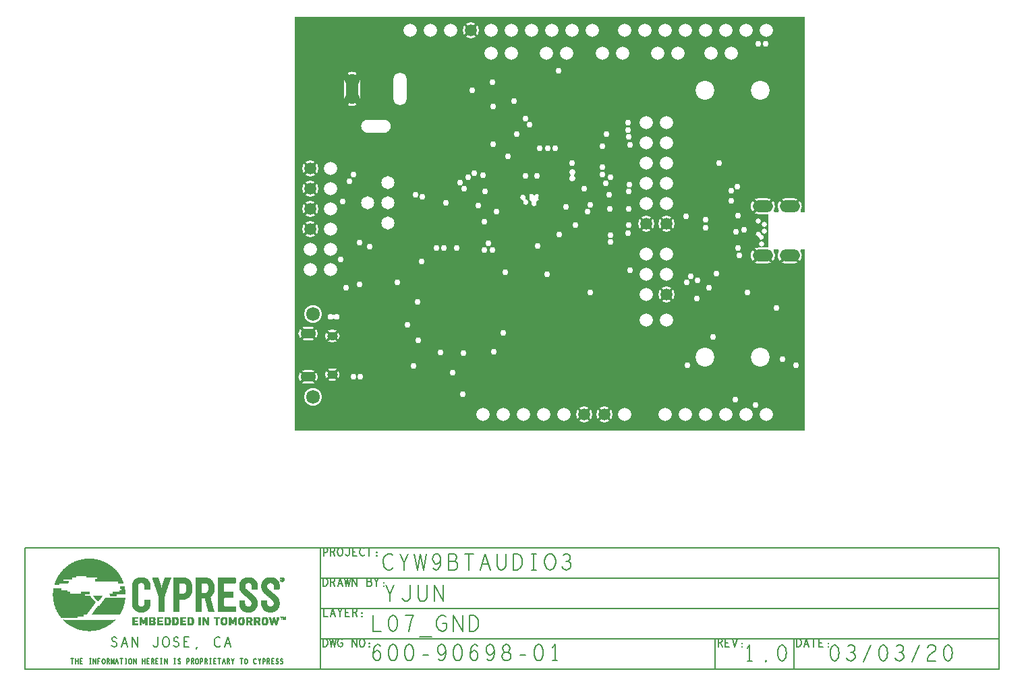
<source format=gbr>
G04 ================== begin FILE IDENTIFICATION RECORD ==================*
G04 Layout Name:  600-90698-01_CYW9BTAUDIO3_REV1.0.brd*
G04 Film Name:    L07*
G04 File Format:  Gerber RS274X*
G04 File Origin:  Cadence Allegro 16.6-2015-S077*
G04 Origin Date:  Tue Mar 03 08:59:59 2020*
G04 *
G04 Layer:  DRAWING FORMAT/FAB_FILM*
G04 Layer:  ETCH/L07-SIG*
G04 Layer:  PIN/L07-SIG*
G04 Layer:  VIA CLASS/L07-SIG*
G04 *
G04 Offset:    (0.00 0.00)*
G04 Mirror:    No*
G04 Mode:      Positive*
G04 Rotation:  0*
G04 FullContactRelief:  No*
G04 UndefLineWidth:     5.00*
G04 ================== end FILE IDENTIFICATION RECORD ====================*
%FSLAX35Y35*MOIN*%
%IR0*IPPOS*OFA0.00000B0.00000*MIA0B0*SFA1.00000B1.00000*%
%ADD16C,.01181*%
%ADD17O,.10039X.05906*%
%ADD13C,.05906*%
%ADD10C,.06772*%
%ADD15O,.05906X.14961*%
%ADD11C,.01969*%
%ADD14O,.05315X.04134*%
%ADD12O,.07677X.04724*%
%ADD18C,.03*%
%ADD19C,.012*%
%ADD20C,.005*%
%ADD21C,.007*%
%ADD22C,.008*%
%ADD23C,.00135*%
%ADD24C,.03008*%
%ADD27C,.02614*%
%ADD29C,.06504*%
%ADD25C,.0654*%
%ADD28C,.0791*%
%ADD31O,.0654X.16186*%
%ADD26C,.09294*%
%ADD30C,.08776*%
G75*
%LPD*%
G75*
G36*
G01X238446Y113921D02*
G03X235218Y120160I-3228J2284D01*
G01X231084D01*
G03Y112250I1J-3955D01*
G01X235218D01*
G03X235556Y112265I-6J3955D01*
G02X235990Y111867I34J-398D01*
G01Y96133D01*
G02X235556Y95735I-400J0D01*
G03X235218Y95750I-344J-3940D01*
G01X231084D01*
G03Y87840I1J-3955D01*
G01X235218D01*
G03X238397Y94147I0J3955D01*
G02X238718Y94784I322J237D01*
G01X240812D01*
G02X241133Y94147I-1J-400D01*
G03X244312Y87840I3179J-2352D01*
G01X248446D01*
G03X251625Y94147I0J3955D01*
G02X251946Y94784I322J237D01*
G01X253074D01*
Y94813D01*
X253901D01*
Y5262D01*
X2004D01*
Y210046D01*
X253901D01*
Y113210D01*
X253074D01*
Y113290D01*
X252000D01*
G02X251674Y113921I1J400D01*
G03X248446Y120160I-3228J2284D01*
G01X244312D01*
G03X241084Y113921I0J-3955D01*
G02X240758Y113290I-327J-231D01*
G01X238772D01*
G02X238446Y113921I1J400D01*
G37*
%LPC*%
G75*
G36*
G01X121152Y118120D02*
G02X118938I-1107J-695D01*
G03X118622Y118732I-339J213D01*
G02X117859Y120449I61J1055D01*
G03Y120700I-156J125D01*
G02X119668Y121745I824J662D01*
G03X119885Y121620I186J73D01*
G02X120208Y121619I158J-1045D01*
G03X120426Y121745I31J198D01*
G02X122235Y120700I985J-383D01*
G03Y120449I156J-126D01*
G02X121469Y118732I-824J-662D01*
G03X121152Y118120I22J-399D01*
G37*
G36*
G01X116112Y119511D02*
G02X114752Y118724I-157J-1298D01*
G03X114432Y119277I-368J156D01*
G02X115792Y120064I157J1298D01*
G03X116112Y119511I368J-156D01*
G37*
G36*
G01X20686Y62427D02*
G03X21316I315J247D01*
G02X21315Y60574I1184J-927D01*
G03X20685I-315J-247D01*
G02X20686Y62427I-1184J927D01*
G37*
G36*
G01X232207Y102517D02*
G03X232558Y102148I399J28D01*
G02X231099Y100758I-155J-1298D01*
G03X230748Y101127I-399J-28D01*
G02X232207Y102517I155J1298D01*
G37*
G36*
G01X139926Y131815D02*
G03Y131185I247J-315D01*
G02X138074I-926J-1185D01*
G03Y131815I-247J315D01*
G02X139926I926J1185D01*
G37*
G36*
G01X6978Y28408D02*
G02Y35136I1J3364D01*
G01X9932D01*
G02Y28408I-1J-3364D01*
G01X6978D01*
G37*
G36*
G01Y49864D02*
G02Y56592I1J3364D01*
G01X9932D01*
G02Y49864I-1J-3364D01*
G01X6978D01*
G37*
G36*
G01X19794Y29884D02*
G02Y36022I0J3069D01*
G01X20974D01*
G02Y29884I0J-3069D01*
G01X19794D01*
G37*
G36*
G01Y48978D02*
G02Y55116I0J3069D01*
G01X20974D01*
G02Y48978I0J-3069D01*
G01X19794D01*
G37*
G36*
G01X37894Y152498D02*
G02Y159038I-1J3270D01*
G01X45964D01*
G02Y152498I1J-3270D01*
G01X37894D01*
G37*
G36*
G01X34072Y169744D02*
G02X26164I-3954J0D01*
G01Y178800D01*
G02X34072I3954J0D01*
G01Y169744D01*
G37*
G54D24*
X231000Y196500D03*
X234500D03*
X249673Y37673D03*
X240000Y66000D03*
X242800Y40500D03*
X229500Y18000D03*
X211600Y137600D03*
X217500Y124000D03*
X220500Y126000D03*
X217673Y119000D03*
X220000Y103500D03*
X220800Y111600D03*
X224000Y104500D03*
X221000Y95500D03*
X221500Y92000D03*
X225600Y73600D03*
X219500Y20500D03*
X205000Y105500D03*
Y109500D03*
X195200Y111200D03*
X197500Y81500D03*
X210280Y83000D03*
X201000Y79500D03*
X200500Y70500D03*
X195500Y78500D03*
X206500Y76000D03*
X208400Y51600D03*
X196000Y37500D03*
X166500Y154000D03*
Y157510D03*
X167000Y150500D03*
X167500Y146500D03*
X167000Y115000D03*
X166800Y123500D03*
X167200Y127000D03*
X167000Y107000D03*
X166600Y103000D03*
X167390Y84610D03*
X156000Y152000D03*
X154000Y135600D03*
Y132000D03*
Y146000D03*
X158000Y130500D03*
X144800Y125000D03*
X155500Y127500D03*
X157200Y122000D03*
X148000Y117000D03*
X157500Y115000D03*
X146500Y113500D03*
X158000Y98500D03*
Y102000D03*
X148000Y73500D03*
X132327Y183327D03*
X127000Y145000D03*
X130500D03*
X139000Y137500D03*
X136000Y116000D03*
X140500Y107000D03*
X132600Y102100D03*
X110227Y168327D03*
X118000Y156500D03*
X116000Y159500D03*
X111500Y152000D03*
X121500Y131327D03*
X123000Y145000D03*
X116000Y131327D03*
X122000Y96673D03*
X126673Y82500D03*
X100000Y165600D03*
X99500Y177500D03*
X95000Y131500D03*
X107327Y141000D03*
X100000Y147000D03*
X101500Y113500D03*
X95800Y123500D03*
X97500Y98000D03*
X95500Y108500D03*
X106000Y83500D03*
X95500Y94500D03*
X99500D03*
X104827Y53500D03*
X100327Y44173D03*
X89500Y173500D03*
X90500Y132700D03*
X87500Y130400D03*
X76500Y118000D03*
X92600Y116400D03*
X85500Y125000D03*
X83500Y128000D03*
X82000Y95500D03*
X85327Y43673D03*
X80000Y34000D03*
X85000Y23260D03*
X65000Y121000D03*
X72000Y95500D03*
X75500D03*
X64500Y89000D03*
X62549Y68951D03*
X63000Y50000D03*
X74000Y44000D03*
X60500Y37327D03*
X52500Y78500D03*
X57500Y57500D03*
X31000Y132000D03*
X29000Y128500D03*
X34000Y98100D03*
X38800Y96300D03*
X33827Y77500D03*
X27323Y75823D03*
X34306Y31812D03*
X30816Y31784D03*
X25500Y118500D03*
X24500Y90000D03*
X61500Y122000D03*
G54D27*
X232403Y97701D03*
X233903Y107150D03*
X231000Y108724D03*
X234000Y104000D03*
G54D29*
X48000Y118040D03*
Y128040D03*
Y108040D03*
X38000Y118040D03*
G54D25*
X234734Y203268D03*
X224734D03*
X234734Y13268D03*
X214734Y203268D03*
X217574Y192000D03*
X214734Y13268D03*
X224734D03*
X204734Y203268D03*
X207574Y192000D03*
X204734Y13268D03*
X194734Y203268D03*
X184734D03*
X191274Y192000D03*
X181274D03*
X185520Y157510D03*
Y137510D03*
Y147510D03*
Y117510D03*
Y127510D03*
X185500Y92500D03*
Y82500D03*
Y60000D03*
X184734Y13268D03*
X194734D03*
X174734Y203268D03*
X164734D03*
X175520Y157510D03*
Y137510D03*
Y147510D03*
Y117510D03*
Y127510D03*
X175500Y92500D03*
Y82500D03*
Y72500D03*
Y60000D03*
X164734Y13268D03*
X148734Y203268D03*
X163774Y192000D03*
X153774D03*
X138734Y203268D03*
X136274Y192000D03*
X134734Y13268D03*
X128734Y203268D03*
X118734D03*
X126274Y192000D03*
X124734Y13268D03*
X114734D03*
X108734Y203268D03*
X98734D03*
Y192000D03*
X108734D03*
X104734Y13268D03*
X94734D03*
X78734Y203268D03*
X68734D03*
X58734D03*
X19480Y134989D03*
Y124989D03*
Y114989D03*
Y104989D03*
Y94989D03*
Y84989D03*
X9480Y94989D03*
Y84989D03*
G54D28*
X185520Y107510D03*
X185500Y72500D03*
X175520Y107510D03*
X154734Y13268D03*
X144734D03*
X88734Y203268D03*
X9480Y134989D03*
Y124989D03*
Y114989D03*
Y104989D03*
G54D31*
X53740Y174272D03*
G54D26*
X232000Y173500D03*
Y41500D03*
X204440Y173500D03*
Y41500D03*
G54D30*
X10817Y62972D03*
Y22028D03*
%LPD*%
G75*
G54D10*
X10817Y22028D03*
Y62972D03*
G54D20*
G01X-108044Y-107585D02*
Y-110085D01*
G01X-108657Y-107585D02*
X-107431D01*
G01X-106404Y-110085D02*
Y-107585D01*
G01X-105284D02*
Y-110085D01*
G01Y-108835D02*
X-106404D01*
G01X-103111Y-110085D02*
X-104177D01*
Y-107585D01*
X-103111D01*
G01X-103537Y-108793D02*
X-104177D01*
G01X-99564Y-107585D02*
X-98924D01*
G01X-99244D02*
Y-110085D01*
G01X-99564D02*
X-98924D01*
G01X-97657D02*
Y-107585D01*
X-96431Y-110085D01*
Y-107585D01*
G01X-95351Y-110085D02*
Y-107585D01*
X-94337D01*
G01X-94711Y-108793D02*
X-95351D01*
G01X-92644Y-110085D02*
X-92857Y-110043D01*
X-93044Y-109877D01*
X-93204Y-109627D01*
X-93311Y-109335D01*
X-93364Y-109002D01*
Y-108668D01*
X-93311Y-108335D01*
X-93204Y-108043D01*
X-93044Y-107793D01*
X-92857Y-107627D01*
X-92644Y-107585D01*
X-92431Y-107627D01*
X-92244Y-107793D01*
X-92084Y-108043D01*
X-91977Y-108335D01*
X-91924Y-108668D01*
Y-109002D01*
X-91977Y-109335D01*
X-92084Y-109627D01*
X-92244Y-109877D01*
X-92431Y-110043D01*
X-92644Y-110085D01*
G01X-90977D02*
Y-107585D01*
X-90311D01*
X-90097Y-107710D01*
X-89964Y-107877D01*
X-89911Y-108210D01*
X-89964Y-108543D01*
X-90124Y-108752D01*
X-90311Y-108877D01*
X-90977D01*
G01X-90311D02*
X-89911Y-110085D01*
G01X-88937D02*
Y-107585D01*
X-88244Y-109668D01*
X-87551Y-107585D01*
Y-110085D01*
G01X-86711D02*
X-86044Y-107585D01*
X-85377Y-110085D01*
G01X-85617Y-109210D02*
X-86471D01*
G01X-83844Y-107585D02*
Y-110085D01*
G01X-84457Y-107585D02*
X-83231D01*
G01X-81964D02*
X-81324D01*
G01X-81644D02*
Y-110085D01*
G01X-81964D02*
X-81324D01*
G01X-79444D02*
X-79657Y-110043D01*
X-79844Y-109877D01*
X-80004Y-109627D01*
X-80111Y-109335D01*
X-80164Y-109002D01*
Y-108668D01*
X-80111Y-108335D01*
X-80004Y-108043D01*
X-79844Y-107793D01*
X-79657Y-107627D01*
X-79444Y-107585D01*
X-79231Y-107627D01*
X-79044Y-107793D01*
X-78884Y-108043D01*
X-78777Y-108335D01*
X-78724Y-108668D01*
Y-109002D01*
X-78777Y-109335D01*
X-78884Y-109627D01*
X-79044Y-109877D01*
X-79231Y-110043D01*
X-79444Y-110085D01*
G01X-77857D02*
Y-107585D01*
X-76631Y-110085D01*
Y-107585D01*
G01X-73404Y-110085D02*
Y-107585D01*
G01X-72284D02*
Y-110085D01*
G01Y-108835D02*
X-73404D01*
G01X-70111Y-110085D02*
X-71177D01*
Y-107585D01*
X-70111D01*
G01X-70537Y-108793D02*
X-71177D01*
G01X-68977Y-110085D02*
Y-107585D01*
X-68311D01*
X-68097Y-107710D01*
X-67964Y-107877D01*
X-67911Y-108210D01*
X-67964Y-108543D01*
X-68124Y-108752D01*
X-68311Y-108877D01*
X-68977D01*
G01X-68311D02*
X-67911Y-110085D01*
G01X-65711D02*
X-66777D01*
Y-107585D01*
X-65711D01*
G01X-66137Y-108793D02*
X-66777D01*
G01X-64364Y-107585D02*
X-63724D01*
G01X-64044D02*
Y-110085D01*
G01X-64364D02*
X-63724D01*
G01X-62457D02*
Y-107585D01*
X-61231Y-110085D01*
Y-107585D01*
G01X-57764D02*
X-57124D01*
G01X-57444D02*
Y-110085D01*
G01X-57764D02*
X-57124D01*
G01X-55804Y-109752D02*
X-55591Y-109960D01*
X-55351Y-110085D01*
X-55137D01*
X-54924Y-109960D01*
X-54764Y-109752D01*
X-54684Y-109460D01*
X-54737Y-109168D01*
X-54871Y-108918D01*
X-55111Y-108752D01*
X-55431Y-108668D01*
X-55617Y-108502D01*
X-55697Y-108210D01*
X-55644Y-107918D01*
X-55511Y-107710D01*
X-55324Y-107585D01*
X-55137D01*
X-54951Y-107668D01*
X-54791Y-107877D01*
G01X-51377Y-110085D02*
Y-107585D01*
X-50737D01*
X-50524Y-107710D01*
X-50364Y-108002D01*
X-50311Y-108335D01*
X-50364Y-108668D01*
X-50497Y-108918D01*
X-50737Y-109043D01*
X-51377D01*
G01X-49177Y-110085D02*
Y-107585D01*
X-48511D01*
X-48297Y-107710D01*
X-48164Y-107877D01*
X-48111Y-108210D01*
X-48164Y-108543D01*
X-48324Y-108752D01*
X-48511Y-108877D01*
X-49177D01*
G01X-48511D02*
X-48111Y-110085D01*
G01X-46444D02*
X-46657Y-110043D01*
X-46844Y-109877D01*
X-47004Y-109627D01*
X-47111Y-109335D01*
X-47164Y-109002D01*
Y-108668D01*
X-47111Y-108335D01*
X-47004Y-108043D01*
X-46844Y-107793D01*
X-46657Y-107627D01*
X-46444Y-107585D01*
X-46231Y-107627D01*
X-46044Y-107793D01*
X-45884Y-108043D01*
X-45777Y-108335D01*
X-45724Y-108668D01*
Y-109002D01*
X-45777Y-109335D01*
X-45884Y-109627D01*
X-46044Y-109877D01*
X-46231Y-110043D01*
X-46444Y-110085D01*
G01X-44777D02*
Y-107585D01*
X-44137D01*
X-43924Y-107710D01*
X-43764Y-108002D01*
X-43711Y-108335D01*
X-43764Y-108668D01*
X-43897Y-108918D01*
X-44137Y-109043D01*
X-44777D01*
G01X-42577Y-110085D02*
Y-107585D01*
X-41911D01*
X-41697Y-107710D01*
X-41564Y-107877D01*
X-41511Y-108210D01*
X-41564Y-108543D01*
X-41724Y-108752D01*
X-41911Y-108877D01*
X-42577D01*
G01X-41911D02*
X-41511Y-110085D01*
G01X-40164Y-107585D02*
X-39524D01*
G01X-39844D02*
Y-110085D01*
G01X-40164D02*
X-39524D01*
G01X-37111D02*
X-38177D01*
Y-107585D01*
X-37111D01*
G01X-37537Y-108793D02*
X-38177D01*
G01X-35444Y-107585D02*
Y-110085D01*
G01X-36057Y-107585D02*
X-34831D01*
G01X-33911Y-110085D02*
X-33244Y-107585D01*
X-32577Y-110085D01*
G01X-32817Y-109210D02*
X-33671D01*
G01X-31577Y-110085D02*
Y-107585D01*
X-30911D01*
X-30697Y-107710D01*
X-30564Y-107877D01*
X-30511Y-108210D01*
X-30564Y-108543D01*
X-30724Y-108752D01*
X-30911Y-108877D01*
X-31577D01*
G01X-30911D02*
X-30511Y-110085D01*
G01X-28844D02*
Y-108960D01*
X-29377Y-107585D01*
G01X-28311D02*
X-28844Y-108960D01*
G01X-24444Y-107585D02*
Y-110085D01*
G01X-25057Y-107585D02*
X-23831D01*
G01X-22244Y-110085D02*
X-22457Y-110043D01*
X-22644Y-109877D01*
X-22804Y-109627D01*
X-22911Y-109335D01*
X-22964Y-109002D01*
Y-108668D01*
X-22911Y-108335D01*
X-22804Y-108043D01*
X-22644Y-107793D01*
X-22457Y-107627D01*
X-22244Y-107585D01*
X-22031Y-107627D01*
X-21844Y-107793D01*
X-21684Y-108043D01*
X-21577Y-108335D01*
X-21524Y-108668D01*
Y-109002D01*
X-21577Y-109335D01*
X-21684Y-109627D01*
X-21844Y-109877D01*
X-22031Y-110043D01*
X-22244Y-110085D01*
G01X-17257Y-107793D02*
X-17417Y-107668D01*
X-17604Y-107585D01*
X-17817D01*
X-18057Y-107710D01*
X-18244Y-107918D01*
X-18377Y-108168D01*
X-18484Y-108585D01*
X-18511Y-108960D01*
X-18457Y-109335D01*
X-18377Y-109585D01*
X-18217Y-109835D01*
X-18031Y-110002D01*
X-17844Y-110085D01*
X-17657D01*
X-17471Y-110002D01*
X-17311Y-109877D01*
X-17177Y-109710D01*
G01X-15644Y-110085D02*
Y-108960D01*
X-16177Y-107585D01*
G01X-15111D02*
X-15644Y-108960D01*
G01X-13977Y-110085D02*
Y-107585D01*
X-13337D01*
X-13124Y-107710D01*
X-12964Y-108002D01*
X-12911Y-108335D01*
X-12964Y-108668D01*
X-13097Y-108918D01*
X-13337Y-109043D01*
X-13977D01*
G01X-11777Y-110085D02*
Y-107585D01*
X-11111D01*
X-10897Y-107710D01*
X-10764Y-107877D01*
X-10711Y-108210D01*
X-10764Y-108543D01*
X-10924Y-108752D01*
X-11111Y-108877D01*
X-11777D01*
G01X-11111D02*
X-10711Y-110085D01*
G01X-8511D02*
X-9577D01*
Y-107585D01*
X-8511D01*
G01X-8937Y-108793D02*
X-9577D01*
G01X-7404Y-109752D02*
X-7191Y-109960D01*
X-6951Y-110085D01*
X-6737D01*
X-6524Y-109960D01*
X-6364Y-109752D01*
X-6284Y-109460D01*
X-6337Y-109168D01*
X-6471Y-108918D01*
X-6711Y-108752D01*
X-7031Y-108668D01*
X-7217Y-108502D01*
X-7297Y-108210D01*
X-7244Y-107918D01*
X-7111Y-107710D01*
X-6924Y-107585D01*
X-6737D01*
X-6551Y-107668D01*
X-6391Y-107877D01*
G01X-5204Y-109752D02*
X-4991Y-109960D01*
X-4751Y-110085D01*
X-4537D01*
X-4324Y-109960D01*
X-4164Y-109752D01*
X-4084Y-109460D01*
X-4137Y-109168D01*
X-4271Y-108918D01*
X-4511Y-108752D01*
X-4831Y-108668D01*
X-5017Y-108502D01*
X-5097Y-108210D01*
X-5044Y-107918D01*
X-4911Y-107710D01*
X-4724Y-107585D01*
X-4537D01*
X-4351Y-107668D01*
X-4191Y-107877D01*
G01X-88719Y-101151D02*
X-88212Y-101568D01*
X-87642Y-101818D01*
X-87136D01*
X-86629Y-101568D01*
X-86249Y-101151D01*
X-86059Y-100568D01*
X-86186Y-99985D01*
X-86502Y-99485D01*
X-87072Y-99151D01*
X-87832Y-98985D01*
X-88276Y-98651D01*
X-88466Y-98068D01*
X-88339Y-97485D01*
X-88022Y-97068D01*
X-87579Y-96818D01*
X-87136D01*
X-86692Y-96985D01*
X-86312Y-97401D01*
G01X-83872Y-101818D02*
X-82289Y-96818D01*
X-80706Y-101818D01*
G01X-81276Y-100068D02*
X-83302D01*
G01X-78646Y-101818D02*
Y-96818D01*
X-75732Y-101818D01*
Y-96818D01*
G01X-68256Y-100818D02*
X-67939Y-101318D01*
X-67559Y-101651D01*
X-67116Y-101818D01*
X-66609Y-101651D01*
X-66229Y-101318D01*
X-65849Y-100818D01*
X-65722Y-100151D01*
Y-96818D01*
G01X-61889Y-101818D02*
X-62396Y-101735D01*
X-62839Y-101401D01*
X-63219Y-100901D01*
X-63472Y-100318D01*
X-63599Y-99651D01*
Y-98985D01*
X-63472Y-98318D01*
X-63219Y-97735D01*
X-62839Y-97235D01*
X-62396Y-96901D01*
X-61889Y-96818D01*
X-61382Y-96901D01*
X-60939Y-97235D01*
X-60559Y-97735D01*
X-60306Y-98318D01*
X-60179Y-98985D01*
Y-99651D01*
X-60306Y-100318D01*
X-60559Y-100901D01*
X-60939Y-101401D01*
X-61382Y-101735D01*
X-61889Y-101818D01*
G01X-58119Y-101151D02*
X-57612Y-101568D01*
X-57042Y-101818D01*
X-56536D01*
X-56029Y-101568D01*
X-55649Y-101151D01*
X-55459Y-100568D01*
X-55586Y-99985D01*
X-55902Y-99485D01*
X-56472Y-99151D01*
X-57232Y-98985D01*
X-57676Y-98651D01*
X-57866Y-98068D01*
X-57739Y-97485D01*
X-57422Y-97068D01*
X-56979Y-96818D01*
X-56536D01*
X-56092Y-96985D01*
X-55712Y-97401D01*
G01X-50422Y-101818D02*
X-52956D01*
Y-96818D01*
X-50422D01*
G01X-51436Y-99235D02*
X-52956D01*
G01X-46716Y-102735D02*
X-46462Y-101651D01*
G01X-34996Y-97235D02*
X-35376Y-96985D01*
X-35819Y-96818D01*
X-36326D01*
X-36896Y-97068D01*
X-37339Y-97485D01*
X-37656Y-97985D01*
X-37909Y-98818D01*
X-37972Y-99568D01*
X-37846Y-100318D01*
X-37656Y-100818D01*
X-37276Y-101318D01*
X-36832Y-101651D01*
X-36389Y-101818D01*
X-35946D01*
X-35502Y-101651D01*
X-35122Y-101401D01*
X-34806Y-101068D01*
G01X-32872Y-101818D02*
X-31289Y-96818D01*
X-29706Y-101818D01*
G01X-30276Y-100068D02*
X-32302D01*
G01X15983Y-101688D02*
Y-97688D01*
X16983D01*
X17383Y-97888D01*
X17683Y-98155D01*
X17933Y-98555D01*
X18133Y-99021D01*
X18183Y-99688D01*
X18133Y-100355D01*
X17933Y-100821D01*
X17683Y-101221D01*
X17383Y-101488D01*
X16983Y-101688D01*
X15983D01*
G01X19183Y-97688D02*
X19883Y-101688D01*
X20683Y-97688D01*
X21483Y-101688D01*
X22183Y-97688D01*
G01X24583Y-99688D02*
X25583D01*
Y-100888D01*
X25283Y-101288D01*
X24933Y-101555D01*
X24433Y-101688D01*
X23933Y-101555D01*
X23583Y-101288D01*
X23283Y-100888D01*
X23083Y-100421D01*
X22983Y-99888D01*
Y-99421D01*
X23083Y-99021D01*
X23283Y-98555D01*
X23583Y-98155D01*
X23883Y-97888D01*
X24283Y-97688D01*
X24633D01*
X25033Y-97821D01*
X25333Y-98088D01*
G01X30333Y-101688D02*
Y-97688D01*
X32633Y-101688D01*
Y-97688D01*
G01X35083Y-101688D02*
X34683Y-101621D01*
X34333Y-101355D01*
X34033Y-100955D01*
X33833Y-100488D01*
X33733Y-99955D01*
Y-99421D01*
X33833Y-98888D01*
X34033Y-98421D01*
X34333Y-98021D01*
X34683Y-97755D01*
X35083Y-97688D01*
X35483Y-97755D01*
X35833Y-98021D01*
X36133Y-98421D01*
X36333Y-98888D01*
X36433Y-99421D01*
Y-99955D01*
X36333Y-100488D01*
X36133Y-100955D01*
X35833Y-101355D01*
X35483Y-101621D01*
X35083Y-101688D01*
G01X38683Y-101821D02*
X38583Y-101755D01*
Y-101621D01*
X38683Y-101555D01*
X38783Y-101621D01*
Y-101755D01*
X38683Y-101821D01*
G01Y-100021D02*
X38583Y-99955D01*
Y-99821D01*
X38683Y-99755D01*
X38783Y-99821D01*
Y-99955D01*
X38683Y-100021D01*
G01X16083Y-82688D02*
Y-86688D01*
X18083D01*
G01X19433D02*
X20683Y-82688D01*
X21933Y-86688D01*
G01X21483Y-85288D02*
X19883D01*
G01X24283Y-86688D02*
Y-84888D01*
X23283Y-82688D01*
G01X25283D02*
X24283Y-84888D01*
G01X28883Y-86688D02*
X26883D01*
Y-82688D01*
X28883D01*
G01X28083Y-84621D02*
X26883D01*
G01X30483Y-86688D02*
Y-82688D01*
X31733D01*
X32133Y-82888D01*
X32383Y-83155D01*
X32483Y-83688D01*
X32383Y-84221D01*
X32083Y-84555D01*
X31733Y-84755D01*
X30483D01*
G01X31733D02*
X32483Y-86688D01*
G01X35083Y-86821D02*
X34983Y-86755D01*
Y-86621D01*
X35083Y-86555D01*
X35183Y-86621D01*
Y-86755D01*
X35083Y-86821D01*
G01Y-85021D02*
X34983Y-84955D01*
Y-84821D01*
X35083Y-84755D01*
X35183Y-84821D01*
Y-84955D01*
X35083Y-85021D01*
G01X15983Y-71688D02*
Y-67688D01*
X16983D01*
X17383Y-67888D01*
X17683Y-68155D01*
X17933Y-68555D01*
X18133Y-69021D01*
X18183Y-69688D01*
X18133Y-70355D01*
X17933Y-70821D01*
X17683Y-71221D01*
X17383Y-71488D01*
X16983Y-71688D01*
X15983D01*
G01X19683D02*
Y-67688D01*
X20933D01*
X21333Y-67888D01*
X21583Y-68155D01*
X21683Y-68688D01*
X21583Y-69221D01*
X21283Y-69555D01*
X20933Y-69755D01*
X19683D01*
G01X20933D02*
X21683Y-71688D01*
G01X23033D02*
X24283Y-67688D01*
X25533Y-71688D01*
G01X25083Y-70288D02*
X23483D01*
G01X26383Y-67688D02*
X27083Y-71688D01*
X27883Y-67688D01*
X28683Y-71688D01*
X29383Y-67688D01*
G01X30333Y-71688D02*
Y-67688D01*
X32633Y-71688D01*
Y-67688D01*
G01X39083Y-69555D02*
X39283Y-69355D01*
X39433Y-69021D01*
X39533Y-68555D01*
X39433Y-68155D01*
X39233Y-67888D01*
X38883Y-67688D01*
X37533D01*
Y-71688D01*
X39183D01*
X39533Y-71421D01*
X39733Y-71021D01*
X39833Y-70555D01*
X39733Y-70088D01*
X39433Y-69688D01*
X39083Y-69555D01*
X37533D01*
G01X42283Y-71688D02*
Y-69888D01*
X41283Y-67688D01*
G01X43283D02*
X42283Y-69888D01*
G01X45883Y-71821D02*
X45783Y-71755D01*
Y-71621D01*
X45883Y-71555D01*
X45983Y-71621D01*
Y-71755D01*
X45883Y-71821D01*
G01Y-70021D02*
X45783Y-69955D01*
Y-69821D01*
X45883Y-69755D01*
X45983Y-69821D01*
Y-69955D01*
X45883Y-70021D01*
G01X16083Y-56688D02*
Y-52688D01*
X17283D01*
X17683Y-52888D01*
X17983Y-53355D01*
X18083Y-53888D01*
X17983Y-54421D01*
X17733Y-54821D01*
X17283Y-55021D01*
X16083D01*
G01X19683Y-56688D02*
Y-52688D01*
X20933D01*
X21333Y-52888D01*
X21583Y-53155D01*
X21683Y-53688D01*
X21583Y-54221D01*
X21283Y-54555D01*
X20933Y-54755D01*
X19683D01*
G01X20933D02*
X21683Y-56688D01*
G01X24283D02*
X23883Y-56621D01*
X23533Y-56355D01*
X23233Y-55955D01*
X23033Y-55488D01*
X22933Y-54955D01*
Y-54421D01*
X23033Y-53888D01*
X23233Y-53421D01*
X23533Y-53021D01*
X23883Y-52755D01*
X24283Y-52688D01*
X24683Y-52755D01*
X25033Y-53021D01*
X25333Y-53421D01*
X25533Y-53888D01*
X25633Y-54421D01*
Y-54955D01*
X25533Y-55488D01*
X25333Y-55955D01*
X25033Y-56355D01*
X24683Y-56621D01*
X24283Y-56688D01*
G01X26883Y-55888D02*
X27133Y-56288D01*
X27433Y-56555D01*
X27783Y-56688D01*
X28183Y-56555D01*
X28483Y-56288D01*
X28783Y-55888D01*
X28883Y-55355D01*
Y-52688D01*
G01X32483Y-56688D02*
X30483D01*
Y-52688D01*
X32483D01*
G01X31683Y-54621D02*
X30483D01*
G01X36183Y-53021D02*
X35883Y-52821D01*
X35533Y-52688D01*
X35133D01*
X34683Y-52888D01*
X34333Y-53221D01*
X34083Y-53621D01*
X33883Y-54288D01*
X33833Y-54888D01*
X33933Y-55488D01*
X34083Y-55888D01*
X34383Y-56288D01*
X34733Y-56555D01*
X35083Y-56688D01*
X35433D01*
X35783Y-56555D01*
X36083Y-56355D01*
X36333Y-56088D01*
G01X38683Y-52688D02*
Y-56688D01*
G01X37533Y-52688D02*
X39833D01*
G01X42283Y-56821D02*
X42183Y-56755D01*
Y-56621D01*
X42283Y-56555D01*
X42383Y-56621D01*
Y-56755D01*
X42283Y-56821D01*
G01Y-55021D02*
X42183Y-54955D01*
Y-54821D01*
X42283Y-54755D01*
X42383Y-54821D01*
Y-54955D01*
X42283Y-55021D01*
G01X211083Y-101688D02*
Y-97688D01*
X212333D01*
X212733Y-97888D01*
X212983Y-98155D01*
X213083Y-98688D01*
X212983Y-99221D01*
X212683Y-99555D01*
X212333Y-99755D01*
X211083D01*
G01X212333D02*
X213083Y-101688D01*
G01X216683D02*
X214683D01*
Y-97688D01*
X216683D01*
G01X215883Y-99621D02*
X214683D01*
G01X218033Y-97688D02*
X219283Y-101688D01*
X220533Y-97688D01*
G01X222883Y-101821D02*
X222783Y-101755D01*
Y-101621D01*
X222883Y-101555D01*
X222983Y-101621D01*
Y-101755D01*
X222883Y-101821D01*
G01Y-100021D02*
X222783Y-99955D01*
Y-99821D01*
X222883Y-99755D01*
X222983Y-99821D01*
Y-99955D01*
X222883Y-100021D01*
G01X249983Y-101688D02*
Y-97688D01*
X250983D01*
X251383Y-97888D01*
X251683Y-98155D01*
X251933Y-98555D01*
X252133Y-99021D01*
X252183Y-99688D01*
X252133Y-100355D01*
X251933Y-100821D01*
X251683Y-101221D01*
X251383Y-101488D01*
X250983Y-101688D01*
X249983D01*
G01X253433D02*
X254683Y-97688D01*
X255933Y-101688D01*
G01X255483Y-100288D02*
X253883D01*
G01X258283Y-97688D02*
Y-101688D01*
G01X257133Y-97688D02*
X259433D01*
G01X262883Y-101688D02*
X260883D01*
Y-97688D01*
X262883D01*
G01X262083Y-99621D02*
X260883D01*
G01X265483Y-101821D02*
X265383Y-101755D01*
Y-101621D01*
X265483Y-101555D01*
X265583Y-101621D01*
Y-101755D01*
X265483Y-101821D01*
G01Y-100021D02*
X265383Y-99955D01*
Y-99821D01*
X265483Y-99755D01*
X265583Y-99821D01*
Y-99955D01*
X265483Y-100021D01*
G54D11*
X4001Y17001D03*
X3001Y150001D03*
Y159001D03*
Y168501D03*
Y177001D03*
Y186001D03*
Y195501D03*
X23500Y7500D03*
X14501Y7501D03*
X23000Y17000D03*
X14001Y17001D03*
X14501Y39001D03*
Y43001D03*
X25501Y37001D03*
Y40501D03*
X14501Y47001D03*
X22501Y76001D03*
X19001D03*
X16001Y73501D03*
Y70501D03*
X23500Y110000D03*
X13001Y150001D03*
X22000Y150000D03*
X13001Y159001D03*
X22000Y159000D03*
X13001Y168501D03*
X22000Y168500D03*
Y177000D03*
X13001Y177001D03*
X22000Y186000D03*
X13001Y186001D03*
X22000Y195500D03*
X13001Y195501D03*
X17001Y209001D03*
X41001Y6501D03*
X30001Y21501D03*
X40001D03*
X26501Y33501D03*
X39501Y33001D03*
Y38501D03*
X36001Y30001D03*
X29001D03*
X36100Y33600D03*
X29100Y33900D03*
X36001Y56001D03*
X27500Y47000D03*
X31000Y50500D03*
X41500Y61000D03*
X40000Y50000D03*
X33000Y65500D03*
X30501Y77501D03*
X37500Y78000D03*
X41001Y84501D03*
X28500Y82000D03*
X35500Y90500D03*
Y95500D03*
X34500Y103500D03*
X34000Y107500D03*
X34500Y111000D03*
X38500Y124000D03*
X36500Y137500D03*
X33001Y138001D03*
X36000Y209000D03*
X27001Y209001D03*
X52501Y6501D03*
X46501Y11001D03*
X48400Y18400D03*
X44670Y36155D03*
X53332Y42847D03*
X52001Y52501D03*
X57501Y48501D03*
X53001Y72001D03*
X49500Y77000D03*
X50501Y91501D03*
X51000Y82000D03*
X56500Y99000D03*
Y113500D03*
X45001Y140501D03*
X58001Y140001D03*
X45501Y209001D03*
X55501D03*
X65001Y6501D03*
X75001D03*
X74501Y23001D03*
X62501Y16001D03*
X72501D03*
X60501Y44001D03*
X76000Y76500D03*
X67501Y84001D03*
X68001Y95501D03*
X67001Y109501D03*
X69501Y112001D03*
X67000Y109500D03*
X73001Y104501D03*
X67501Y121501D03*
X64500Y209000D03*
X75001Y209001D03*
X84000Y6500D03*
X88501Y23001D03*
X81500Y16000D03*
X88501Y36001D03*
X90500Y40000D03*
X82001Y37501D03*
X91001Y47001D03*
X86000Y63000D03*
X91000Y76500D03*
X84501Y95001D03*
X82501Y85501D03*
X79001Y105001D03*
X82501Y104001D03*
X82001Y112501D03*
X85500Y109000D03*
X76501Y130501D03*
X91001Y140501D03*
Y150001D03*
X77000Y150500D03*
X80001Y151501D03*
X91001Y156501D03*
Y161001D03*
X82501Y180501D03*
X82000Y175500D03*
X89000Y166000D03*
X81600Y196800D03*
X85001Y209001D03*
X95500Y35500D03*
X100500Y38000D03*
X99200Y48800D03*
X102001Y88001D03*
X99001Y113001D03*
X97500Y140500D03*
X94000D03*
X103000Y156000D03*
X109000Y152000D03*
X93500Y163500D03*
X98001Y150001D03*
X94000Y159500D03*
X93500Y169000D03*
X104501Y171001D03*
X99501Y182501D03*
X94501Y182001D03*
X94000Y209000D03*
X104001Y209001D03*
X122001Y37001D03*
X123501Y43001D03*
X119500Y55000D03*
X121201Y67601D03*
X123000Y77500D03*
X120501Y161501D03*
X111501D03*
X123501Y157501D03*
X114000Y156000D03*
X124001Y170001D03*
X111501Y171501D03*
X122400Y186400D03*
X123000Y209000D03*
X114001Y209001D03*
X127001Y34501D03*
X138001Y44001D03*
X139000Y57500D03*
X134000Y73500D03*
X131500Y79500D03*
X140001Y92501D03*
X135001D03*
Y85001D03*
X138500Y80000D03*
X135001Y97501D03*
X142800Y101600D03*
X138500Y103000D03*
X130001Y100501D03*
X138501Y116001D03*
X136001Y124501D03*
X132000Y124400D03*
X141501Y145501D03*
X132501Y147001D03*
X135500Y135000D03*
Y161500D03*
X131501Y156001D03*
X137501Y174501D03*
X132800Y170000D03*
X138501Y182501D03*
X141500Y185000D03*
X133001Y209001D03*
X143001D03*
X151500Y38000D03*
X145001Y41501D03*
X160000Y77500D03*
X152801Y88801D03*
Y92401D03*
X158500Y90000D03*
X146400Y85600D03*
X160000Y80500D03*
X144500Y89000D03*
X160000Y87500D03*
X152801Y101601D03*
X153201Y105201D03*
X147000Y109000D03*
X144500Y97000D03*
X145500Y116000D03*
X158500Y118000D03*
X146000Y146500D03*
X147000Y139500D03*
X158500Y134500D03*
X153200Y138800D03*
X158001Y154501D03*
X156001Y159501D03*
X156501Y180501D03*
X157501Y165501D03*
X150501Y170501D03*
X152500Y175500D03*
X152000Y209000D03*
X160501Y209001D03*
X173001Y16501D03*
X170400Y39200D03*
X163500Y43000D03*
X168801Y68801D03*
X165601Y72001D03*
X168501Y80001D03*
Y94501D03*
X161000Y95500D03*
X167001Y136501D03*
X165001Y161001D03*
X176001Y167001D03*
X172001Y175501D03*
X164000Y167200D03*
X167200Y184400D03*
X170501Y209001D03*
X182001Y22001D03*
X190001Y22501D03*
X193501Y43001D03*
Y62001D03*
Y68001D03*
X194000Y108800D03*
Y127500D03*
X191501Y135001D03*
X186501Y166001D03*
X193501Y177001D03*
X179500Y209000D03*
X190501Y209001D03*
X207001Y27501D03*
X207501Y33501D03*
X202501Y60501D03*
X201200Y50800D03*
X202000Y55200D03*
X202500Y65500D03*
X210500Y73500D03*
X201500Y77000D03*
X204500Y78500D03*
Y87000D03*
X199001Y84001D03*
X196000Y95500D03*
X199000Y90000D03*
X196501Y104501D03*
X205001Y112001D03*
X203000Y104000D03*
X198000Y129000D03*
X200500Y126000D03*
X209200Y140000D03*
X195501Y141501D03*
X202001Y135001D03*
X206501Y145501D03*
X208501Y159001D03*
X198000Y185600D03*
X209500Y209000D03*
X200501Y209001D03*
X223001Y28001D03*
X219200Y38800D03*
X219500Y43500D03*
X218400Y34000D03*
X219000Y60000D03*
X219501Y56501D03*
X216800Y50000D03*
X219000Y64500D03*
X218800Y73600D03*
X216800Y76800D03*
X228001Y83501D03*
X221001Y84501D03*
X216800Y80000D03*
X216500Y94500D03*
X218501Y96501D03*
X216501Y110001D03*
X222800Y128800D03*
X219001Y139501D03*
X226501Y147001D03*
X218001Y133501D03*
X222500Y152500D03*
X222001Y164501D03*
X215600Y181600D03*
X219501Y209001D03*
X243001Y7001D03*
X231501Y8001D03*
X240501Y18001D03*
X242001Y13501D03*
X230000Y28750D03*
X239501Y38501D03*
X244400Y46000D03*
X235000Y71000D03*
X233501Y76001D03*
X234001Y64001D03*
X236501Y80001D03*
X237501Y125001D03*
X236001Y130001D03*
X235501Y141501D03*
X240501Y150501D03*
X230001Y156001D03*
X241001Y174501D03*
X242500Y168000D03*
X229501Y209001D03*
X238500Y209000D03*
X243001Y200501D03*
X251501Y18501D03*
X252501Y44001D03*
Y51501D03*
Y56501D03*
X252500Y62500D03*
X252000Y67500D03*
X246500Y63500D03*
X247001Y75001D03*
X247501Y82001D03*
X249501Y124501D03*
Y133501D03*
X251501Y150501D03*
X251001Y168501D03*
X250001Y184001D03*
X250501Y193501D03*
G54D21*
G01X-52483Y-52688D02*
X14583D01*
Y-112688D01*
X-131417D01*
Y-52688D01*
X-50193D01*
G01X14583Y-112688D02*
X349744D01*
Y-52688D01*
X14583D01*
G01Y-97688D02*
X349583D01*
G01X14583Y-82688D02*
X349583D01*
G01X14583Y-67688D02*
X349583D01*
G01X209583Y-112688D02*
Y-97688D01*
G01X248583Y-112688D02*
Y-97688D01*
G54D12*
X8455Y31772D03*
Y53228D03*
G54D22*
G01X40504Y-105245D02*
X41204Y-104311D01*
X41804Y-103778D01*
X42604Y-103511D01*
X43304Y-103778D01*
X43804Y-104311D01*
X44204Y-105111D01*
X44304Y-106045D01*
X44204Y-106845D01*
X43804Y-107645D01*
X43204Y-108311D01*
X42504Y-108578D01*
X41704Y-108311D01*
X41004Y-107512D01*
X40604Y-106311D01*
X40504Y-104978D01*
X40704Y-103245D01*
X41004Y-102311D01*
X41504Y-101378D01*
X42204Y-100711D01*
X42904Y-100578D01*
X43604Y-100845D01*
X44104Y-101511D01*
G01X50404Y-100578D02*
X49604Y-100845D01*
X49004Y-101511D01*
X48604Y-102311D01*
X48304Y-103378D01*
X48204Y-104578D01*
X48304Y-105778D01*
X48604Y-106845D01*
X49004Y-107645D01*
X49604Y-108311D01*
X50404Y-108578D01*
X51204Y-108311D01*
X51804Y-107645D01*
X52204Y-106845D01*
X52504Y-105778D01*
X52604Y-104578D01*
X52504Y-103378D01*
X52204Y-102311D01*
X51804Y-101511D01*
X51204Y-100845D01*
X50404Y-100578D01*
G01X58404D02*
X57604Y-100845D01*
X57004Y-101511D01*
X56604Y-102311D01*
X56304Y-103378D01*
X56204Y-104578D01*
X56304Y-105778D01*
X56604Y-106845D01*
X57004Y-107645D01*
X57604Y-108311D01*
X58404Y-108578D01*
X59204Y-108311D01*
X59804Y-107645D01*
X60204Y-106845D01*
X60504Y-105778D01*
X60604Y-104578D01*
X60504Y-103378D01*
X60204Y-102311D01*
X59804Y-101511D01*
X59204Y-100845D01*
X58404Y-100578D01*
G01X65104Y-105911D02*
X67704D01*
G01X72704Y-107645D02*
X73404Y-108311D01*
X74204Y-108578D01*
X75004Y-108311D01*
X75704Y-107512D01*
X76204Y-106311D01*
X76404Y-105111D01*
Y-103645D01*
X76204Y-102445D01*
X75704Y-101378D01*
X75104Y-100845D01*
X74404Y-100578D01*
X73604Y-100845D01*
X73004Y-101378D01*
X72604Y-102178D01*
X72404Y-103245D01*
X72604Y-104178D01*
X73104Y-105111D01*
X73704Y-105645D01*
X74404Y-105778D01*
X75204Y-105512D01*
X75804Y-104845D01*
X76404Y-103645D01*
G01X82404Y-100578D02*
X81604Y-100845D01*
X81004Y-101511D01*
X80604Y-102311D01*
X80304Y-103378D01*
X80204Y-104578D01*
X80304Y-105778D01*
X80604Y-106845D01*
X81004Y-107645D01*
X81604Y-108311D01*
X82404Y-108578D01*
X83204Y-108311D01*
X83804Y-107645D01*
X84204Y-106845D01*
X84504Y-105778D01*
X84604Y-104578D01*
X84504Y-103378D01*
X84204Y-102311D01*
X83804Y-101511D01*
X83204Y-100845D01*
X82404Y-100578D01*
G01X88504Y-105245D02*
X89204Y-104311D01*
X89804Y-103778D01*
X90604Y-103511D01*
X91304Y-103778D01*
X91804Y-104311D01*
X92204Y-105111D01*
X92304Y-106045D01*
X92204Y-106845D01*
X91804Y-107645D01*
X91204Y-108311D01*
X90504Y-108578D01*
X89704Y-108311D01*
X89004Y-107512D01*
X88604Y-106311D01*
X88504Y-104978D01*
X88704Y-103245D01*
X89004Y-102311D01*
X89504Y-101378D01*
X90204Y-100711D01*
X90904Y-100578D01*
X91604Y-100845D01*
X92104Y-101511D01*
G01X96704Y-107645D02*
X97404Y-108311D01*
X98204Y-108578D01*
X99004Y-108311D01*
X99704Y-107512D01*
X100204Y-106311D01*
X100404Y-105111D01*
Y-103645D01*
X100204Y-102445D01*
X99704Y-101378D01*
X99104Y-100845D01*
X98404Y-100578D01*
X97604Y-100845D01*
X97004Y-101378D01*
X96604Y-102178D01*
X96404Y-103245D01*
X96604Y-104178D01*
X97104Y-105111D01*
X97704Y-105645D01*
X98404Y-105778D01*
X99204Y-105512D01*
X99804Y-104845D01*
X100404Y-103645D01*
G01X106404Y-108578D02*
X107104Y-108445D01*
X107904Y-108045D01*
X108404Y-107378D01*
X108604Y-106445D01*
X108404Y-105512D01*
X107804Y-104711D01*
X106904Y-104311D01*
X105904D01*
X105304Y-104045D01*
X104804Y-103378D01*
X104604Y-102445D01*
X104904Y-101511D01*
X105604Y-100845D01*
X106404Y-100578D01*
X107204Y-100845D01*
X107904Y-101511D01*
X108204Y-102445D01*
X108004Y-103378D01*
X107504Y-104045D01*
X106904Y-104311D01*
X105904D01*
X105004Y-104711D01*
X104404Y-105512D01*
X104204Y-106445D01*
X104404Y-107378D01*
X104904Y-108045D01*
X105704Y-108445D01*
X106404Y-108578D01*
G01X113104Y-105911D02*
X115704D01*
G01X122404Y-100578D02*
X121604Y-100845D01*
X121004Y-101511D01*
X120604Y-102311D01*
X120304Y-103378D01*
X120204Y-104578D01*
X120304Y-105778D01*
X120604Y-106845D01*
X121004Y-107645D01*
X121604Y-108311D01*
X122404Y-108578D01*
X123204Y-108311D01*
X123804Y-107645D01*
X124204Y-106845D01*
X124504Y-105778D01*
X124604Y-104578D01*
X124504Y-103378D01*
X124204Y-102311D01*
X123804Y-101511D01*
X123204Y-100845D01*
X122404Y-100578D01*
G01X130404Y-108578D02*
Y-100578D01*
X129204Y-102178D01*
G01Y-108578D02*
X131604D01*
G01X40404Y-86078D02*
Y-94078D01*
X44404D01*
G01X50404Y-86078D02*
X49604Y-86345D01*
X49004Y-87011D01*
X48604Y-87811D01*
X48304Y-88878D01*
X48204Y-90078D01*
X48304Y-91278D01*
X48604Y-92345D01*
X49004Y-93145D01*
X49604Y-93811D01*
X50404Y-94078D01*
X51204Y-93811D01*
X51804Y-93145D01*
X52204Y-92345D01*
X52504Y-91278D01*
X52604Y-90078D01*
X52504Y-88878D01*
X52204Y-87811D01*
X51804Y-87011D01*
X51204Y-86345D01*
X50404Y-86078D01*
G01X58204Y-94078D02*
X58404Y-92345D01*
X58704Y-90878D01*
X59104Y-89545D01*
X59604Y-88078D01*
X60404Y-86078D01*
X56404D01*
G01X63404Y-96745D02*
X69404D01*
G01X75004Y-90078D02*
X77004D01*
Y-92478D01*
X76404Y-93278D01*
X75704Y-93811D01*
X74704Y-94078D01*
X73704Y-93811D01*
X73004Y-93278D01*
X72404Y-92478D01*
X72004Y-91545D01*
X71804Y-90478D01*
Y-89545D01*
X72004Y-88745D01*
X72404Y-87811D01*
X73004Y-87011D01*
X73604Y-86478D01*
X74404Y-86078D01*
X75104D01*
X75904Y-86345D01*
X76504Y-86878D01*
G01X80104Y-94078D02*
Y-86078D01*
X84704Y-94078D01*
Y-86078D01*
G01X88204Y-94078D02*
Y-86078D01*
X90204D01*
X91004Y-86478D01*
X91604Y-87011D01*
X92104Y-87811D01*
X92504Y-88745D01*
X92604Y-90078D01*
X92504Y-91411D01*
X92104Y-92345D01*
X91604Y-93145D01*
X91004Y-93678D01*
X90204Y-94078D01*
X88204D01*
G01X49004Y-79245D02*
Y-75645D01*
X47004Y-71245D01*
G01X51004D02*
X49004Y-75645D01*
G01X55004Y-77645D02*
X55504Y-78445D01*
X56104Y-78978D01*
X56804Y-79245D01*
X57604Y-78978D01*
X58204Y-78445D01*
X58804Y-77645D01*
X59004Y-76578D01*
Y-71245D01*
G01X62804D02*
Y-76978D01*
X63204Y-78179D01*
X64004Y-78978D01*
X65004Y-79245D01*
X66004Y-78978D01*
X66804Y-78179D01*
X67204Y-76978D01*
Y-71245D01*
G01X70704Y-79245D02*
Y-71245D01*
X75304Y-79245D01*
Y-71245D01*
G01X50200Y-56334D02*
X49600Y-55934D01*
X48900Y-55667D01*
X48100D01*
X47200Y-56067D01*
X46500Y-56734D01*
X46000Y-57534D01*
X45600Y-58867D01*
X45500Y-60067D01*
X45700Y-61267D01*
X46000Y-62067D01*
X46600Y-62867D01*
X47300Y-63400D01*
X48000Y-63667D01*
X48700D01*
X49400Y-63400D01*
X50000Y-63000D01*
X50500Y-62467D01*
G01X56000Y-63667D02*
Y-60067D01*
X54000Y-55667D01*
G01X58000D02*
X56000Y-60067D01*
G01X61000Y-55667D02*
X62400Y-63667D01*
X64000Y-55667D01*
X65600Y-63667D01*
X67000Y-55667D01*
G01X70300Y-62734D02*
X71000Y-63400D01*
X71800Y-63667D01*
X72600Y-63400D01*
X73300Y-62601D01*
X73800Y-61400D01*
X74000Y-60200D01*
Y-58734D01*
X73800Y-57534D01*
X73300Y-56467D01*
X72700Y-55934D01*
X72000Y-55667D01*
X71200Y-55934D01*
X70600Y-56467D01*
X70200Y-57267D01*
X70000Y-58334D01*
X70200Y-59267D01*
X70700Y-60200D01*
X71300Y-60734D01*
X72000Y-60867D01*
X72800Y-60601D01*
X73400Y-59934D01*
X74000Y-58734D01*
G01X80800Y-59400D02*
X81200Y-59000D01*
X81500Y-58334D01*
X81700Y-57400D01*
X81500Y-56600D01*
X81100Y-56067D01*
X80400Y-55667D01*
X77700D01*
Y-63667D01*
X81000D01*
X81700Y-63134D01*
X82100Y-62334D01*
X82300Y-61400D01*
X82100Y-60467D01*
X81500Y-59667D01*
X80800Y-59400D01*
X77700D01*
G01X88000Y-55667D02*
Y-63667D01*
G01X85700Y-55667D02*
X90300D01*
G01X93500Y-63667D02*
X96000Y-55667D01*
X98500Y-63667D01*
G01X97600Y-60867D02*
X94400D01*
G01X101800Y-55667D02*
Y-61400D01*
X102200Y-62601D01*
X103000Y-63400D01*
X104000Y-63667D01*
X105000Y-63400D01*
X105800Y-62601D01*
X106200Y-61400D01*
Y-55667D01*
G01X109800Y-63667D02*
Y-55667D01*
X111800D01*
X112600Y-56067D01*
X113200Y-56600D01*
X113700Y-57400D01*
X114100Y-58334D01*
X114200Y-59667D01*
X114100Y-61000D01*
X113700Y-61934D01*
X113200Y-62734D01*
X112600Y-63267D01*
X111800Y-63667D01*
X109800D01*
G01X118800Y-55667D02*
X121200D01*
G01X120000D02*
Y-63667D01*
G01X118800D02*
X121200D01*
G01X128000D02*
X127200Y-63534D01*
X126500Y-63000D01*
X125900Y-62200D01*
X125500Y-61267D01*
X125300Y-60200D01*
Y-59134D01*
X125500Y-58067D01*
X125900Y-57134D01*
X126500Y-56334D01*
X127200Y-55800D01*
X128000Y-55667D01*
X128800Y-55800D01*
X129500Y-56334D01*
X130100Y-57134D01*
X130500Y-58067D01*
X130700Y-59134D01*
Y-60200D01*
X130500Y-61267D01*
X130100Y-62200D01*
X129500Y-63000D01*
X128800Y-63534D01*
X128000Y-63667D01*
G01X133800Y-62067D02*
X134400Y-63000D01*
X135200Y-63534D01*
X136100Y-63667D01*
X136900Y-63534D01*
X137700Y-62867D01*
X138200Y-62067D01*
X138300Y-61267D01*
X138100Y-60334D01*
X137400Y-59667D01*
X136700Y-59400D01*
X135800D01*
G01X136700D02*
X137300Y-59000D01*
X137800Y-58334D01*
X138000Y-57534D01*
X137800Y-56734D01*
X137300Y-56067D01*
X136400Y-55667D01*
X135500Y-55800D01*
X134600Y-56334D01*
G01X226583Y-108688D02*
Y-100688D01*
X225383Y-102288D01*
G01Y-108688D02*
X227783D01*
G01X234583Y-108955D02*
X234383Y-108821D01*
Y-108555D01*
X234583Y-108421D01*
X234783Y-108555D01*
Y-108821D01*
X234583Y-108955D01*
G01X242583Y-100688D02*
X241783Y-100955D01*
X241183Y-101621D01*
X240783Y-102421D01*
X240483Y-103488D01*
X240383Y-104688D01*
X240483Y-105888D01*
X240783Y-106955D01*
X241183Y-107755D01*
X241783Y-108421D01*
X242583Y-108688D01*
X243383Y-108421D01*
X243983Y-107755D01*
X244383Y-106955D01*
X244683Y-105888D01*
X244783Y-104688D01*
X244683Y-103488D01*
X244383Y-102421D01*
X243983Y-101621D01*
X243383Y-100955D01*
X242583Y-100688D01*
G01X268583D02*
X267783Y-100955D01*
X267183Y-101621D01*
X266783Y-102421D01*
X266483Y-103488D01*
X266383Y-104688D01*
X266483Y-105888D01*
X266783Y-106955D01*
X267183Y-107755D01*
X267783Y-108421D01*
X268583Y-108688D01*
X269383Y-108421D01*
X269983Y-107755D01*
X270383Y-106955D01*
X270683Y-105888D01*
X270783Y-104688D01*
X270683Y-103488D01*
X270383Y-102421D01*
X269983Y-101621D01*
X269383Y-100955D01*
X268583Y-100688D01*
G01X274383Y-107088D02*
X274983Y-108021D01*
X275783Y-108555D01*
X276683Y-108688D01*
X277483Y-108555D01*
X278283Y-107888D01*
X278783Y-107088D01*
X278883Y-106288D01*
X278683Y-105355D01*
X277983Y-104688D01*
X277283Y-104421D01*
X276383D01*
G01X277283D02*
X277883Y-104021D01*
X278383Y-103355D01*
X278583Y-102555D01*
X278383Y-101755D01*
X277883Y-101088D01*
X276983Y-100688D01*
X276083Y-100821D01*
X275183Y-101355D01*
G01X282783Y-108955D02*
X286383Y-100688D01*
G01X292583D02*
X291783Y-100955D01*
X291183Y-101621D01*
X290783Y-102421D01*
X290483Y-103488D01*
X290383Y-104688D01*
X290483Y-105888D01*
X290783Y-106955D01*
X291183Y-107755D01*
X291783Y-108421D01*
X292583Y-108688D01*
X293383Y-108421D01*
X293983Y-107755D01*
X294383Y-106955D01*
X294683Y-105888D01*
X294783Y-104688D01*
X294683Y-103488D01*
X294383Y-102421D01*
X293983Y-101621D01*
X293383Y-100955D01*
X292583Y-100688D01*
G01X298383Y-107088D02*
X298983Y-108021D01*
X299783Y-108555D01*
X300683Y-108688D01*
X301483Y-108555D01*
X302283Y-107888D01*
X302783Y-107088D01*
X302883Y-106288D01*
X302683Y-105355D01*
X301983Y-104688D01*
X301283Y-104421D01*
X300383D01*
G01X301283D02*
X301883Y-104021D01*
X302383Y-103355D01*
X302583Y-102555D01*
X302383Y-101755D01*
X301883Y-101088D01*
X300983Y-100688D01*
X300083Y-100821D01*
X299183Y-101355D01*
G01X306783Y-108955D02*
X310383Y-100688D01*
G01X314683Y-102021D02*
X315283Y-101221D01*
X315983Y-100821D01*
X316783Y-100688D01*
X317783Y-100955D01*
X318483Y-101621D01*
X318683Y-102421D01*
X318583Y-103222D01*
X318183Y-103888D01*
X316183Y-105221D01*
X315283Y-106155D01*
X314683Y-107488D01*
X314483Y-108688D01*
X318683D01*
G01X324583Y-100688D02*
X323783Y-100955D01*
X323183Y-101621D01*
X322783Y-102421D01*
X322483Y-103488D01*
X322383Y-104688D01*
X322483Y-105888D01*
X322783Y-106955D01*
X323183Y-107755D01*
X323783Y-108421D01*
X324583Y-108688D01*
X325383Y-108421D01*
X325983Y-107755D01*
X326383Y-106955D01*
X326683Y-105888D01*
X326783Y-104688D01*
X326683Y-103488D01*
X326383Y-102421D01*
X325983Y-101621D01*
X325383Y-100955D01*
X324583Y-100688D01*
G54D13*
X9480Y104989D03*
Y114989D03*
Y124989D03*
Y134989D03*
X88734Y203268D03*
X144734Y13268D03*
X154734D03*
X175520Y107510D03*
X185500Y72500D03*
X185520Y107510D03*
G54D23*
G01X-117420Y-73513D02*
X-113776D01*
G01X-117556Y-73648D02*
X-113776D01*
G01X-117556Y-73782D02*
X-110670D01*
G01X-117556Y-73917D02*
X-110670D01*
G01X-117556Y-74052D02*
X-110670D01*
G01X-117556Y-74187D02*
X-110670D01*
G01X-117556Y-74322D02*
X-110670D01*
G01X-117556Y-74457D02*
X-110670D01*
G01X-117556Y-74593D02*
X-109320D01*
G01X-117556Y-74728D02*
X-109320D01*
G01X-117556Y-74863D02*
X-109320D01*
G01X-117556Y-74998D02*
X-109320D01*
G01X-117556Y-75132D02*
X-109320D01*
G01X-117691Y-75267D02*
X-109320D01*
G01X-117691Y-75402D02*
X-109320D01*
G01X-117691Y-75537D02*
X-102300D01*
G01X-117691Y-75672D02*
X-102300D01*
G01X-117691Y-75807D02*
X-102300D01*
G01X-117691Y-75943D02*
X-102300D01*
G01X-117691Y-76078D02*
X-102300D01*
G01X-117691Y-76213D02*
X-102300D01*
G01X-117691Y-76348D02*
X-102300D01*
G01X-117691Y-76482D02*
X-99600D01*
G01X-117556Y-76617D02*
X-99465D01*
G01X-117556Y-76752D02*
X-99330D01*
G01X-117556Y-76887D02*
X-99196D01*
G01X-117556Y-77022D02*
X-99061D01*
G01X-117556Y-77157D02*
X-99061D01*
G01X-117556Y-77293D02*
X-98926D01*
G01X-117556Y-77428D02*
X-98791D01*
G01X-117556Y-77563D02*
X-98656D01*
G01X-117556Y-77698D02*
X-98520D01*
G01X-117556Y-77832D02*
X-98385D01*
G01X-117556Y-77967D02*
X-98250D01*
G01X-117556Y-78102D02*
X-98250D01*
G01X-117420Y-78237D02*
X-98115D01*
G01X-117420Y-78372D02*
X-97980D01*
G01X-117420Y-78507D02*
X-97846D01*
G01X-117420Y-78643D02*
X-97711D01*
G01X-117420Y-78778D02*
X-97576D01*
G01X-117420Y-78913D02*
X-97441D01*
G01X-117420Y-79048D02*
X-97306D01*
G01X-117285Y-79182D02*
X-97306D01*
G01X-117285Y-79317D02*
X-97170D01*
G01X-117285Y-79452D02*
X-97035D01*
G01X-117285Y-79587D02*
X-96900D01*
G01X-117285Y-79722D02*
X-97035D01*
G01X-117150Y-79857D02*
X-97170D01*
G01X-117150Y-79993D02*
X-97170D01*
G01X-117150Y-80128D02*
X-97306D01*
G01X-117150Y-80263D02*
X-97441D01*
G01X-117015Y-80398D02*
X-97576D01*
G01X-117015Y-80532D02*
X-97576D01*
G01X-117015Y-80667D02*
X-97711D01*
G01X-117015Y-80802D02*
X-97846D01*
G01X-116880Y-80937D02*
X-97980D01*
G01X-116880Y-81072D02*
X-97980D01*
G01X-116880Y-81207D02*
X-98115D01*
G01X-116746Y-81343D02*
X-98250D01*
G01X-116746Y-81478D02*
X-98385D01*
G01X-116746Y-81613D02*
X-98385D01*
G01X-116611Y-81748D02*
X-98520D01*
G01X-116611Y-81882D02*
X-98656D01*
G01X-116611Y-82017D02*
X-98791D01*
G01X-115935Y-83502D02*
X-99870D01*
G01X-115800Y-83637D02*
X-99870D01*
G01X-115800Y-83772D02*
X-100006D01*
G01X-115665Y-83907D02*
X-100141D01*
G01X-115665Y-84043D02*
X-100276D01*
G01X-115530Y-84178D02*
X-100276D01*
G01X-115530Y-84313D02*
X-100411D01*
G01X-115396Y-84448D02*
X-100546D01*
G01X-115396Y-84582D02*
X-100680D01*
G01X-115261Y-84717D02*
X-100680D01*
G01X-115261Y-84852D02*
X-100815D01*
G01X-115126Y-84987D02*
X-100950D01*
G01X-114991Y-85122D02*
X-100950D01*
G01X-114991Y-85257D02*
X-101085D01*
G01X-114856Y-85393D02*
X-101220D01*
G01X-114856Y-85528D02*
X-102841D01*
G01X-114720Y-85663D02*
X-102976D01*
G01X-114585Y-85798D02*
X-102976D01*
G01X-114585Y-85932D02*
X-102976D01*
G01X-114450Y-86067D02*
X-102976D01*
G01X-114315Y-86202D02*
X-102976D01*
G01X-114180Y-86337D02*
X-102841D01*
G01X-114180Y-86472D02*
X-105811D01*
G01X-114046Y-86607D02*
X-105811D01*
G01X-113911Y-86743D02*
X-105811D01*
G01X-113776Y-86878D02*
X-105811D01*
G01X-113776Y-87013D02*
X-105811D01*
G01X-113641Y-87148D02*
X-105811D01*
G01X-113506Y-87282D02*
X-105811D01*
G01X-112561Y-88228D02*
X-112426D01*
G01X-112561Y-88363D02*
X-87180D01*
G01X-112426Y-88498D02*
X-87315D01*
G01X-112291Y-88632D02*
X-87450D01*
G01X-112156Y-88767D02*
X-87585D01*
G01X-111885Y-88902D02*
X-87720D01*
G01X-111750Y-89037D02*
X-87991D01*
G01X-111615Y-89172D02*
X-88126D01*
G01X-111480Y-89307D02*
X-88261D01*
G01X-111346Y-89443D02*
X-88396D01*
G01X-111211Y-89578D02*
X-88530D01*
G01X-111076Y-89713D02*
X-88665D01*
G01X-110806Y-89848D02*
X-88935D01*
G01X-110670Y-89982D02*
X-89070D01*
G01X-110535Y-90117D02*
X-89206D01*
G01X-116476Y-82152D02*
X-98791D01*
G01X-116476Y-82287D02*
X-98926D01*
G01X-116341Y-82422D02*
X-99061D01*
G01X-116341Y-82557D02*
X-99061D01*
G01X-116341Y-82693D02*
X-99196D01*
G01X-116206Y-82828D02*
X-99330D01*
G01X-116206Y-82963D02*
X-99465D01*
G01X-116070Y-83098D02*
X-99465D01*
G01X-116070Y-83232D02*
X-99600D01*
G01X-115935Y-83367D02*
X-99735D01*
G01X-117420Y-72837D02*
X-113776D01*
G01X-117420Y-72972D02*
X-113776D01*
G01X-117420Y-73107D02*
X-113776D01*
G01X-117420Y-73243D02*
X-113776D01*
G01X-117420Y-73378D02*
X-113776D01*
G01X-116611Y-69732D02*
X-110265D01*
G01X-116611Y-69867D02*
X-110265D01*
G01X-116611Y-70002D02*
X-110400D01*
G01X-116746Y-70137D02*
X-114720D01*
G01X-116746Y-70272D02*
X-114720D01*
G01X-116746Y-70407D02*
X-114720D01*
G01X-116880Y-70543D02*
X-114720D01*
G01X-116880Y-70678D02*
X-114720D01*
G01X-116880Y-70813D02*
X-114720D01*
G01X-113100Y-64063D02*
X-86641D01*
G01X-113235Y-64198D02*
X-86506D01*
G01X-113370Y-64332D02*
X-86370D01*
G01X-113506Y-64467D02*
X-86235D01*
G01X-113641Y-64602D02*
X-86100D01*
G01X-113776Y-64737D02*
X-85965D01*
G01X-113776Y-64872D02*
X-85965D01*
G01X-113911Y-65007D02*
X-85830D01*
G01X-114046Y-65143D02*
X-85696D01*
G01X-114180Y-65278D02*
X-85561D01*
G01X-114180Y-65413D02*
X-85561D01*
G01X-114315Y-65548D02*
X-85426D01*
G01X-114450Y-65682D02*
X-85291D01*
G01X-114585Y-65817D02*
X-85156D01*
G01X-114585Y-65952D02*
X-85156D01*
G01X-114720Y-66087D02*
X-85020D01*
G01X-114856Y-66222D02*
X-84885D01*
G01X-114856Y-66357D02*
X-84885D01*
G01X-114991Y-66493D02*
X-106620D01*
G01X-114991Y-66628D02*
X-106620D01*
G01X-115126Y-66763D02*
X-106620D01*
G01X-115261Y-66898D02*
X-106620D01*
G01X-115261Y-67032D02*
X-106620D01*
G01X-115396Y-67167D02*
X-106485D01*
G01X-115396Y-67302D02*
X-108646D01*
G01X-115530Y-67437D02*
X-108646D01*
G01X-115530Y-67572D02*
X-108646D01*
G01X-115665Y-67707D02*
X-108646D01*
G01X-115665Y-67843D02*
X-108646D01*
G01X-115800Y-67978D02*
X-108646D01*
G01X-115800Y-68113D02*
X-108646D01*
G01X-115935Y-68248D02*
X-112696D01*
G01X-115935Y-68382D02*
X-112696D01*
G01X-116070Y-68517D02*
X-112696D01*
G01X-116070Y-68652D02*
X-112696D01*
G01X-116206Y-68787D02*
X-112696D01*
G01X-116206Y-68922D02*
X-112696D01*
G01X-116341Y-69057D02*
X-112696D01*
G01X-116341Y-69193D02*
X-110265D01*
G01X-116341Y-69328D02*
X-110265D01*
G01X-116476Y-69463D02*
X-110265D01*
G01X-116476Y-69598D02*
X-110265D01*
G01X-110535Y-61632D02*
X-89206D01*
G01X-110670Y-61767D02*
X-89070D01*
G01X-110806Y-61902D02*
X-88935D01*
G01X-111076Y-62037D02*
X-88665D01*
G01X-111211Y-62172D02*
X-88530D01*
G01X-111346Y-62307D02*
X-88396D01*
G01X-111480Y-62443D02*
X-88261D01*
G01X-111615Y-62578D02*
X-88126D01*
G01X-111750Y-62713D02*
X-87856D01*
G01X-111885Y-62848D02*
X-87720D01*
G01X-112156Y-62982D02*
X-87585D01*
G01X-112291Y-63117D02*
X-87450D01*
G01X-112426Y-63252D02*
X-87315D01*
G01X-112561Y-63387D02*
X-87180D01*
G01X-112696Y-63522D02*
X-87046D01*
G01X-112830Y-63657D02*
X-86911D01*
G01X-112830Y-63793D02*
X-86776D01*
G01X-112965Y-63928D02*
X-86641D01*
G01X-106080Y-92548D02*
X-93661D01*
G01X-105676Y-92682D02*
X-94065D01*
G01X-110265Y-90252D02*
X-89476D01*
G01X-110130Y-90387D02*
X-89611D01*
G01X-109996Y-90522D02*
X-89746D01*
G01X-109726Y-90657D02*
X-90015D01*
G01X-109591Y-90793D02*
X-90150D01*
G01X-109320Y-90928D02*
X-90420D01*
G01X-109050Y-91063D02*
X-90691D01*
G01X-108915Y-91198D02*
X-90826D01*
G01X-108646Y-91332D02*
X-91096D01*
G01X-108376Y-91467D02*
X-91365D01*
G01X-108106Y-91602D02*
X-91635D01*
G01X-107835Y-91737D02*
X-91770D01*
G01X-107565Y-91872D02*
X-92041D01*
G01X-107296Y-92007D02*
X-92446D01*
G01X-107026Y-92143D02*
X-92715D01*
G01X-106756Y-92278D02*
X-92985D01*
G01X-106350Y-92413D02*
X-93391D01*
G01X-105270Y-92817D02*
X-94470D01*
G01X-104865Y-92952D02*
X-94876D01*
G01X-104326Y-93087D02*
X-95415D01*
G01X-103785Y-93222D02*
X-95956D01*
G01X-103111Y-93357D02*
X-96630D01*
G01X-102165Y-93493D02*
X-97441D01*
G01X-100546Y-93628D02*
X-99061D01*
G01X-97035Y-83502D02*
X-83806D01*
G01X-97035Y-83637D02*
X-83806D01*
G01X-97170Y-83772D02*
X-83941D01*
G01X-97306Y-83907D02*
X-83941D01*
G01X-97441Y-84043D02*
X-84076D01*
G01X-97441Y-84178D02*
X-84076D01*
G01X-97576Y-84313D02*
X-84211D01*
G01X-97711Y-84448D02*
X-84346D01*
G01X-97846Y-84582D02*
X-84346D01*
G01X-97846Y-84717D02*
X-84480D01*
G01X-97980Y-84852D02*
X-84480D01*
G01X-98115Y-84987D02*
X-84615D01*
G01X-98250Y-85122D02*
X-84750D01*
G01X-98250Y-85257D02*
X-84750D01*
G01X-98385Y-85393D02*
X-84885D01*
G01X-96091Y-78372D02*
X-95011D01*
G01X-96091Y-78507D02*
X-95011D01*
G01X-95956Y-78643D02*
X-95146D01*
G01X-95820Y-78778D02*
X-95280D01*
G01X-95685Y-78913D02*
X-95415D01*
G01X-94470Y-81072D02*
X-82861D01*
G01X-94606Y-81207D02*
X-82861D01*
G01X-94606Y-81343D02*
X-82996D01*
G01X-94741Y-81478D02*
X-82996D01*
G01X-95550Y-81613D02*
X-82996D01*
G01X-95685Y-81748D02*
X-83130D01*
G01X-95820Y-81882D02*
X-83130D01*
G01X-95956Y-82017D02*
X-83130D01*
G01X-95956Y-82152D02*
X-83265D01*
G01X-96091Y-82287D02*
X-83265D01*
G01X-103785Y-74593D02*
X-99870D01*
G01X-103785Y-74728D02*
X-99870D01*
G01X-103785Y-74863D02*
X-99870D01*
G01X-103785Y-74998D02*
X-99870D01*
G01X-103785Y-75132D02*
X-99870D01*
G01X-103785Y-75267D02*
X-99870D01*
G01X-103785Y-75402D02*
X-99870D01*
G01X-97846Y-76482D02*
X-93526D01*
G01X-97711Y-76617D02*
X-93661D01*
G01X-97576Y-76752D02*
X-93796D01*
G01X-97441Y-76887D02*
X-93796D01*
G01X-97306Y-77022D02*
X-93930D01*
G01X-97170Y-77157D02*
X-94065D01*
G01X-97035Y-77293D02*
X-94200D01*
G01X-96900Y-77428D02*
X-94200D01*
G01X-96900Y-77563D02*
X-94335D01*
G01X-96765Y-77698D02*
X-94470D01*
G01X-96630Y-77832D02*
X-94606D01*
G01X-96496Y-77967D02*
X-94606D01*
G01X-96361Y-78102D02*
X-94741D01*
G01X-96226Y-78237D02*
X-94876D01*
G01X-96226Y-82422D02*
X-83400D01*
G01X-96361Y-82557D02*
X-83400D01*
G01X-96361Y-82693D02*
X-83400D01*
G01X-96496Y-82828D02*
X-83535D01*
G01X-96630Y-82963D02*
X-83535D01*
G01X-96630Y-83098D02*
X-83670D01*
G01X-96765Y-83232D02*
X-83670D01*
G01X-96900Y-83367D02*
X-83806D01*
G01X-93526Y-79722D02*
X-82456D01*
G01X-93526Y-79857D02*
X-82591D01*
G01X-93661Y-79993D02*
X-82591D01*
G01X-93796Y-80128D02*
X-82591D01*
G01X-93930Y-80263D02*
X-82591D01*
G01X-93930Y-80398D02*
X-82726D01*
G01X-94065Y-80532D02*
X-82726D01*
G01X-94200Y-80667D02*
X-82726D01*
G01X-94335Y-80802D02*
X-82726D01*
G01X-94335Y-80937D02*
X-82861D01*
G01X-110130Y-61363D02*
X-89611D01*
G01X-110265Y-61498D02*
X-89476D01*
G01X-105676Y-59067D02*
X-94065D01*
G01X-106080Y-59202D02*
X-93661D01*
G01X-106350Y-59337D02*
X-93391D01*
G01X-106756Y-59472D02*
X-92985D01*
G01X-107026Y-59607D02*
X-92715D01*
G01X-107296Y-59743D02*
X-92446D01*
G01X-107565Y-59878D02*
X-92041D01*
G01X-107835Y-60013D02*
X-91770D01*
G01X-108106Y-60148D02*
X-91635D01*
G01X-108376Y-60282D02*
X-91365D01*
G01X-108646Y-60417D02*
X-91096D01*
G01X-108915Y-60552D02*
X-90826D01*
G01X-109050Y-60687D02*
X-90556D01*
G01X-109320Y-60822D02*
X-90420D01*
G01X-109591Y-60957D02*
X-90150D01*
G01X-109726Y-61093D02*
X-90015D01*
G01X-109996Y-61228D02*
X-89746D01*
G01X-95820Y-67302D02*
X-84346D01*
G01X-95820Y-67437D02*
X-84211D01*
G01X-95820Y-67572D02*
X-84076D01*
G01X-95820Y-67707D02*
X-84076D01*
G01X-95820Y-67843D02*
X-83941D01*
G01X-95820Y-67978D02*
X-83941D01*
G01X-95820Y-68113D02*
X-83806D01*
G01X-101085Y-66493D02*
X-84750D01*
G01X-101085Y-66628D02*
X-84615D01*
G01X-101085Y-66763D02*
X-84615D01*
G01X-101085Y-66898D02*
X-84480D01*
G01X-101085Y-67032D02*
X-84480D01*
G01X-101085Y-67167D02*
X-84346D01*
G01X-96765Y-68248D02*
X-83806D01*
G01X-96765Y-68382D02*
X-83670D01*
G01X-96765Y-68517D02*
X-83670D01*
G01X-96765Y-68652D02*
X-83670D01*
G01X-96765Y-68787D02*
X-83535D01*
G01X-96765Y-68922D02*
X-83535D01*
G01X-96765Y-69057D02*
X-83400D01*
G01X-100546Y-58122D02*
X-99061D01*
G01X-102165Y-58257D02*
X-97441D01*
G01X-103111Y-58393D02*
X-96630D01*
G01X-103785Y-58528D02*
X-95956D01*
G01X-104326Y-58663D02*
X-95415D01*
G01X-104865Y-58798D02*
X-94876D01*
G01X-105270Y-58932D02*
X-94470D01*
G01X-78406Y-90252D02*
X-75841D01*
G01X-78406Y-90387D02*
X-75841D01*
G01X-78406Y-90522D02*
X-75841D01*
G01X-78406Y-90657D02*
X-75841D01*
G01X-78406Y-90793D02*
X-75841D01*
G01X-78406Y-90928D02*
X-78270D01*
G01X-87315Y-88228D02*
X-87180D01*
G01X-83806Y-73513D02*
X-82185D01*
G01X-83806Y-73648D02*
X-82185D01*
G01X-84885Y-73782D02*
X-82185D01*
G01X-84885Y-73917D02*
X-82185D01*
G01X-84885Y-74052D02*
X-82185D01*
G01X-84885Y-74187D02*
X-82185D01*
G01X-84885Y-74322D02*
X-82185D01*
G01X-84885Y-74457D02*
X-82185D01*
G01X-87991Y-74593D02*
X-82185D01*
G01X-87991Y-74728D02*
X-82185D01*
G01X-87991Y-74863D02*
X-82185D01*
G01X-87991Y-74998D02*
X-82050D01*
G01X-87991Y-75132D02*
X-82050D01*
G01X-87991Y-75267D02*
X-82050D01*
G01X-87991Y-75402D02*
X-82050D01*
G01X-89746Y-75537D02*
X-86641D01*
G01X-89611Y-75672D02*
X-86641D01*
G01X-89611Y-75807D02*
X-86641D01*
G01X-89611Y-75943D02*
X-86641D01*
G01X-89611Y-76078D02*
X-86641D01*
G01X-89611Y-76213D02*
X-86641D01*
G01X-89611Y-76348D02*
X-86641D01*
G01X-91770Y-77428D02*
X-82185D01*
G01X-91906Y-77563D02*
X-82185D01*
G01X-92041Y-77698D02*
X-82185D01*
G01X-92041Y-77832D02*
X-82185D01*
G01X-92176Y-77967D02*
X-82185D01*
G01X-92311Y-78102D02*
X-82185D01*
G01X-92446Y-78237D02*
X-82185D01*
G01X-92446Y-78372D02*
X-82320D01*
G01X-92580Y-78507D02*
X-82320D01*
G01X-92715Y-78643D02*
X-82320D01*
G01X-92715Y-78778D02*
X-82320D01*
G01X-92850Y-78913D02*
X-82320D01*
G01X-92985Y-79048D02*
X-82320D01*
G01X-93120Y-79182D02*
X-82456D01*
G01X-93120Y-79317D02*
X-82456D01*
G01X-93256Y-79452D02*
X-82456D01*
G01X-93391Y-79587D02*
X-82456D01*
G01X-77056Y-83502D02*
X-71385D01*
G01X-76920Y-83637D02*
X-71520D01*
G01X-78406Y-87013D02*
X-75841D01*
G01X-78406Y-87148D02*
X-75841D01*
G01X-78406Y-87282D02*
X-75841D01*
G01X-78406Y-87417D02*
X-75841D01*
G01X-78406Y-87552D02*
X-75841D01*
G01X-78406Y-87687D02*
X-77596D01*
G01X-78406Y-87822D02*
X-77596D01*
G01X-78406Y-87957D02*
X-77596D01*
G01X-78406Y-88093D02*
X-77596D01*
G01X-78406Y-88228D02*
X-77596D01*
G01X-78406Y-88363D02*
X-77596D01*
G01X-78406Y-88498D02*
X-77596D01*
G01X-78406Y-88632D02*
X-76111D01*
G01X-78406Y-88767D02*
X-76111D01*
G01X-78406Y-88902D02*
X-76111D01*
G01X-78406Y-89037D02*
X-76111D01*
G01X-78406Y-89172D02*
X-76111D01*
G01X-78406Y-89307D02*
X-77596D01*
G01X-78406Y-89443D02*
X-77596D01*
G01X-78406Y-89578D02*
X-77596D01*
G01X-78406Y-89713D02*
X-77596D01*
G01X-78406Y-89848D02*
X-77596D01*
G01X-78406Y-89982D02*
X-77596D01*
G01X-78406Y-90117D02*
X-77596D01*
G01X-78541Y-73513D02*
X-75976D01*
G01X-78541Y-73648D02*
X-75976D01*
G01X-78541Y-73782D02*
X-75976D01*
G01X-78541Y-73917D02*
X-75976D01*
G01X-78541Y-74052D02*
X-75976D01*
G01X-78541Y-74187D02*
X-75976D01*
G01X-78541Y-74322D02*
X-75976D01*
G01X-78541Y-74457D02*
X-75976D01*
G01X-78541Y-74593D02*
X-75976D01*
G01X-78541Y-74728D02*
X-75976D01*
G01X-78541Y-74863D02*
X-75976D01*
G01X-78541Y-74998D02*
X-75976D01*
G01X-78541Y-75132D02*
X-75976D01*
G01X-78541Y-75267D02*
X-75976D01*
G01X-78541Y-75402D02*
X-75976D01*
G01X-78541Y-75537D02*
X-75976D01*
G01X-78541Y-75672D02*
X-75976D01*
G01X-78541Y-75807D02*
X-75976D01*
G01X-78541Y-75943D02*
X-75976D01*
G01X-78541Y-76078D02*
X-75976D01*
G01X-78541Y-76213D02*
X-75976D01*
G01X-78541Y-76348D02*
X-75976D01*
G01X-78541Y-76482D02*
X-75976D01*
G01X-78541Y-76617D02*
X-75976D01*
G01X-78541Y-76752D02*
X-75976D01*
G01X-78541Y-76887D02*
X-75976D01*
G01X-78541Y-77022D02*
X-75976D01*
G01X-78541Y-77157D02*
X-75976D01*
G01X-78541Y-77293D02*
X-75976D01*
G01X-78541Y-77428D02*
X-75976D01*
G01X-78541Y-77563D02*
X-75976D01*
G01X-78541Y-77698D02*
X-75976D01*
G01X-78541Y-77832D02*
X-75976D01*
G01X-78541Y-77967D02*
X-75976D01*
G01X-78541Y-78102D02*
X-75976D01*
G01X-78541Y-78237D02*
X-75976D01*
G01X-78541Y-78372D02*
X-75976D01*
G01X-78541Y-78507D02*
X-75976D01*
G01X-78541Y-78643D02*
X-75976D01*
G01X-78541Y-78778D02*
X-75976D01*
G01X-78541Y-78913D02*
X-75976D01*
G01X-78541Y-79048D02*
X-75976D01*
G01X-78541Y-79182D02*
X-75976D01*
G01X-78541Y-79317D02*
X-75976D01*
G01X-78541Y-79452D02*
X-75976D01*
G01X-78541Y-79587D02*
X-75976D01*
G01X-78541Y-79722D02*
X-75976D01*
G01X-78541Y-79857D02*
X-75976D01*
G01X-78541Y-79993D02*
X-75976D01*
G01X-78541Y-80128D02*
X-75976D01*
G01X-78541Y-80263D02*
X-75976D01*
G01X-78541Y-80398D02*
X-75976D01*
G01X-78541Y-80532D02*
X-75976D01*
G01X-78541Y-80667D02*
X-75841D01*
G01X-78541Y-80802D02*
X-75841D01*
G01X-78541Y-80937D02*
X-75841D01*
G01X-78541Y-81072D02*
X-75706D01*
G01X-78541Y-81207D02*
X-75570D01*
G01X-78406Y-81343D02*
X-75435D01*
G01X-78406Y-81478D02*
X-75300D01*
G01X-78406Y-81613D02*
X-75165D01*
G01X-78406Y-81748D02*
X-74761D01*
G01X-78270Y-81882D02*
X-70170D01*
G01X-78270Y-82017D02*
X-70170D01*
G01X-78135Y-82152D02*
X-70306D01*
G01X-78135Y-82287D02*
X-70306D01*
G01X-78000Y-82422D02*
X-70441D01*
G01X-77865Y-82557D02*
X-70441D01*
G01X-77865Y-82693D02*
X-70576D01*
G01X-77730Y-82828D02*
X-70711D01*
G01X-77596Y-82963D02*
X-70846D01*
G01X-77461Y-83098D02*
X-70846D01*
G01X-77326Y-83232D02*
X-70980D01*
G01X-77191Y-83367D02*
X-71115D01*
G01X-84480Y-72432D02*
X-82456D01*
G01X-84480Y-72567D02*
X-82456D01*
G01X-84480Y-72702D02*
X-82320D01*
G01X-83806Y-72837D02*
X-82320D01*
G01X-83806Y-72972D02*
X-82320D01*
G01X-83806Y-73107D02*
X-82320D01*
G01X-83806Y-73243D02*
X-82320D01*
G01X-83806Y-73378D02*
X-82320D01*
G01X-85561Y-69193D02*
X-83400D01*
G01X-85561Y-69328D02*
X-83400D01*
G01X-85561Y-69463D02*
X-83265D01*
G01X-85561Y-69598D02*
X-83265D01*
G01X-85561Y-69732D02*
X-83130D01*
G01X-85561Y-69867D02*
X-83130D01*
G01X-85426Y-70002D02*
X-83130D01*
G01X-84480Y-71893D02*
X-82591D01*
G01X-84480Y-72028D02*
X-82456D01*
G01X-84480Y-72163D02*
X-82456D01*
G01X-84480Y-72298D02*
X-82456D01*
G01X-78541Y-72432D02*
X-75976D01*
G01X-78541Y-72567D02*
X-75976D01*
G01X-78541Y-72702D02*
X-75976D01*
G01X-78541Y-72837D02*
X-75976D01*
G01X-78541Y-72972D02*
X-75976D01*
G01X-78541Y-73107D02*
X-75976D01*
G01X-78541Y-73243D02*
X-75976D01*
G01X-78541Y-73378D02*
X-75976D01*
G01X-76920Y-68113D02*
X-71520D01*
G01X-77056Y-68248D02*
X-71250D01*
G01X-77191Y-68382D02*
X-71115D01*
G01X-77326Y-68517D02*
X-70980D01*
G01X-77461Y-68652D02*
X-70846D01*
G01X-77596Y-68787D02*
X-70711D01*
G01X-77730Y-68922D02*
X-70711D01*
G01X-77865Y-69057D02*
X-70576D01*
G01X-77865Y-69193D02*
X-70441D01*
G01X-78000Y-69328D02*
X-70441D01*
G01X-78135Y-69463D02*
X-70306D01*
G01X-78135Y-69598D02*
X-70170D01*
G01X-78270Y-69732D02*
X-70170D01*
G01X-78270Y-69867D02*
X-70170D01*
G01X-78406Y-70002D02*
X-74896D01*
G01X-78406Y-70137D02*
X-75165D01*
G01X-78406Y-70272D02*
X-75300D01*
G01X-78406Y-70407D02*
X-75570D01*
G01X-78541Y-70543D02*
X-75570D01*
G01X-78541Y-70678D02*
X-75706D01*
G01X-78541Y-70813D02*
X-75841D01*
G01X-78541Y-70948D02*
X-75841D01*
G01X-78541Y-71082D02*
X-75841D01*
G01X-78541Y-71217D02*
X-75976D01*
G01X-78541Y-71352D02*
X-75976D01*
G01X-78541Y-71487D02*
X-75976D01*
G01X-78541Y-71622D02*
X-75976D01*
G01X-78541Y-71757D02*
X-75976D01*
G01X-78541Y-71893D02*
X-75976D01*
G01X-78541Y-72028D02*
X-75976D01*
G01X-78541Y-72163D02*
X-75976D01*
G01X-78541Y-72298D02*
X-75976D01*
G01X-74761Y-90252D02*
X-74085D01*
G01X-74761Y-90387D02*
X-74085D01*
G01X-74761Y-90522D02*
X-74085D01*
G01X-74761Y-90657D02*
X-74085D01*
G01X-74761Y-90793D02*
X-74085D01*
G01X-62611Y-90252D02*
X-59911D01*
G01X-62611Y-90387D02*
X-59911D01*
G01X-62611Y-90522D02*
X-60046D01*
G01X-62611Y-90657D02*
X-60180D01*
G01X-62611Y-90793D02*
X-60450D01*
G01X-62611Y-90928D02*
X-62476D01*
G01X-72061Y-90252D02*
X-71250D01*
G01X-70035D02*
X-67335D01*
G01X-66256D02*
X-63556D01*
G01X-72061Y-90387D02*
X-71250D01*
G01X-70035D02*
X-67335D01*
G01X-72061Y-90522D02*
X-71250D01*
G01X-70035D02*
X-67470D01*
G01X-72061Y-90657D02*
X-71250D01*
G01X-70035D02*
X-67606D01*
G01X-72061Y-90793D02*
X-71250D01*
G01X-70035D02*
X-67741D01*
G01X-71385Y-90928D02*
X-71250D01*
G01X-66256Y-90387D02*
X-63556D01*
G01X-66256Y-90522D02*
X-63556D01*
G01X-66256Y-90657D02*
X-63556D01*
G01X-66256Y-90793D02*
X-63556D01*
G01X-75570Y-84313D02*
X-72870D01*
G01X-74626Y-84448D02*
X-73815D01*
G01X-74896Y-87013D02*
X-74085D01*
G01X-74761Y-87148D02*
X-73950D01*
G01X-74761Y-87282D02*
X-73950D01*
G01X-74761Y-87417D02*
X-73815D01*
G01X-74761Y-87552D02*
X-73815D01*
G01X-72330D02*
X-71250D01*
G01X-74761Y-87687D02*
X-73680D01*
G01X-72330D02*
X-71250D01*
G01X-74761Y-87822D02*
X-73680D01*
G01X-72465D02*
X-71250D01*
G01X-74761Y-87957D02*
X-73546D01*
G01X-72465D02*
X-71250D01*
G01X-74761Y-88093D02*
X-73546D01*
G01X-72600D02*
X-71250D01*
G01X-74761Y-88228D02*
X-73411D01*
G01X-72600D02*
X-71250D01*
G01X-74761Y-88363D02*
X-73411D01*
G01X-72735D02*
X-71250D01*
G01X-74761Y-88498D02*
X-73276D01*
G01X-72735D02*
X-71250D01*
G01X-74761Y-88632D02*
X-73276D01*
G01X-72870D02*
X-71250D01*
G01X-74761Y-88767D02*
X-74085D01*
G01X-73950D02*
X-73141D01*
G01X-72870D02*
X-72061D01*
G01X-74761Y-88902D02*
X-74085D01*
G01X-73950D02*
X-73141D01*
G01X-72870D02*
X-72196D01*
G01X-74761Y-89037D02*
X-74085D01*
G01X-73815D02*
X-72196D01*
G01X-74761Y-89172D02*
X-74085D01*
G01X-73815D02*
X-72330D01*
G01X-74761Y-89307D02*
X-74085D01*
G01X-73680D02*
X-72330D01*
G01X-74761Y-89443D02*
X-74085D01*
G01X-73680D02*
X-72465D01*
G01X-74761Y-89578D02*
X-74085D01*
G01X-73546D02*
X-72465D01*
G01X-74761Y-89713D02*
X-74085D01*
G01X-73546D02*
X-72600D01*
G01X-74761Y-89848D02*
X-74085D01*
G01X-73411D02*
X-72600D01*
G01X-74761Y-89982D02*
X-74085D01*
G01X-73411D02*
X-72735D01*
G01X-74761Y-90117D02*
X-74085D01*
G01X-73276D02*
X-73141D01*
G01X-76650Y-83772D02*
X-71656D01*
G01X-76515Y-83907D02*
X-71926D01*
G01X-76246Y-84043D02*
X-72196D01*
G01X-75976Y-84178D02*
X-72465D01*
G01X-72330Y-78507D02*
X-69900D01*
G01X-72465Y-78643D02*
X-69765D01*
G01X-72465Y-78778D02*
X-69765D01*
G01X-72465Y-78913D02*
X-69765D01*
G01X-72465Y-79048D02*
X-69765D01*
G01X-72465Y-79182D02*
X-69765D01*
G01X-72465Y-79317D02*
X-69765D01*
G01X-72465Y-79452D02*
X-69765D01*
G01X-72465Y-79587D02*
X-69765D01*
G01X-72465Y-79722D02*
X-69765D01*
G01X-72465Y-79857D02*
X-69765D01*
G01X-72465Y-79993D02*
X-69765D01*
G01X-72465Y-80128D02*
X-69765D01*
G01X-72465Y-80263D02*
X-69765D01*
G01X-72465Y-80398D02*
X-69765D01*
G01X-72465Y-80532D02*
X-69765D01*
G01X-72465Y-80667D02*
X-69765D01*
G01X-72600Y-80802D02*
X-69900D01*
G01X-72600Y-80937D02*
X-69900D01*
G01X-72735Y-81072D02*
X-69900D01*
G01X-72735Y-81207D02*
X-69900D01*
G01X-72870Y-81343D02*
X-69900D01*
G01X-73006Y-81478D02*
X-70035D01*
G01X-73276Y-81613D02*
X-70035D01*
G01X-73546Y-81748D02*
X-70035D01*
G01X-65446Y-83502D02*
X-62880D01*
G01X-65446Y-83637D02*
X-62880D01*
G01X-65446Y-83772D02*
X-62880D01*
G01X-65446Y-83907D02*
X-62880D01*
G01X-65446Y-84043D02*
X-62880D01*
G01X-65446Y-84178D02*
X-62880D01*
G01X-62611Y-87013D02*
X-60585D01*
G01X-62611Y-87148D02*
X-60315D01*
G01X-62611Y-87282D02*
X-60180D01*
G01X-62611Y-87417D02*
X-60046D01*
G01X-62611Y-87552D02*
X-59911D01*
G01X-62611Y-87687D02*
X-61800D01*
G01X-62611Y-87822D02*
X-61800D01*
G01X-62611Y-87957D02*
X-61800D01*
G01X-62611Y-88093D02*
X-61800D01*
G01X-62611Y-88228D02*
X-61800D01*
G01X-62611Y-88363D02*
X-61800D01*
G01X-62611Y-88498D02*
X-61800D01*
G01X-62611Y-88632D02*
X-61800D01*
G01X-62611Y-88767D02*
X-61800D01*
G01X-62611Y-88902D02*
X-61800D01*
G01X-62611Y-89037D02*
X-61800D01*
G01X-62611Y-89172D02*
X-61800D01*
G01X-62611Y-89307D02*
X-61800D01*
G01X-62611Y-89443D02*
X-61800D01*
G01X-62611Y-89578D02*
X-61800D01*
G01X-62611Y-89713D02*
X-61800D01*
G01X-62611Y-89848D02*
X-61800D01*
G01X-62611Y-89982D02*
X-61800D01*
G01X-62611Y-90117D02*
X-61800D01*
G01X-72061Y-87013D02*
X-71250D01*
G01X-70035D02*
X-68011D01*
G01X-72061Y-87148D02*
X-71250D01*
G01X-70035D02*
X-67741D01*
G01X-72196Y-87282D02*
X-71250D01*
G01X-70035D02*
X-67606D01*
G01X-72196Y-87417D02*
X-71250D01*
G01X-70035D02*
X-67470D01*
G01X-70035Y-87552D02*
X-67335D01*
G01X-70035Y-87687D02*
X-69361D01*
G01X-70035Y-87822D02*
X-69361D01*
G01X-70035Y-87957D02*
X-69361D01*
G01X-70035Y-88093D02*
X-69361D01*
G01X-70035Y-88228D02*
X-69361D01*
G01X-70035Y-88363D02*
X-69361D01*
G01X-70035Y-88498D02*
X-69361D01*
G01X-70035Y-88632D02*
X-67470D01*
G01X-71926Y-88767D02*
X-71250D01*
G01X-70035D02*
X-67606D01*
G01X-72061Y-88902D02*
X-71250D01*
G01X-70035D02*
X-67741D01*
G01X-72061Y-89037D02*
X-71250D01*
G01X-70035D02*
X-67470D01*
G01X-72061Y-89172D02*
X-71250D01*
G01X-70035D02*
X-67335D01*
G01X-72061Y-89307D02*
X-71250D01*
G01X-70035D02*
X-69361D01*
G01X-72061Y-89443D02*
X-71250D01*
G01X-70035D02*
X-69361D01*
G01X-72061Y-89578D02*
X-71250D01*
G01X-70035D02*
X-69361D01*
G01X-72061Y-89713D02*
X-71250D01*
G01X-70035D02*
X-69361D01*
G01X-72061Y-89848D02*
X-71250D01*
G01X-70035D02*
X-69361D01*
G01X-72061Y-89982D02*
X-71250D01*
G01X-70035D02*
X-69361D01*
G01X-72061Y-90117D02*
X-71250D01*
G01X-70035D02*
X-69361D01*
G01X-66256Y-87013D02*
X-63556D01*
G01X-66256Y-87148D02*
X-63556D01*
G01X-66256Y-87282D02*
X-63556D01*
G01X-66256Y-87417D02*
X-63556D01*
G01X-66256Y-87552D02*
X-63556D01*
G01X-68280Y-87687D02*
X-67335D01*
G01X-66256D02*
X-65446D01*
G01X-68146Y-87822D02*
X-67200D01*
G01X-66256D02*
X-65446D01*
G01X-68011Y-87957D02*
X-67200D01*
G01X-66256D02*
X-65446D01*
G01X-68011Y-88093D02*
X-67200D01*
G01X-66256D02*
X-65446D01*
G01X-68011Y-88228D02*
X-67200D01*
G01X-66256D02*
X-65446D01*
G01X-68146Y-88363D02*
X-67335D01*
G01X-66256D02*
X-65446D01*
G01X-68280Y-88498D02*
X-67335D01*
G01X-66256D02*
X-65446D01*
G01X-66256Y-88632D02*
X-63826D01*
G01X-66256Y-88767D02*
X-63826D01*
G01X-66256Y-88902D02*
X-63826D01*
G01X-66256Y-89037D02*
X-63826D01*
G01X-66256Y-89172D02*
X-63826D01*
G01X-68280Y-89307D02*
X-67335D01*
G01X-66256D02*
X-65446D01*
G01X-68011Y-89443D02*
X-67200D01*
G01X-66256D02*
X-65446D01*
G01X-68011Y-89578D02*
X-67200D01*
G01X-66256D02*
X-65446D01*
G01X-68011Y-89713D02*
X-67200D01*
G01X-66256D02*
X-65446D01*
G01X-68011Y-89848D02*
X-67200D01*
G01X-66256D02*
X-65446D01*
G01X-68011Y-89982D02*
X-67200D01*
G01X-66256D02*
X-65446D01*
G01X-68146Y-90117D02*
X-67200D01*
G01X-66256D02*
X-65446D01*
G01X-65580Y-76348D02*
X-62611D01*
G01X-65580Y-76482D02*
X-62746D01*
G01X-65580Y-76617D02*
X-62746D01*
G01X-65446Y-76752D02*
X-62746D01*
G01X-65446Y-76887D02*
X-62880D01*
G01X-65446Y-77022D02*
X-62880D01*
G01X-65446Y-77157D02*
X-62880D01*
G01X-65446Y-77293D02*
X-62880D01*
G01X-65446Y-77428D02*
X-62880D01*
G01X-65446Y-77563D02*
X-62880D01*
G01X-65446Y-77698D02*
X-62880D01*
G01X-65446Y-77832D02*
X-62880D01*
G01X-65446Y-77967D02*
X-62880D01*
G01X-65446Y-78102D02*
X-62880D01*
G01X-65446Y-78237D02*
X-62880D01*
G01X-65446Y-78372D02*
X-62880D01*
G01X-65446Y-78507D02*
X-62880D01*
G01X-65446Y-78643D02*
X-62880D01*
G01X-65446Y-78778D02*
X-62880D01*
G01X-65446Y-78913D02*
X-62880D01*
G01X-65446Y-79048D02*
X-62880D01*
G01X-65446Y-79182D02*
X-62880D01*
G01X-65446Y-79317D02*
X-62880D01*
G01X-65446Y-79452D02*
X-62880D01*
G01X-65446Y-79587D02*
X-62880D01*
G01X-65446Y-79722D02*
X-62880D01*
G01X-65446Y-79857D02*
X-62880D01*
G01X-65446Y-79993D02*
X-62880D01*
G01X-65446Y-80128D02*
X-62880D01*
G01X-65446Y-80263D02*
X-62880D01*
G01X-65446Y-80398D02*
X-62880D01*
G01X-65446Y-80532D02*
X-62880D01*
G01X-65446Y-80667D02*
X-62880D01*
G01X-65446Y-80802D02*
X-62880D01*
G01X-65446Y-80937D02*
X-62880D01*
G01X-65446Y-81072D02*
X-62880D01*
G01X-65446Y-81207D02*
X-62880D01*
G01X-65446Y-81343D02*
X-62880D01*
G01X-65446Y-81478D02*
X-62880D01*
G01X-65446Y-81613D02*
X-62880D01*
G01X-65446Y-81748D02*
X-62880D01*
G01X-65446Y-81882D02*
X-62880D01*
G01X-65446Y-82017D02*
X-62880D01*
G01X-65446Y-82152D02*
X-62880D01*
G01X-65446Y-82287D02*
X-62880D01*
G01X-65446Y-82422D02*
X-62880D01*
G01X-65446Y-82557D02*
X-62880D01*
G01X-65446Y-82693D02*
X-62880D01*
G01X-65446Y-82828D02*
X-62880D01*
G01X-65446Y-82963D02*
X-62880D01*
G01X-65446Y-83098D02*
X-62880D01*
G01X-65446Y-83232D02*
X-62880D01*
G01X-65446Y-83367D02*
X-62880D01*
G01X-66526Y-73513D02*
X-61665D01*
G01X-66526Y-73648D02*
X-61800D01*
G01X-66391Y-73782D02*
X-61800D01*
G01X-66391Y-73917D02*
X-61800D01*
G01X-66391Y-74052D02*
X-61935D01*
G01X-66256Y-74187D02*
X-61935D01*
G01X-66256Y-74322D02*
X-61935D01*
G01X-66256Y-74457D02*
X-62070D01*
G01X-66120Y-74593D02*
X-62070D01*
G01X-66120Y-74728D02*
X-62070D01*
G01X-66120Y-74863D02*
X-62206D01*
G01X-65985Y-74998D02*
X-62206D01*
G01X-65985Y-75132D02*
X-62206D01*
G01X-65985Y-75267D02*
X-62341D01*
G01X-65850Y-75402D02*
X-62341D01*
G01X-65850Y-75537D02*
X-62341D01*
G01X-65850Y-75672D02*
X-62476D01*
G01X-65850Y-75807D02*
X-62476D01*
G01X-65715Y-75943D02*
X-62476D01*
G01X-65715Y-76078D02*
X-62611D01*
G01X-65715Y-76213D02*
X-62611D01*
G01X-60991Y-87687D02*
X-59911D01*
G01X-60720Y-87822D02*
X-59776D01*
G01X-60585Y-87957D02*
X-59776D01*
G01X-60585Y-88093D02*
X-59776D01*
G01X-60585Y-88228D02*
X-59776D01*
G01X-60450Y-88363D02*
X-59776D01*
G01X-60450Y-88498D02*
X-59641D01*
G01X-60450Y-88632D02*
X-59641D01*
G01X-60450Y-88767D02*
X-59641D01*
G01X-60450Y-88902D02*
X-59776D01*
G01X-60450Y-89037D02*
X-59641D01*
G01X-60450Y-89172D02*
X-59641D01*
G01X-60450Y-89307D02*
X-59641D01*
G01X-60450Y-89443D02*
X-59776D01*
G01X-60450Y-89578D02*
X-59776D01*
G01X-60585Y-89713D02*
X-59776D01*
G01X-60585Y-89848D02*
X-59776D01*
G01X-60720Y-89982D02*
X-59776D01*
G01X-60856Y-90117D02*
X-59776D01*
G01X-72465Y-72432D02*
X-69765D01*
G01X-72465Y-72567D02*
X-69765D01*
G01X-72465Y-72702D02*
X-69765D01*
G01X-72465Y-72837D02*
X-69765D01*
G01X-72465Y-72972D02*
X-69765D01*
G01X-72465Y-73107D02*
X-69765D01*
G01X-72330Y-73243D02*
X-69900D01*
G01X-74626Y-67302D02*
X-73680D01*
G01X-75570Y-67437D02*
X-72870D01*
G01X-73546Y-70002D02*
X-70035D01*
G01X-73276Y-70137D02*
X-70035D01*
G01X-73006Y-70272D02*
X-69900D01*
G01X-72870Y-70407D02*
X-69900D01*
G01X-72735Y-70543D02*
X-69900D01*
G01X-72735Y-70678D02*
X-69900D01*
G01X-72600Y-70813D02*
X-69900D01*
G01X-72600Y-70948D02*
X-69765D01*
G01X-72465Y-71082D02*
X-69765D01*
G01X-72465Y-71217D02*
X-69765D01*
G01X-72465Y-71352D02*
X-69765D01*
G01X-72465Y-71487D02*
X-69765D01*
G01X-72465Y-71622D02*
X-69765D01*
G01X-72465Y-71757D02*
X-69765D01*
G01X-72465Y-71893D02*
X-69765D01*
G01X-72465Y-72028D02*
X-69765D01*
G01X-72465Y-72163D02*
X-69765D01*
G01X-72465Y-72298D02*
X-69765D01*
G01X-75976Y-67572D02*
X-72465D01*
G01X-76246Y-67707D02*
X-72061D01*
G01X-76515Y-67843D02*
X-71926D01*
G01X-76650Y-67978D02*
X-71656D01*
G01X-66930Y-72432D02*
X-61396D01*
G01X-66796Y-72567D02*
X-61396D01*
G01X-66796Y-72702D02*
X-61396D01*
G01X-66796Y-72837D02*
X-61530D01*
G01X-66661Y-72972D02*
X-61530D01*
G01X-66661Y-73107D02*
X-61530D01*
G01X-66661Y-73243D02*
X-61665D01*
G01X-66526Y-73378D02*
X-61665D01*
G01X-62476Y-67572D02*
X-59641D01*
G01X-62476Y-67707D02*
X-59641D01*
G01X-62611Y-67843D02*
X-59776D01*
G01X-62611Y-67978D02*
X-59776D01*
G01X-62611Y-68113D02*
X-59776D01*
G01X-62746Y-68248D02*
X-59911D01*
G01X-62746Y-68382D02*
X-59911D01*
G01X-62746Y-68517D02*
X-59911D01*
G01X-62880Y-68652D02*
X-60046D01*
G01X-62880Y-68787D02*
X-60046D01*
G01X-62880Y-68922D02*
X-60180D01*
G01X-63015Y-69057D02*
X-60180D01*
G01X-63015Y-69193D02*
X-60180D01*
G01X-63015Y-69328D02*
X-60315D01*
G01X-63150Y-69463D02*
X-60315D01*
G01X-63150Y-69598D02*
X-60315D01*
G01X-63150Y-69732D02*
X-60450D01*
G01X-63285Y-69867D02*
X-60450D01*
G01X-63285Y-70002D02*
X-60450D01*
G01X-63285Y-70137D02*
X-60585D01*
G01X-63420Y-70272D02*
X-60585D01*
G01X-63420Y-70407D02*
X-60585D01*
G01X-63420Y-70543D02*
X-60720D01*
G01X-63556Y-70678D02*
X-60720D01*
G01X-63556Y-70813D02*
X-60856D01*
G01X-63556Y-70948D02*
X-60856D01*
G01X-63691Y-71082D02*
X-60856D01*
G01X-63691Y-71217D02*
X-60991D01*
G01X-63691Y-71352D02*
X-60991D01*
G01X-63691Y-71487D02*
X-60991D01*
G01X-63826Y-71622D02*
X-61126D01*
G01X-63826Y-71757D02*
X-61126D01*
G01X-63826Y-71893D02*
X-61261D01*
G01X-63961Y-72028D02*
X-61261D01*
G01X-63961Y-72163D02*
X-61261D01*
G01X-63961Y-72298D02*
X-61261D01*
G01X-68550Y-67572D02*
X-65850D01*
G01X-68550Y-67707D02*
X-65715D01*
G01X-68550Y-67843D02*
X-65715D01*
G01X-68550Y-67978D02*
X-65715D01*
G01X-68415Y-68113D02*
X-65580D01*
G01X-68415Y-68248D02*
X-65580D01*
G01X-68415Y-68382D02*
X-65580D01*
G01X-68280Y-68517D02*
X-65446D01*
G01X-68280Y-68652D02*
X-65446D01*
G01X-68280Y-68787D02*
X-65446D01*
G01X-68146Y-68922D02*
X-65446D01*
G01X-68146Y-69057D02*
X-65311D01*
G01X-68011Y-69193D02*
X-65311D01*
G01X-68011Y-69328D02*
X-65311D01*
G01X-68011Y-69463D02*
X-65176D01*
G01X-67876Y-69598D02*
X-65176D01*
G01X-67876Y-69732D02*
X-65176D01*
G01X-67876Y-69867D02*
X-65041D01*
G01X-67741Y-70002D02*
X-65041D01*
G01X-67741Y-70137D02*
X-65041D01*
G01X-67741Y-70272D02*
X-64906D01*
G01X-67606Y-70407D02*
X-64906D01*
G01X-67606Y-70543D02*
X-64906D01*
G01X-67470Y-70678D02*
X-64770D01*
G01X-67470Y-70813D02*
X-64770D01*
G01X-67470Y-70948D02*
X-64770D01*
G01X-67335Y-71082D02*
X-64635D01*
G01X-67335Y-71217D02*
X-64635D01*
G01X-67335Y-71352D02*
X-64635D01*
G01X-67200Y-71487D02*
X-64500D01*
G01X-67200Y-71622D02*
X-64500D01*
G01X-67200Y-71757D02*
X-64500D01*
G01X-67065Y-71893D02*
X-64365D01*
G01X-67065Y-72028D02*
X-64365D01*
G01X-66930Y-72163D02*
X-64365D01*
G01X-66930Y-72298D02*
X-64230D01*
G01X-51135Y-90252D02*
X-48435D01*
G01X-54780D02*
X-52215D01*
G01X-51135Y-90387D02*
X-48570D01*
G01X-51135Y-90522D02*
X-48706D01*
G01X-51135Y-90657D02*
X-48841D01*
G01X-51135Y-90793D02*
X-49111D01*
G01X-54780Y-90387D02*
X-52215D01*
G01X-54780Y-90522D02*
X-52215D01*
G01X-54780Y-90657D02*
X-52215D01*
G01X-54780Y-90793D02*
X-52215D01*
G01X-54780Y-90928D02*
X-54646D01*
G01X-58696Y-90252D02*
X-55996D01*
G01X-58696Y-90387D02*
X-56130D01*
G01X-58696Y-90522D02*
X-56130D01*
G01X-58696Y-90657D02*
X-56400D01*
G01X-58696Y-90793D02*
X-56535D01*
G01X-58696Y-90928D02*
X-58561D01*
G01X-43846Y-90252D02*
X-43035D01*
G01X-43846Y-90387D02*
X-43035D01*
G01X-43846Y-90522D02*
X-43035D01*
G01X-43846Y-90657D02*
X-43035D01*
G01X-43846Y-90793D02*
X-43035D01*
G01X-45061Y-90928D02*
X-44926D01*
G01X-43170D02*
X-43035D01*
G01X-45735Y-90252D02*
X-44926D01*
G01X-45735Y-90387D02*
X-44926D01*
G01X-45735Y-90522D02*
X-44926D01*
G01X-45735Y-90657D02*
X-44926D01*
G01X-45735Y-90793D02*
X-44926D01*
G01X-51270Y-87013D02*
X-49246D01*
G01X-51135Y-87148D02*
X-48976D01*
G01X-51135Y-87282D02*
X-48706D01*
G01X-51135Y-87417D02*
X-48570D01*
G01X-51135Y-87552D02*
X-48570D01*
G01X-51135Y-87687D02*
X-50461D01*
G01X-51135Y-87822D02*
X-50461D01*
G01X-51135Y-87957D02*
X-50461D01*
G01X-51135Y-88093D02*
X-50461D01*
G01X-51135Y-88228D02*
X-50461D01*
G01X-51135Y-88363D02*
X-50461D01*
G01X-51135Y-88498D02*
X-50461D01*
G01X-51135Y-88632D02*
X-50461D01*
G01X-51135Y-88767D02*
X-50461D01*
G01X-51135Y-88902D02*
X-50461D01*
G01X-51135Y-89037D02*
X-50461D01*
G01X-51135Y-89172D02*
X-50461D01*
G01X-51135Y-89307D02*
X-50461D01*
G01X-51135Y-89443D02*
X-50461D01*
G01X-51135Y-89578D02*
X-50461D01*
G01X-51135Y-89713D02*
X-50461D01*
G01X-51135Y-89848D02*
X-50461D01*
G01X-51135Y-89982D02*
X-50461D01*
G01X-51135Y-90117D02*
X-50461D01*
G01X-54780Y-87013D02*
X-52215D01*
G01X-54780Y-87148D02*
X-52215D01*
G01X-54780Y-87282D02*
X-52215D01*
G01X-54780Y-87417D02*
X-52215D01*
G01X-54780Y-87552D02*
X-52215D01*
G01X-54780Y-87687D02*
X-53970D01*
G01X-54780Y-87822D02*
X-53970D01*
G01X-54780Y-87957D02*
X-53970D01*
G01X-54780Y-88093D02*
X-53970D01*
G01X-54780Y-88228D02*
X-53970D01*
G01X-54780Y-88363D02*
X-53970D01*
G01X-54780Y-88498D02*
X-53970D01*
G01X-54780Y-88632D02*
X-52485D01*
G01X-54780Y-88767D02*
X-52485D01*
G01X-54780Y-88902D02*
X-52485D01*
G01X-54780Y-89037D02*
X-52485D01*
G01X-54780Y-89172D02*
X-52485D01*
G01X-54780Y-89307D02*
X-53970D01*
G01X-54780Y-89443D02*
X-53970D01*
G01X-54780Y-89578D02*
X-53970D01*
G01X-54780Y-89713D02*
X-53970D01*
G01X-54780Y-89848D02*
X-53970D01*
G01X-54780Y-89982D02*
X-53970D01*
G01X-54780Y-90117D02*
X-53970D01*
G01X-58020Y-83502D02*
X-55320D01*
G01X-58020Y-83637D02*
X-55320D01*
G01X-58020Y-83772D02*
X-55320D01*
G01X-58020Y-83907D02*
X-55320D01*
G01X-58020Y-84043D02*
X-55320D01*
G01X-58020Y-84178D02*
X-55320D01*
G01X-58696Y-87013D02*
X-56670D01*
G01X-58696Y-87148D02*
X-56400D01*
G01X-58696Y-87282D02*
X-56265D01*
G01X-58696Y-87417D02*
X-56130D01*
G01X-58696Y-87552D02*
X-55996D01*
G01X-58696Y-87687D02*
X-57885D01*
G01X-57076D02*
X-55996D01*
G01X-58696Y-87822D02*
X-57885D01*
G01X-56806D02*
X-55861D01*
G01X-58696Y-87957D02*
X-57885D01*
G01X-56670D02*
X-55861D01*
G01X-58696Y-88093D02*
X-57885D01*
G01X-56670D02*
X-55861D01*
G01X-58696Y-88228D02*
X-57885D01*
G01X-56670D02*
X-55861D01*
G01X-58696Y-88363D02*
X-57885D01*
G01X-56535D02*
X-55861D01*
G01X-58696Y-88498D02*
X-57885D01*
G01X-56535D02*
X-55861D01*
G01X-58696Y-88632D02*
X-57885D01*
G01X-56535D02*
X-55861D01*
G01X-58696Y-88767D02*
X-57885D01*
G01X-56535D02*
X-55861D01*
G01X-58696Y-88902D02*
X-57885D01*
G01X-56535D02*
X-55861D01*
G01X-58696Y-89037D02*
X-57885D01*
G01X-56535D02*
X-55861D01*
G01X-58696Y-89172D02*
X-57885D01*
G01X-56535D02*
X-55861D01*
G01X-58696Y-89307D02*
X-57885D01*
G01X-56535D02*
X-55861D01*
G01X-58696Y-89443D02*
X-57885D01*
G01X-56535D02*
X-55861D01*
G01X-58696Y-89578D02*
X-57885D01*
G01X-56670D02*
X-55861D01*
G01X-58696Y-89713D02*
X-57885D01*
G01X-56670D02*
X-55861D01*
G01X-58696Y-89848D02*
X-57885D01*
G01X-56670D02*
X-55861D01*
G01X-58696Y-89982D02*
X-57885D01*
G01X-56806D02*
X-55861D01*
G01X-58696Y-90117D02*
X-57885D01*
G01X-56941D02*
X-55861D01*
G01X-51811Y-73513D02*
X-49246D01*
G01X-51811Y-73648D02*
X-49246D01*
G01X-51811Y-73782D02*
X-49246D01*
G01X-51811Y-73917D02*
X-49246D01*
G01X-51811Y-74052D02*
X-49246D01*
G01X-51946Y-74187D02*
X-49246D01*
G01X-51946Y-74322D02*
X-49246D01*
G01X-51946Y-74457D02*
X-49246D01*
G01X-52080Y-74593D02*
X-49246D01*
G01X-52080Y-74728D02*
X-49246D01*
G01X-52215Y-74863D02*
X-49246D01*
G01X-52350Y-74998D02*
X-49380D01*
G01X-52485Y-75132D02*
X-49380D01*
G01X-52756Y-75267D02*
X-49380D01*
G01X-58020Y-73513D02*
X-55320D01*
G01X-58020Y-73648D02*
X-55320D01*
G01X-58020Y-73782D02*
X-55320D01*
G01X-58020Y-73917D02*
X-55320D01*
G01X-58020Y-74052D02*
X-55320D01*
G01X-58020Y-74187D02*
X-55320D01*
G01X-58020Y-74322D02*
X-55320D01*
G01X-58020Y-74457D02*
X-55320D01*
G01X-58020Y-74593D02*
X-55320D01*
G01X-58020Y-74728D02*
X-55320D01*
G01X-58020Y-74863D02*
X-55320D01*
G01X-58020Y-74998D02*
X-55320D01*
G01X-58020Y-75132D02*
X-55320D01*
G01X-58020Y-75267D02*
X-55320D01*
G01X-58020Y-75402D02*
X-49515D01*
G01X-58020Y-75537D02*
X-49515D01*
G01X-58020Y-75672D02*
X-49650D01*
G01X-58020Y-75807D02*
X-49650D01*
G01X-58020Y-75943D02*
X-49785D01*
G01X-58020Y-76078D02*
X-49785D01*
G01X-58020Y-76213D02*
X-49920D01*
G01X-58020Y-76348D02*
X-50056D01*
G01X-58020Y-76482D02*
X-50191D01*
G01X-58020Y-76617D02*
X-50191D01*
G01X-58020Y-76752D02*
X-50326D01*
G01X-58020Y-76887D02*
X-50461D01*
G01X-58020Y-77022D02*
X-50596D01*
G01X-58020Y-77157D02*
X-50865D01*
G01X-58020Y-77293D02*
X-51000D01*
G01X-58020Y-77428D02*
X-51135D01*
G01X-58020Y-77563D02*
X-51406D01*
G01X-58020Y-77698D02*
X-51676D01*
G01X-58020Y-77832D02*
X-52080D01*
G01X-58020Y-77967D02*
X-52485D01*
G01X-58020Y-78102D02*
X-55320D01*
G01X-58020Y-78237D02*
X-55320D01*
G01X-58020Y-78372D02*
X-55320D01*
G01X-58020Y-78507D02*
X-55320D01*
G01X-58020Y-78643D02*
X-55320D01*
G01X-58020Y-78778D02*
X-55320D01*
G01X-58020Y-78913D02*
X-55320D01*
G01X-58020Y-79048D02*
X-55320D01*
G01X-58020Y-79182D02*
X-55320D01*
G01X-58020Y-79317D02*
X-55320D01*
G01X-58020Y-79452D02*
X-55320D01*
G01X-58020Y-79587D02*
X-55320D01*
G01X-58020Y-79722D02*
X-55320D01*
G01X-58020Y-79857D02*
X-55320D01*
G01X-58020Y-79993D02*
X-55320D01*
G01X-58020Y-80128D02*
X-55320D01*
G01X-58020Y-80263D02*
X-55320D01*
G01X-58020Y-80398D02*
X-55320D01*
G01X-58020Y-80532D02*
X-55320D01*
G01X-58020Y-80667D02*
X-55320D01*
G01X-58020Y-80802D02*
X-55320D01*
G01X-58020Y-80937D02*
X-55320D01*
G01X-58020Y-81072D02*
X-55320D01*
G01X-58020Y-81207D02*
X-55320D01*
G01X-58020Y-81343D02*
X-55320D01*
G01X-58020Y-81478D02*
X-55320D01*
G01X-58020Y-81613D02*
X-55320D01*
G01X-58020Y-81748D02*
X-55320D01*
G01X-58020Y-81882D02*
X-55320D01*
G01X-58020Y-82017D02*
X-55320D01*
G01X-58020Y-82152D02*
X-55320D01*
G01X-58020Y-82287D02*
X-55320D01*
G01X-58020Y-82422D02*
X-55320D01*
G01X-58020Y-82557D02*
X-55320D01*
G01X-58020Y-82693D02*
X-55320D01*
G01X-58020Y-82828D02*
X-55320D01*
G01X-58020Y-82963D02*
X-55320D01*
G01X-58020Y-83098D02*
X-55320D01*
G01X-58020Y-83232D02*
X-55320D01*
G01X-58020Y-83367D02*
X-55320D01*
G01X-43846Y-87013D02*
X-43035D01*
G01X-43846Y-87148D02*
X-42900D01*
G01X-43846Y-87282D02*
X-42900D01*
G01X-43846Y-87417D02*
X-42765D01*
G01X-43846Y-87552D02*
X-42765D01*
G01X-43846Y-87687D02*
X-42630D01*
G01X-43846Y-87822D02*
X-42496D01*
G01X-43846Y-87957D02*
X-42496D01*
G01X-43846Y-88093D02*
X-42361D01*
G01X-43846Y-88228D02*
X-42226D01*
G01X-43846Y-88363D02*
X-42226D01*
G01X-43846Y-88498D02*
X-42091D01*
G01X-43846Y-88632D02*
X-43035D01*
G01X-43846Y-88767D02*
X-43035D01*
G01X-43846Y-88902D02*
X-43035D01*
G01X-43846Y-89037D02*
X-43035D01*
G01X-43846Y-89172D02*
X-43035D01*
G01X-43846Y-89307D02*
X-43035D01*
G01X-43846Y-89443D02*
X-43035D01*
G01X-43846Y-89578D02*
X-43035D01*
G01X-43846Y-89713D02*
X-43035D01*
G01X-43846Y-89848D02*
X-43035D01*
G01X-43846Y-89982D02*
X-43035D01*
G01X-43846Y-90117D02*
X-43035D01*
G01X-47085Y-83502D02*
X-44385D01*
G01X-47085Y-83637D02*
X-44385D01*
G01X-47085Y-83772D02*
X-44385D01*
G01X-47085Y-83907D02*
X-44385D01*
G01X-47085Y-84043D02*
X-44385D01*
G01X-47085Y-84178D02*
X-44520D01*
G01X-45735Y-87013D02*
X-44926D01*
G01X-45735Y-87148D02*
X-44926D01*
G01X-45735Y-87282D02*
X-44926D01*
G01X-45735Y-87417D02*
X-44926D01*
G01X-45735Y-87552D02*
X-44926D01*
G01X-49515Y-87687D02*
X-48435D01*
G01X-45735D02*
X-44926D01*
G01X-49246Y-87822D02*
X-48435D01*
G01X-45735D02*
X-44926D01*
G01X-49246Y-87957D02*
X-48300D01*
G01X-45735D02*
X-44926D01*
G01X-49111Y-88093D02*
X-48300D01*
G01X-45735D02*
X-44926D01*
G01X-49111Y-88228D02*
X-48300D01*
G01X-45735D02*
X-44926D01*
G01X-49111Y-88363D02*
X-48300D01*
G01X-45735D02*
X-44926D01*
G01X-49111Y-88498D02*
X-48300D01*
G01X-45735D02*
X-44926D01*
G01X-49111Y-88632D02*
X-48300D01*
G01X-45735D02*
X-44926D01*
G01X-49111Y-88767D02*
X-48300D01*
G01X-45735D02*
X-44926D01*
G01X-49111Y-88902D02*
X-48300D01*
G01X-45735D02*
X-44926D01*
G01X-49111Y-89037D02*
X-48300D01*
G01X-45735D02*
X-44926D01*
G01X-49111Y-89172D02*
X-48300D01*
G01X-45735D02*
X-44926D01*
G01X-49111Y-89307D02*
X-48300D01*
G01X-45735D02*
X-44926D01*
G01X-49111Y-89443D02*
X-48300D01*
G01X-45735D02*
X-44926D01*
G01X-49111Y-89578D02*
X-48300D01*
G01X-45735D02*
X-44926D01*
G01X-49111Y-89713D02*
X-48300D01*
G01X-45735D02*
X-44926D01*
G01X-49111Y-89848D02*
X-48300D01*
G01X-45735D02*
X-44926D01*
G01X-49246Y-89982D02*
X-48435D01*
G01X-45735D02*
X-44926D01*
G01X-49380Y-90117D02*
X-48435D01*
G01X-45735D02*
X-44926D01*
G01X-47085Y-73513D02*
X-44385D01*
G01X-47085Y-73648D02*
X-44385D01*
G01X-47085Y-73782D02*
X-44385D01*
G01X-47085Y-73917D02*
X-44385D01*
G01X-47085Y-74052D02*
X-44385D01*
G01X-47085Y-74187D02*
X-44385D01*
G01X-47085Y-74322D02*
X-44385D01*
G01X-47085Y-74457D02*
X-44385D01*
G01X-47085Y-74593D02*
X-44385D01*
G01X-47085Y-74728D02*
X-44385D01*
G01X-47085Y-74863D02*
X-44385D01*
G01X-47085Y-74998D02*
X-44250D01*
G01X-47085Y-75132D02*
X-38580D01*
G01X-47085Y-75267D02*
X-38715D01*
G01X-47085Y-75402D02*
X-38715D01*
G01X-47085Y-75537D02*
X-38850D01*
G01X-47085Y-75672D02*
X-38985D01*
G01X-47085Y-75807D02*
X-38985D01*
G01X-47085Y-75943D02*
X-39120D01*
G01X-47085Y-76078D02*
X-39256D01*
G01X-47085Y-76213D02*
X-39391D01*
G01X-47085Y-76348D02*
X-39526D01*
G01X-47085Y-76482D02*
X-39661D01*
G01X-47085Y-76617D02*
X-39796D01*
G01X-47085Y-76752D02*
X-39930D01*
G01X-47085Y-76887D02*
X-40065D01*
G01X-47085Y-77022D02*
X-40065D01*
G01X-47085Y-77157D02*
X-40065D01*
G01X-47085Y-77293D02*
X-40065D01*
G01X-47085Y-77428D02*
X-40065D01*
G01X-47085Y-77563D02*
X-44385D01*
G01X-47085Y-77698D02*
X-44385D01*
G01X-47085Y-77832D02*
X-44385D01*
G01X-47085Y-77967D02*
X-44385D01*
G01X-47085Y-78102D02*
X-44385D01*
G01X-47085Y-78237D02*
X-44385D01*
G01X-47085Y-78372D02*
X-44385D01*
G01X-47085Y-78507D02*
X-44385D01*
G01X-47085Y-78643D02*
X-44385D01*
G01X-47085Y-78778D02*
X-44385D01*
G01X-47085Y-78913D02*
X-44385D01*
G01X-47085Y-79048D02*
X-44385D01*
G01X-47085Y-79182D02*
X-44385D01*
G01X-47085Y-79317D02*
X-44385D01*
G01X-47085Y-79452D02*
X-44385D01*
G01X-47085Y-79587D02*
X-44385D01*
G01X-47085Y-79722D02*
X-44385D01*
G01X-47085Y-79857D02*
X-44385D01*
G01X-47085Y-79993D02*
X-44385D01*
G01X-47085Y-80128D02*
X-44385D01*
G01X-47085Y-80263D02*
X-44385D01*
G01X-47085Y-80398D02*
X-44385D01*
G01X-47085Y-80532D02*
X-44385D01*
G01X-47085Y-80667D02*
X-44385D01*
G01X-47085Y-80802D02*
X-44385D01*
G01X-47085Y-80937D02*
X-44385D01*
G01X-47085Y-81072D02*
X-44385D01*
G01X-47085Y-81207D02*
X-44385D01*
G01X-47085Y-81343D02*
X-44385D01*
G01X-47085Y-81478D02*
X-44385D01*
G01X-47085Y-81613D02*
X-44385D01*
G01X-47085Y-81748D02*
X-44385D01*
G01X-47085Y-81882D02*
X-44385D01*
G01X-47085Y-82017D02*
X-44385D01*
G01X-47085Y-82152D02*
X-44385D01*
G01X-47085Y-82287D02*
X-44385D01*
G01X-47085Y-82422D02*
X-44385D01*
G01X-47085Y-82557D02*
X-44385D01*
G01X-47085Y-82693D02*
X-44385D01*
G01X-47085Y-82828D02*
X-44385D01*
G01X-47085Y-82963D02*
X-44385D01*
G01X-47085Y-83098D02*
X-44385D01*
G01X-47085Y-83232D02*
X-44385D01*
G01X-47085Y-83367D02*
X-44385D01*
G01X-51811Y-72432D02*
X-49246D01*
G01X-51811Y-72567D02*
X-49246D01*
G01X-51811Y-72702D02*
X-49246D01*
G01X-51811Y-72837D02*
X-49246D01*
G01X-51811Y-72972D02*
X-49246D01*
G01X-51811Y-73107D02*
X-49246D01*
G01X-51811Y-73243D02*
X-49246D01*
G01X-51811Y-73378D02*
X-49246D01*
G01X-58020Y-72432D02*
X-55320D01*
G01X-58020Y-72567D02*
X-55320D01*
G01X-58020Y-72702D02*
X-55320D01*
G01X-58020Y-72837D02*
X-55320D01*
G01X-58020Y-72972D02*
X-55320D01*
G01X-58020Y-73107D02*
X-55320D01*
G01X-58020Y-73243D02*
X-55320D01*
G01X-58020Y-73378D02*
X-55320D01*
G01X-52350Y-70543D02*
X-49380D01*
G01X-52215Y-70678D02*
X-49246D01*
G01X-52080Y-70813D02*
X-49246D01*
G01X-51946Y-70948D02*
X-49246D01*
G01X-51946Y-71082D02*
X-49246D01*
G01X-51946Y-71217D02*
X-49246D01*
G01X-51811Y-71352D02*
X-49246D01*
G01X-51811Y-71487D02*
X-49246D01*
G01X-51811Y-71622D02*
X-49246D01*
G01X-51811Y-71757D02*
X-49246D01*
G01X-51811Y-71893D02*
X-49246D01*
G01X-51811Y-72028D02*
X-49246D01*
G01X-51811Y-72163D02*
X-49246D01*
G01X-51811Y-72298D02*
X-49246D01*
G01X-53026Y-70137D02*
X-49515D01*
G01X-52620Y-70272D02*
X-49380D01*
G01X-52485Y-70407D02*
X-49380D01*
G01X-57750Y-67437D02*
X-53161D01*
G01X-58020Y-67572D02*
X-52215D01*
G01X-58020Y-67707D02*
X-51811D01*
G01X-58020Y-67843D02*
X-51541D01*
G01X-58020Y-67978D02*
X-51270D01*
G01X-58020Y-68113D02*
X-51000D01*
G01X-58020Y-68248D02*
X-50865D01*
G01X-58020Y-68382D02*
X-50730D01*
G01X-58020Y-68517D02*
X-50596D01*
G01X-58020Y-68652D02*
X-50461D01*
G01X-58020Y-68787D02*
X-50326D01*
G01X-58020Y-68922D02*
X-50191D01*
G01X-58020Y-69057D02*
X-50056D01*
G01X-58020Y-69193D02*
X-49920D01*
G01X-58020Y-69328D02*
X-49920D01*
G01X-58020Y-69463D02*
X-49785D01*
G01X-58020Y-69598D02*
X-49650D01*
G01X-58020Y-69732D02*
X-49650D01*
G01X-58020Y-69867D02*
X-49515D01*
G01X-58020Y-70002D02*
X-49515D01*
G01X-58020Y-70137D02*
X-55185D01*
G01X-58020Y-70272D02*
X-55320D01*
G01X-58020Y-70407D02*
X-55320D01*
G01X-58020Y-70543D02*
X-55320D01*
G01X-58020Y-70678D02*
X-55320D01*
G01X-58020Y-70813D02*
X-55320D01*
G01X-58020Y-70948D02*
X-55320D01*
G01X-58020Y-71082D02*
X-55320D01*
G01X-58020Y-71217D02*
X-55320D01*
G01X-58020Y-71352D02*
X-55320D01*
G01X-58020Y-71487D02*
X-55320D01*
G01X-58020Y-71622D02*
X-55320D01*
G01X-58020Y-71757D02*
X-55320D01*
G01X-58020Y-71893D02*
X-55320D01*
G01X-58020Y-72028D02*
X-55320D01*
G01X-58020Y-72163D02*
X-55320D01*
G01X-58020Y-72298D02*
X-55320D01*
G01X-47085Y-72432D02*
X-44385D01*
G01X-47085Y-72567D02*
X-44385D01*
G01X-47085Y-72702D02*
X-44385D01*
G01X-47085Y-72837D02*
X-44385D01*
G01X-47085Y-72972D02*
X-44385D01*
G01X-47085Y-73107D02*
X-44385D01*
G01X-47085Y-73243D02*
X-44385D01*
G01X-47085Y-73378D02*
X-44385D01*
G01X-46950Y-67437D02*
X-42226D01*
G01X-47085Y-67572D02*
X-41415D01*
G01X-47085Y-67707D02*
X-40876D01*
G01X-47085Y-67843D02*
X-40606D01*
G01X-47085Y-67978D02*
X-40335D01*
G01X-47085Y-68113D02*
X-40200D01*
G01X-47085Y-68248D02*
X-39930D01*
G01X-47085Y-68382D02*
X-39796D01*
G01X-47085Y-68517D02*
X-39661D01*
G01X-47085Y-68652D02*
X-39526D01*
G01X-47085Y-68787D02*
X-39391D01*
G01X-47085Y-68922D02*
X-39256D01*
G01X-47085Y-69057D02*
X-39120D01*
G01X-47085Y-69193D02*
X-39120D01*
G01X-47085Y-69328D02*
X-38985D01*
G01X-47085Y-69463D02*
X-38850D01*
G01X-47085Y-69598D02*
X-38850D01*
G01X-47085Y-69732D02*
X-38715D01*
G01X-47085Y-69867D02*
X-38715D01*
G01X-47085Y-70002D02*
X-38580D01*
G01X-47085Y-70137D02*
X-44385D01*
G01X-47085Y-70272D02*
X-44385D01*
G01X-47085Y-70407D02*
X-44385D01*
G01X-47085Y-70543D02*
X-44385D01*
G01X-47085Y-70678D02*
X-44385D01*
G01X-47085Y-70813D02*
X-44385D01*
G01X-47085Y-70948D02*
X-44385D01*
G01X-47085Y-71082D02*
X-44385D01*
G01X-47085Y-71217D02*
X-44385D01*
G01X-47085Y-71352D02*
X-44385D01*
G01X-47085Y-71487D02*
X-44385D01*
G01X-47085Y-71622D02*
X-44385D01*
G01X-47085Y-71757D02*
X-44385D01*
G01X-47085Y-71893D02*
X-44385D01*
G01X-47085Y-72028D02*
X-44385D01*
G01X-47085Y-72163D02*
X-44385D01*
G01X-47085Y-72298D02*
X-44385D01*
G01X-41820Y-90252D02*
X-40741D01*
G01X-41820Y-90387D02*
X-40741D01*
G01X-41685Y-90522D02*
X-40741D01*
G01X-41550Y-90657D02*
X-40741D01*
G01X-41550Y-90793D02*
X-40741D01*
G01X-40876Y-90928D02*
X-40741D01*
G01X-34530Y-90252D02*
X-33315D01*
G01X-33180D02*
X-31965D01*
G01X-30750D02*
X-29941D01*
G01X-34396Y-90387D02*
X-32100D01*
G01X-30750D02*
X-29941D01*
G01X-34261Y-90522D02*
X-32235D01*
G01X-30750D02*
X-29941D01*
G01X-34126Y-90657D02*
X-32370D01*
G01X-30750D02*
X-29941D01*
G01X-33991Y-90793D02*
X-32506D01*
G01X-30750D02*
X-29941D01*
G01X-33585Y-90928D02*
X-32911D01*
G01X-30750D02*
X-30615D01*
G01X-37230Y-90252D02*
X-36420D01*
G01X-37230Y-90387D02*
X-36420D01*
G01X-37230Y-90522D02*
X-36420D01*
G01X-37230Y-90657D02*
X-36420D01*
G01X-37230Y-90793D02*
X-36420D01*
G01X-27915Y-90252D02*
X-27106D01*
G01X-27915Y-90387D02*
X-27106D01*
G01X-27915Y-90522D02*
X-27106D01*
G01X-27915Y-90657D02*
X-27106D01*
G01X-27915Y-90793D02*
X-27106D01*
G01X-27915Y-90928D02*
X-27780D01*
G01X-41011Y-83502D02*
X-38446D01*
G01X-41011Y-83637D02*
X-38446D01*
G01X-41011Y-83772D02*
X-38311D01*
G01X-41011Y-83907D02*
X-38311D01*
G01X-40876Y-84043D02*
X-38311D01*
G01X-40876Y-84178D02*
X-38311D01*
G01X-41550Y-87013D02*
X-40741D01*
G01X-41550Y-87148D02*
X-40741D01*
G01X-41550Y-87282D02*
X-40741D01*
G01X-41550Y-87417D02*
X-40741D01*
G01X-41550Y-87552D02*
X-40741D01*
G01X-41550Y-87687D02*
X-40741D01*
G01X-41550Y-87822D02*
X-40741D01*
G01X-41550Y-87957D02*
X-40741D01*
G01X-41550Y-88093D02*
X-40741D01*
G01X-41550Y-88228D02*
X-40741D01*
G01X-41550Y-88363D02*
X-40741D01*
G01X-41550Y-88498D02*
X-40741D01*
G01X-42900Y-88632D02*
X-41956D01*
G01X-41550D02*
X-40741D01*
G01X-42765Y-88767D02*
X-41956D01*
G01X-41550D02*
X-40741D01*
G01X-42765Y-88902D02*
X-41820D01*
G01X-41550D02*
X-40741D01*
G01X-42630Y-89037D02*
X-41685D01*
G01X-41550D02*
X-40741D01*
G01X-42630Y-89172D02*
X-41685D01*
G01X-41550D02*
X-40741D01*
G01X-42496Y-89307D02*
X-40741D01*
G01X-42361Y-89443D02*
X-40741D01*
G01X-42361Y-89578D02*
X-40741D01*
G01X-42226Y-89713D02*
X-40741D01*
G01X-42091Y-89848D02*
X-40741D01*
G01X-42091Y-89982D02*
X-40741D01*
G01X-41956Y-90117D02*
X-40741D01*
G01X-40876Y-73513D02*
X-38311D01*
G01X-40876Y-73648D02*
X-38311D01*
G01X-40876Y-73782D02*
X-38311D01*
G01X-41011Y-73917D02*
X-38311D01*
G01X-41011Y-74052D02*
X-38311D01*
G01X-41011Y-74187D02*
X-38311D01*
G01X-41146Y-74322D02*
X-38311D01*
G01X-41280Y-74457D02*
X-38446D01*
G01X-41415Y-74593D02*
X-38446D01*
G01X-41550Y-74728D02*
X-38446D01*
G01X-41685Y-74863D02*
X-38580D01*
G01X-42091Y-74998D02*
X-38580D01*
G01X-42765Y-77563D02*
X-39930D01*
G01X-42630Y-77698D02*
X-39930D01*
G01X-42630Y-77832D02*
X-39930D01*
G01X-42496Y-77967D02*
X-39930D01*
G01X-42496Y-78102D02*
X-39796D01*
G01X-42496Y-78237D02*
X-39796D01*
G01X-42496Y-78372D02*
X-39796D01*
G01X-42361Y-78507D02*
X-39796D01*
G01X-42361Y-78643D02*
X-39661D01*
G01X-42361Y-78778D02*
X-39661D01*
G01X-42361Y-78913D02*
X-39661D01*
G01X-42226Y-79048D02*
X-39661D01*
G01X-42226Y-79182D02*
X-39526D01*
G01X-42226Y-79317D02*
X-39526D01*
G01X-42091Y-79452D02*
X-39526D01*
G01X-42091Y-79587D02*
X-39391D01*
G01X-42091Y-79722D02*
X-39391D01*
G01X-42091Y-79857D02*
X-39391D01*
G01X-41956Y-79993D02*
X-39391D01*
G01X-41956Y-80128D02*
X-39256D01*
G01X-41956Y-80263D02*
X-39256D01*
G01X-41956Y-80398D02*
X-39256D01*
G01X-41820Y-80532D02*
X-39120D01*
G01X-41820Y-80667D02*
X-39120D01*
G01X-41820Y-80802D02*
X-39120D01*
G01X-41685Y-80937D02*
X-39120D01*
G01X-41685Y-81072D02*
X-38985D01*
G01X-41685Y-81207D02*
X-38985D01*
G01X-41685Y-81343D02*
X-38985D01*
G01X-41550Y-81478D02*
X-38985D01*
G01X-41550Y-81613D02*
X-38850D01*
G01X-41550Y-81748D02*
X-38850D01*
G01X-41550Y-81882D02*
X-38850D01*
G01X-41415Y-82017D02*
X-38850D01*
G01X-41415Y-82152D02*
X-38715D01*
G01X-41415Y-82287D02*
X-38715D01*
G01X-41415Y-82422D02*
X-38715D01*
G01X-41280Y-82557D02*
X-38715D01*
G01X-41280Y-82693D02*
X-38580D01*
G01X-41280Y-82828D02*
X-38580D01*
G01X-41146Y-82963D02*
X-38580D01*
G01X-41146Y-83098D02*
X-38580D01*
G01X-41146Y-83232D02*
X-38446D01*
G01X-41146Y-83367D02*
X-38446D01*
G01X-33856Y-87013D02*
X-32641D01*
G01X-30750D02*
X-29941D01*
G01X-34126Y-87148D02*
X-32370D01*
G01X-30750D02*
X-29941D01*
G01X-28050D02*
X-27106D01*
G01X-34261Y-87282D02*
X-32235D01*
G01X-30750D02*
X-29806D01*
G01X-28050D02*
X-27106D01*
G01X-34396Y-87417D02*
X-32100D01*
G01X-30750D02*
X-29806D01*
G01X-28185D02*
X-27106D01*
G01X-34530Y-87552D02*
X-31965D01*
G01X-30750D02*
X-29670D01*
G01X-28185D02*
X-27106D01*
G01X-34530Y-87687D02*
X-33585D01*
G01X-32911D02*
X-31965D01*
G01X-30750D02*
X-29670D01*
G01X-28320D02*
X-27106D01*
G01X-34665Y-87822D02*
X-33720D01*
G01X-32776D02*
X-31830D01*
G01X-30750D02*
X-29535D01*
G01X-28320D02*
X-27106D01*
G01X-34665Y-87957D02*
X-33856D01*
G01X-32641D02*
X-31830D01*
G01X-30750D02*
X-29535D01*
G01X-28456D02*
X-27106D01*
G01X-34665Y-88093D02*
X-33856D01*
G01X-32641D02*
X-31830D01*
G01X-30750D02*
X-29400D01*
G01X-28456D02*
X-27106D01*
G01X-34665Y-88228D02*
X-33856D01*
G01X-32641D02*
X-31830D01*
G01X-30750D02*
X-29400D01*
G01X-28591D02*
X-27106D01*
G01X-34665Y-88363D02*
X-33856D01*
G01X-32506D02*
X-31830D01*
G01X-30750D02*
X-29265D01*
G01X-28591D02*
X-27106D01*
G01X-34665Y-88498D02*
X-33991D01*
G01X-32506D02*
X-31830D01*
G01X-30750D02*
X-29265D01*
G01X-28726D02*
X-27106D01*
G01X-34665Y-88632D02*
X-33991D01*
G01X-32506D02*
X-31830D01*
G01X-30750D02*
X-29130D01*
G01X-28726D02*
X-27106D01*
G01X-34665Y-88767D02*
X-33991D01*
G01X-32506D02*
X-31830D01*
G01X-30750D02*
X-29130D01*
G01X-28861D02*
X-28050D01*
G01X-34665Y-88902D02*
X-33991D01*
G01X-32506D02*
X-31830D01*
G01X-30750D02*
X-29941D01*
G01X-29806D02*
X-28996D01*
G01X-28861D02*
X-28050D01*
G01X-34665Y-89037D02*
X-33991D01*
G01X-32506D02*
X-31830D01*
G01X-30750D02*
X-29941D01*
G01X-29806D02*
X-28185D01*
G01X-34665Y-89172D02*
X-33991D01*
G01X-32506D02*
X-31830D01*
G01X-30750D02*
X-29941D01*
G01X-29670D02*
X-28185D01*
G01X-34665Y-89307D02*
X-33991D01*
G01X-32506D02*
X-31830D01*
G01X-30750D02*
X-29941D01*
G01X-29670D02*
X-28320D01*
G01X-34665Y-89443D02*
X-33991D01*
G01X-32506D02*
X-31830D01*
G01X-30750D02*
X-29941D01*
G01X-29535D02*
X-28320D01*
G01X-34665Y-89578D02*
X-33856D01*
G01X-32641D02*
X-31830D01*
G01X-30750D02*
X-29941D01*
G01X-29535D02*
X-28456D01*
G01X-34665Y-89713D02*
X-33856D01*
G01X-32641D02*
X-31830D01*
G01X-30750D02*
X-29941D01*
G01X-29400D02*
X-28456D01*
G01X-34665Y-89848D02*
X-33856D01*
G01X-32641D02*
X-31830D01*
G01X-30750D02*
X-29941D01*
G01X-29400D02*
X-28591D01*
G01X-34665Y-89982D02*
X-33856D01*
G01X-32641D02*
X-31830D01*
G01X-30750D02*
X-29941D01*
G01X-29265D02*
X-28591D01*
G01X-34530Y-90117D02*
X-33720D01*
G01X-32776D02*
X-31830D01*
G01X-30750D02*
X-29941D01*
G01X-36015Y-83502D02*
X-27646D01*
G01X-36015Y-83637D02*
X-27646D01*
G01X-36015Y-83772D02*
X-27646D01*
G01X-36015Y-83907D02*
X-27646D01*
G01X-36015Y-84043D02*
X-27646D01*
G01X-36015Y-84178D02*
X-27780D01*
G01X-38311Y-87013D02*
X-35476D01*
G01X-38311Y-87148D02*
X-35476D01*
G01X-38311Y-87282D02*
X-35476D01*
G01X-38311Y-87417D02*
X-35476D01*
G01X-38311Y-87552D02*
X-35476D01*
G01X-37230Y-87687D02*
X-36420D01*
G01X-37230Y-87822D02*
X-36420D01*
G01X-37230Y-87957D02*
X-36420D01*
G01X-37230Y-88093D02*
X-36420D01*
G01X-37230Y-88228D02*
X-36420D01*
G01X-37230Y-88363D02*
X-36420D01*
G01X-37230Y-88498D02*
X-36420D01*
G01X-37230Y-88632D02*
X-36420D01*
G01X-37230Y-88767D02*
X-36420D01*
G01X-37230Y-88902D02*
X-36420D01*
G01X-37230Y-89037D02*
X-36420D01*
G01X-37230Y-89172D02*
X-36420D01*
G01X-37230Y-89307D02*
X-36420D01*
G01X-37230Y-89443D02*
X-36420D01*
G01X-37230Y-89578D02*
X-36420D01*
G01X-37230Y-89713D02*
X-36420D01*
G01X-37230Y-89848D02*
X-36420D01*
G01X-37230Y-89982D02*
X-36420D01*
G01X-37230Y-90117D02*
X-36420D01*
G01X-36015Y-73513D02*
X-33450D01*
G01X-36015Y-73648D02*
X-33450D01*
G01X-36015Y-73782D02*
X-33450D01*
G01X-36015Y-73917D02*
X-33450D01*
G01X-36015Y-74052D02*
X-33450D01*
G01X-36015Y-74187D02*
X-33450D01*
G01X-36015Y-74322D02*
X-33450D01*
G01X-36015Y-74457D02*
X-33315D01*
G01X-36015Y-74593D02*
X-28861D01*
G01X-36015Y-74728D02*
X-28861D01*
G01X-36015Y-74863D02*
X-28726D01*
G01X-36015Y-74998D02*
X-28726D01*
G01X-36015Y-75132D02*
X-28726D01*
G01X-36015Y-75267D02*
X-28726D01*
G01X-36015Y-75402D02*
X-28726D01*
G01X-36015Y-75537D02*
X-28726D01*
G01X-36015Y-75672D02*
X-28726D01*
G01X-36015Y-75807D02*
X-28726D01*
G01X-36015Y-75943D02*
X-28726D01*
G01X-36015Y-76078D02*
X-28726D01*
G01X-36015Y-76213D02*
X-28726D01*
G01X-36015Y-76348D02*
X-28726D01*
G01X-36015Y-76482D02*
X-28726D01*
G01X-36015Y-76617D02*
X-28726D01*
G01X-36015Y-76752D02*
X-28726D01*
G01X-36015Y-76887D02*
X-28726D01*
G01X-36015Y-77022D02*
X-28726D01*
G01X-36015Y-77157D02*
X-28861D01*
G01X-36015Y-77293D02*
X-33315D01*
G01X-36015Y-77428D02*
X-33450D01*
G01X-36015Y-77563D02*
X-33450D01*
G01X-36015Y-77698D02*
X-33450D01*
G01X-36015Y-77832D02*
X-33450D01*
G01X-36015Y-77967D02*
X-33450D01*
G01X-36015Y-78102D02*
X-33450D01*
G01X-36015Y-78237D02*
X-33450D01*
G01X-36015Y-78372D02*
X-33450D01*
G01X-36015Y-78507D02*
X-33450D01*
G01X-36015Y-78643D02*
X-33450D01*
G01X-36015Y-78778D02*
X-33450D01*
G01X-36015Y-78913D02*
X-33450D01*
G01X-36015Y-79048D02*
X-33450D01*
G01X-36015Y-79182D02*
X-33450D01*
G01X-36015Y-79317D02*
X-33450D01*
G01X-36015Y-79452D02*
X-33450D01*
G01X-36015Y-79587D02*
X-33450D01*
G01X-36015Y-79722D02*
X-33450D01*
G01X-36015Y-79857D02*
X-33450D01*
G01X-36015Y-79993D02*
X-33450D01*
G01X-36015Y-80128D02*
X-33450D01*
G01X-36015Y-80263D02*
X-33450D01*
G01X-36015Y-80398D02*
X-33450D01*
G01X-36015Y-80532D02*
X-33450D01*
G01X-36015Y-80667D02*
X-33450D01*
G01X-36015Y-80802D02*
X-33450D01*
G01X-36015Y-80937D02*
X-33450D01*
G01X-36015Y-81072D02*
X-33450D01*
G01X-36015Y-81207D02*
X-33450D01*
G01X-36015Y-81343D02*
X-33450D01*
G01X-36015Y-81478D02*
X-33450D01*
G01X-36015Y-81613D02*
X-33315D01*
G01X-36015Y-81748D02*
X-27780D01*
G01X-36015Y-81882D02*
X-27646D01*
G01X-36015Y-82017D02*
X-27646D01*
G01X-36015Y-82152D02*
X-27646D01*
G01X-36015Y-82287D02*
X-27646D01*
G01X-36015Y-82422D02*
X-27646D01*
G01X-36015Y-82557D02*
X-27646D01*
G01X-36015Y-82693D02*
X-27646D01*
G01X-36015Y-82828D02*
X-27646D01*
G01X-36015Y-82963D02*
X-27646D01*
G01X-36015Y-83098D02*
X-27646D01*
G01X-36015Y-83232D02*
X-27646D01*
G01X-36015Y-83367D02*
X-27646D01*
G01X-27915Y-87013D02*
X-27106D01*
G01X-26161Y-88093D02*
X-25350D01*
G01X-26161Y-88228D02*
X-25350D01*
G01X-26161Y-88363D02*
X-25350D01*
G01X-26161Y-88498D02*
X-25350D01*
G01X-26161Y-88632D02*
X-25350D01*
G01X-27915Y-88767D02*
X-27106D01*
G01X-26161D02*
X-25350D01*
G01X-27915Y-88902D02*
X-27106D01*
G01X-26161D02*
X-25350D01*
G01X-27915Y-89037D02*
X-27106D01*
G01X-26161D02*
X-25350D01*
G01X-27915Y-89172D02*
X-27106D01*
G01X-26161D02*
X-25350D01*
G01X-27915Y-89307D02*
X-27106D01*
G01X-26161D02*
X-25350D01*
G01X-27915Y-89443D02*
X-27106D01*
G01X-26161D02*
X-25350D01*
G01X-27915Y-89578D02*
X-27106D01*
G01X-26161D02*
X-25350D01*
G01X-27915Y-89713D02*
X-27106D01*
G01X-26161D02*
X-25350D01*
G01X-27915Y-89848D02*
X-27106D01*
G01X-27915Y-89982D02*
X-27106D01*
G01X-27915Y-90117D02*
X-27106D01*
G01X-40876Y-72432D02*
X-38311D01*
G01X-40876Y-72567D02*
X-38311D01*
G01X-40876Y-72702D02*
X-38311D01*
G01X-40876Y-72837D02*
X-38311D01*
G01X-40876Y-72972D02*
X-38311D01*
G01X-40876Y-73107D02*
X-38311D01*
G01X-40876Y-73243D02*
X-38311D01*
G01X-40876Y-73378D02*
X-38311D01*
G01X-41820Y-70137D02*
X-38580D01*
G01X-41550Y-70272D02*
X-38446D01*
G01X-41415Y-70407D02*
X-38446D01*
G01X-41280Y-70543D02*
X-38446D01*
G01X-41146Y-70678D02*
X-38311D01*
G01X-41011Y-70813D02*
X-38311D01*
G01X-41011Y-70948D02*
X-38311D01*
G01X-41011Y-71082D02*
X-38311D01*
G01X-40876Y-71217D02*
X-38311D01*
G01X-40876Y-71352D02*
X-38311D01*
G01X-40876Y-71487D02*
X-38311D01*
G01X-40876Y-71622D02*
X-38311D01*
G01X-40876Y-71757D02*
X-38311D01*
G01X-40876Y-71893D02*
X-38311D01*
G01X-40876Y-72028D02*
X-38311D01*
G01X-40876Y-72163D02*
X-38311D01*
G01X-40876Y-72298D02*
X-38311D01*
G01X-36015Y-72432D02*
X-33450D01*
G01X-36015Y-72567D02*
X-33450D01*
G01X-36015Y-72702D02*
X-33450D01*
G01X-36015Y-72837D02*
X-33450D01*
G01X-36015Y-72972D02*
X-33450D01*
G01X-36015Y-73107D02*
X-33450D01*
G01X-36015Y-73243D02*
X-33450D01*
G01X-36015Y-73378D02*
X-33450D01*
G01X-36015Y-67572D02*
X-27780D01*
G01X-36015Y-67707D02*
X-27646D01*
G01X-36015Y-67843D02*
X-27646D01*
G01X-36015Y-67978D02*
X-27646D01*
G01X-36015Y-68113D02*
X-27646D01*
G01X-36015Y-68248D02*
X-27646D01*
G01X-36015Y-68382D02*
X-27646D01*
G01X-36015Y-68517D02*
X-27646D01*
G01X-36015Y-68652D02*
X-27646D01*
G01X-36015Y-68787D02*
X-27646D01*
G01X-36015Y-68922D02*
X-27646D01*
G01X-36015Y-69057D02*
X-27646D01*
G01X-36015Y-69193D02*
X-27646D01*
G01X-36015Y-69328D02*
X-27646D01*
G01X-36015Y-69463D02*
X-27646D01*
G01X-36015Y-69598D02*
X-27646D01*
G01X-36015Y-69732D02*
X-27646D01*
G01X-36015Y-69867D02*
X-27646D01*
G01X-36015Y-70002D02*
X-27780D01*
G01X-36015Y-70137D02*
X-33315D01*
G01X-36015Y-70272D02*
X-33450D01*
G01X-36015Y-70407D02*
X-33450D01*
G01X-36015Y-70543D02*
X-33450D01*
G01X-36015Y-70678D02*
X-33450D01*
G01X-36015Y-70813D02*
X-33450D01*
G01X-36015Y-70948D02*
X-33450D01*
G01X-36015Y-71082D02*
X-33450D01*
G01X-36015Y-71217D02*
X-33450D01*
G01X-36015Y-71352D02*
X-33450D01*
G01X-36015Y-71487D02*
X-33450D01*
G01X-36015Y-71622D02*
X-33450D01*
G01X-36015Y-71757D02*
X-33450D01*
G01X-36015Y-71893D02*
X-33450D01*
G01X-36015Y-72028D02*
X-33450D01*
G01X-36015Y-72163D02*
X-33450D01*
G01X-36015Y-72298D02*
X-33450D01*
G01X-24541Y-90252D02*
X-23326D01*
G01X-22111D02*
X-21435D01*
G01X-20356D02*
X-19546D01*
G01X-18330D02*
X-17520D01*
G01X-22111Y-90387D02*
X-21435D01*
G01X-20356D02*
X-19411D01*
G01X-18330D02*
X-17520D01*
G01X-22111Y-90522D02*
X-21435D01*
G01X-20220D02*
X-19411D01*
G01X-18330D02*
X-17520D01*
G01X-22111Y-90657D02*
X-21435D01*
G01X-20220D02*
X-19276D01*
G01X-18330D02*
X-17520D01*
G01X-22111Y-90793D02*
X-21435D01*
G01X-20085D02*
X-19276D01*
G01X-18330D02*
X-17520D01*
G01X-25891Y-90252D02*
X-24811D01*
G01X-25891Y-90387D02*
X-23461D01*
G01X-25756Y-90522D02*
X-23596D01*
G01X-25620Y-90657D02*
X-23730D01*
G01X-25350Y-90793D02*
X-24000D01*
G01X-24946Y-90928D02*
X-24270D01*
G01X-10096Y-90252D02*
X-9015D01*
G01X-14280D02*
X-13200D01*
G01X-12930D02*
X-11715D01*
G01X-10096Y-90387D02*
X-9150D01*
G01X-10096Y-90522D02*
X-9150D01*
G01X-9961Y-90657D02*
X-9150D01*
G01X-9961Y-90793D02*
X-9285D01*
G01X-9420Y-90928D02*
X-9285D01*
G01X-14280Y-90387D02*
X-11850D01*
G01X-14146Y-90522D02*
X-11985D01*
G01X-14011Y-90657D02*
X-12120D01*
G01X-13741Y-90793D02*
X-12391D01*
G01X-13470Y-90928D02*
X-12661D01*
G01X-16441Y-90252D02*
X-15630D01*
G01X-16441Y-90387D02*
X-15496D01*
G01X-16306Y-90522D02*
X-15496D01*
G01X-16306Y-90657D02*
X-15361D01*
G01X-16170Y-90793D02*
X-15361D01*
G01X-16170Y-90928D02*
X-16035D01*
G01X-24135Y-83502D02*
X-18330D01*
G01X-24000Y-83637D02*
X-18600D01*
G01X-23730Y-83772D02*
X-18735D01*
G01X-23596Y-83907D02*
X-19006D01*
G01X-23326Y-84043D02*
X-19141D01*
G01X-22920Y-84178D02*
X-19546D01*
G01X-22515Y-84313D02*
X-19950D01*
G01X-21706Y-84448D02*
X-20761D01*
G01X-22246Y-87013D02*
X-20085D01*
G01X-18330D02*
X-16170D01*
G01X-22111Y-87148D02*
X-19815D01*
G01X-18330D02*
X-15900D01*
G01X-22111Y-87282D02*
X-19680D01*
G01X-18330D02*
X-15765D01*
G01X-22111Y-87417D02*
X-19546D01*
G01X-18330D02*
X-15630D01*
G01X-22111Y-87552D02*
X-19411D01*
G01X-18330D02*
X-15630D01*
G01X-24270Y-87687D02*
X-23326D01*
G01X-22111D02*
X-21435D01*
G01X-20356D02*
X-19411D01*
G01X-18330D02*
X-17520D01*
G01X-24135Y-87822D02*
X-23326D01*
G01X-22111D02*
X-21435D01*
G01X-20220D02*
X-19411D01*
G01X-18330D02*
X-17520D01*
G01X-24000Y-87957D02*
X-23191D01*
G01X-22111D02*
X-21435D01*
G01X-20085D02*
X-19276D01*
G01X-18330D02*
X-17520D01*
G01X-24000Y-88093D02*
X-23191D01*
G01X-22111D02*
X-21435D01*
G01X-20085D02*
X-19276D01*
G01X-18330D02*
X-17520D01*
G01X-24000Y-88228D02*
X-23191D01*
G01X-22111D02*
X-21435D01*
G01X-20085D02*
X-19276D01*
G01X-18330D02*
X-17520D01*
G01X-24000Y-88363D02*
X-23191D01*
G01X-22111D02*
X-21435D01*
G01X-20085D02*
X-19276D01*
G01X-18330D02*
X-17520D01*
G01X-24000Y-88498D02*
X-23191D01*
G01X-22111D02*
X-21435D01*
G01X-20220D02*
X-19411D01*
G01X-18330D02*
X-17520D01*
G01X-24000Y-88632D02*
X-23191D01*
G01X-22111D02*
X-21435D01*
G01X-20356D02*
X-19411D01*
G01X-18330D02*
X-17520D01*
G01X-24000Y-88767D02*
X-23191D01*
G01X-22111D02*
X-19546D01*
G01X-18330D02*
X-15630D01*
G01X-24000Y-88902D02*
X-23191D01*
G01X-22111D02*
X-19546D01*
G01X-18330D02*
X-15630D01*
G01X-24000Y-89037D02*
X-23191D01*
G01X-22111D02*
X-19680D01*
G01X-18330D02*
X-15765D01*
G01X-24000Y-89172D02*
X-23191D01*
G01X-22111D02*
X-19950D01*
G01X-18330D02*
X-16035D01*
G01X-24000Y-89307D02*
X-23191D01*
G01X-22111D02*
X-19950D01*
G01X-18330D02*
X-16035D01*
G01X-24000Y-89443D02*
X-23191D01*
G01X-22111D02*
X-21435D01*
G01X-20761D02*
X-19950D01*
G01X-18330D02*
X-17520D01*
G01X-24000Y-89578D02*
X-23191D01*
G01X-22111D02*
X-21435D01*
G01X-20761D02*
X-19815D01*
G01X-18330D02*
X-17520D01*
G01X-24000Y-89713D02*
X-23191D01*
G01X-22111D02*
X-21435D01*
G01X-20626D02*
X-19815D01*
G01X-18330D02*
X-17520D01*
G01X-24000Y-89848D02*
X-23191D01*
G01X-22111D02*
X-21435D01*
G01X-20626D02*
X-19680D01*
G01X-18330D02*
X-17520D01*
G01X-24135Y-89982D02*
X-23326D01*
G01X-22111D02*
X-21435D01*
G01X-20491D02*
X-19680D01*
G01X-18330D02*
X-17520D01*
G01X-24270Y-90117D02*
X-23326D01*
G01X-22111D02*
X-21435D01*
G01X-20491D02*
X-19546D01*
G01X-18330D02*
X-17520D01*
G01X-25215Y-87013D02*
X-24000D01*
G01X-25485Y-87148D02*
X-23865D01*
G01X-25620Y-87282D02*
X-23596D01*
G01X-25756Y-87417D02*
X-23461D01*
G01X-25891Y-87552D02*
X-23461D01*
G01X-26026Y-87687D02*
X-24946D01*
G01X-26026Y-87822D02*
X-25215D01*
G01X-26026Y-87957D02*
X-25215D01*
G01X-26026Y-89848D02*
X-25215D01*
G01X-26026Y-89982D02*
X-25215D01*
G01X-26026Y-90117D02*
X-25080D01*
G01X-24811Y-74322D02*
X-21030D01*
G01X-24676Y-74457D02*
X-20896D01*
G01X-24541Y-74593D02*
X-20626D01*
G01X-24541Y-74728D02*
X-20491D01*
G01X-24406Y-74863D02*
X-20356D01*
G01X-24270Y-74998D02*
X-20220D01*
G01X-24135Y-75132D02*
X-20085D01*
G01X-24000Y-75267D02*
X-19950D01*
G01X-23730Y-75402D02*
X-19680D01*
G01X-23596Y-75537D02*
X-19546D01*
G01X-23461Y-75672D02*
X-19411D01*
G01X-23326Y-75807D02*
X-19276D01*
G01X-23191Y-75943D02*
X-19141D01*
G01X-23056Y-76078D02*
X-19006D01*
G01X-22785Y-76213D02*
X-18870D01*
G01X-22650Y-76348D02*
X-18600D01*
G01X-22515Y-76482D02*
X-18465D01*
G01X-22380Y-76617D02*
X-18330D01*
G01X-22246Y-76752D02*
X-18196D01*
G01X-22111Y-76887D02*
X-18061D01*
G01X-21841Y-77022D02*
X-17926D01*
G01X-21706Y-77157D02*
X-17791D01*
G01X-21570Y-77293D02*
X-17791D01*
G01X-21435Y-77428D02*
X-17656D01*
G01X-21300Y-77563D02*
X-17520D01*
G01X-21165Y-77698D02*
X-17520D01*
G01X-21030Y-77832D02*
X-17385D01*
G01X-20761Y-77967D02*
X-17385D01*
G01X-20626Y-78102D02*
X-17250D01*
G01X-20491Y-78237D02*
X-17250D01*
G01X-20356Y-78372D02*
X-17115D01*
G01X-20220Y-78507D02*
X-17115D01*
G01X-20085Y-78643D02*
X-17115D01*
G01X-19950Y-78778D02*
X-16980D01*
G01X-19815Y-78913D02*
X-16980D01*
G01X-19680Y-79048D02*
X-16980D01*
G01X-19680Y-79182D02*
X-16980D01*
G01X-19680Y-79317D02*
X-16846D01*
G01X-19546Y-79452D02*
X-16846D01*
G01X-19546Y-79587D02*
X-16846D01*
G01X-19546Y-79722D02*
X-16846D01*
G01X-19546Y-79857D02*
X-16846D01*
G01X-19546Y-79993D02*
X-16846D01*
G01X-19546Y-80128D02*
X-16846D01*
G01X-19546Y-80263D02*
X-16846D01*
G01X-19546Y-80398D02*
X-16846D01*
G01X-19546Y-80532D02*
X-16846D01*
G01X-19546Y-80667D02*
X-16846D01*
G01X-19546Y-80802D02*
X-16846D01*
G01X-19680Y-80937D02*
X-16846D01*
G01X-19680Y-81072D02*
X-16846D01*
G01X-19815Y-81207D02*
X-16980D01*
G01X-19950Y-81343D02*
X-16980D01*
G01X-20085Y-81478D02*
X-16980D01*
G01X-20220Y-81613D02*
X-16980D01*
G01X-20626Y-81748D02*
X-17115D01*
G01X-24811Y-82693D02*
X-17656D01*
G01X-24811Y-82828D02*
X-17656D01*
G01X-24676Y-82963D02*
X-17791D01*
G01X-24541Y-83098D02*
X-17926D01*
G01X-24406Y-83232D02*
X-18061D01*
G01X-24270Y-83367D02*
X-18196D01*
G01X-25215Y-73513D02*
X-21976D01*
G01X-25215Y-73648D02*
X-21706D01*
G01X-25080Y-73782D02*
X-21570D01*
G01X-25080Y-73917D02*
X-21435D01*
G01X-24946Y-74052D02*
X-21300D01*
G01X-24946Y-74187D02*
X-21165D01*
G01X-25620Y-78913D02*
X-23056D01*
G01X-25620Y-79048D02*
X-23056D01*
G01X-25620Y-79182D02*
X-23056D01*
G01X-25620Y-79317D02*
X-23056D01*
G01X-25620Y-79452D02*
X-23056D01*
G01X-25620Y-79587D02*
X-23056D01*
G01X-25620Y-79722D02*
X-23056D01*
G01X-25620Y-79857D02*
X-23056D01*
G01X-25620Y-79993D02*
X-23056D01*
G01X-25620Y-80128D02*
X-23056D01*
G01X-25620Y-80263D02*
X-23056D01*
G01X-25620Y-80398D02*
X-22920D01*
G01X-25620Y-80532D02*
X-22920D01*
G01X-25620Y-80667D02*
X-22920D01*
G01X-25620Y-80802D02*
X-22920D01*
G01X-25620Y-80937D02*
X-22785D01*
G01X-25620Y-81072D02*
X-22785D01*
G01X-25485Y-81207D02*
X-22650D01*
G01X-25485Y-81343D02*
X-22515D01*
G01X-25485Y-81478D02*
X-22380D01*
G01X-25485Y-81613D02*
X-22111D01*
G01X-25350Y-81748D02*
X-21841D01*
G01X-25350Y-81882D02*
X-17115D01*
G01X-25215Y-82017D02*
X-17250D01*
G01X-25215Y-82152D02*
X-17250D01*
G01X-25080Y-82287D02*
X-17385D01*
G01X-25080Y-82422D02*
X-17385D01*
G01X-24946Y-82557D02*
X-17520D01*
G01X-13200Y-83502D02*
X-7396D01*
G01X-13065Y-83637D02*
X-7665D01*
G01X-12796Y-83772D02*
X-7800D01*
G01X-12661Y-83907D02*
X-8070D01*
G01X-11580Y-84313D02*
X-9015D01*
G01X-10770Y-84448D02*
X-9826D01*
G01X-11041Y-87013D02*
X-10096D01*
G01X-10906Y-87148D02*
X-10096D01*
G01X-10906Y-87282D02*
X-10096D01*
G01X-10906Y-87417D02*
X-10096D01*
G01X-10770Y-87552D02*
X-10096D01*
G01X-10770Y-87687D02*
X-9961D01*
G01X-10770Y-87822D02*
X-9961D01*
G01X-10770Y-87957D02*
X-9961D01*
G01X-10635Y-88093D02*
X-9961D01*
G01X-10635Y-88228D02*
X-9826D01*
G01X-9285D02*
X-7935D01*
G01X-10635Y-88363D02*
X-9826D01*
G01X-9285D02*
X-7800D01*
G01X-10635Y-88498D02*
X-9826D01*
G01X-9285D02*
X-7800D01*
G01X-10500Y-88632D02*
X-9826D01*
G01X-9285D02*
X-8611D01*
G01X-10500Y-88767D02*
X-9691D01*
G01X-9420D02*
X-8611D01*
G01X-10500Y-88902D02*
X-9691D01*
G01X-9420D02*
X-8611D01*
G01X-10500Y-89037D02*
X-9691D01*
G01X-9420D02*
X-8746D01*
G01X-10365Y-89172D02*
X-9691D01*
G01X-9556D02*
X-8746D01*
G01X-10365Y-89307D02*
X-8746D01*
G01X-10365Y-89443D02*
X-8880D01*
G01X-10230Y-89578D02*
X-8880D01*
G01X-10230Y-89713D02*
X-8880D01*
G01X-10230Y-89848D02*
X-9015D01*
G01X-10230Y-89982D02*
X-9015D01*
G01X-10096Y-90117D02*
X-9015D01*
G01X-12391Y-84043D02*
X-8206D01*
G01X-12120Y-84178D02*
X-8611D01*
G01X-13606Y-87013D02*
X-12526D01*
G01X-13876Y-87148D02*
X-12256D01*
G01X-14011Y-87282D02*
X-11985D01*
G01X-14146Y-87417D02*
X-11850D01*
G01X-14280Y-87552D02*
X-11850D01*
G01X-14415Y-87687D02*
X-13335D01*
G01X-12796D02*
X-11715D01*
G01X-14415Y-87822D02*
X-13606D01*
G01X-12526D02*
X-11715D01*
G01X-14415Y-87957D02*
X-13606D01*
G01X-12526D02*
X-11715D01*
G01X-14550Y-88093D02*
X-13741D01*
G01X-12391D02*
X-11580D01*
G01X-14550Y-88228D02*
X-13741D01*
G01X-12391D02*
X-11580D01*
G01X-14550Y-88363D02*
X-13741D01*
G01X-12391D02*
X-11580D01*
G01X-14550Y-88498D02*
X-13741D01*
G01X-12391D02*
X-11580D01*
G01X-14550Y-88632D02*
X-13741D01*
G01X-12391D02*
X-11580D01*
G01X-14550Y-88767D02*
X-13741D01*
G01X-12391D02*
X-11580D01*
G01X-14550Y-88902D02*
X-13741D01*
G01X-12391D02*
X-11580D01*
G01X-14550Y-89037D02*
X-13741D01*
G01X-12391D02*
X-11580D01*
G01X-14550Y-89172D02*
X-13741D01*
G01X-12391D02*
X-11580D01*
G01X-14550Y-89307D02*
X-13741D01*
G01X-12391D02*
X-11580D01*
G01X-14550Y-89443D02*
X-13741D01*
G01X-12391D02*
X-11580D01*
G01X-14550Y-89578D02*
X-13741D01*
G01X-12391D02*
X-11580D01*
G01X-14550Y-89713D02*
X-13741D01*
G01X-12391D02*
X-11580D01*
G01X-14550Y-89848D02*
X-13741D01*
G01X-12391D02*
X-11580D01*
G01X-14415Y-89982D02*
X-13606D01*
G01X-12526D02*
X-11715D01*
G01X-14415Y-90117D02*
X-13470D01*
G01X-12661D02*
X-11715D01*
G01X-16441Y-87687D02*
X-15496D01*
G01X-16306Y-87822D02*
X-15496D01*
G01X-16306Y-87957D02*
X-15496D01*
G01X-16170Y-88093D02*
X-15361D01*
G01X-16170Y-88228D02*
X-15361D01*
G01X-16306Y-88363D02*
X-15496D01*
G01X-16306Y-88498D02*
X-15496D01*
G01X-16441Y-88632D02*
X-15496D01*
G01X-16846Y-89443D02*
X-16035D01*
G01X-16846Y-89578D02*
X-15900D01*
G01X-16711Y-89713D02*
X-15900D01*
G01X-16711Y-89848D02*
X-15765D01*
G01X-16576Y-89982D02*
X-15765D01*
G01X-16576Y-90117D02*
X-15630D01*
G01X-11715Y-76348D02*
X-7665D01*
G01X-11580Y-76482D02*
X-7530D01*
G01X-11446Y-76617D02*
X-7396D01*
G01X-11311Y-76752D02*
X-7261D01*
G01X-11176Y-76887D02*
X-7126D01*
G01X-11041Y-77022D02*
X-6991D01*
G01X-10770Y-77157D02*
X-6856D01*
G01X-10635Y-77293D02*
X-6856D01*
G01X-10500Y-77428D02*
X-6720D01*
G01X-10365Y-77563D02*
X-6585D01*
G01X-10230Y-77698D02*
X-6585D01*
G01X-10096Y-77832D02*
X-6450D01*
G01X-9826Y-77967D02*
X-6450D01*
G01X-9691Y-78102D02*
X-6315D01*
G01X-9556Y-78237D02*
X-6315D01*
G01X-9420Y-78372D02*
X-6180D01*
G01X-9285Y-78507D02*
X-6180D01*
G01X-14280Y-73513D02*
X-11041D01*
G01X-14280Y-73648D02*
X-10906D01*
G01X-14146Y-73782D02*
X-10635D01*
G01X-14146Y-73917D02*
X-10500D01*
G01X-14011Y-74052D02*
X-10365D01*
G01X-14011Y-74187D02*
X-10230D01*
G01X-13876Y-74322D02*
X-10096D01*
G01X-13741Y-74457D02*
X-9961D01*
G01X-13741Y-74593D02*
X-9691D01*
G01X-13606Y-74728D02*
X-9556D01*
G01X-13470Y-74863D02*
X-9420D01*
G01X-13335Y-74998D02*
X-9285D01*
G01X-13200Y-75132D02*
X-9150D01*
G01X-13065Y-75267D02*
X-9015D01*
G01X-12796Y-75402D02*
X-8880D01*
G01X-12661Y-75537D02*
X-8611D01*
G01X-12526Y-75672D02*
X-8476D01*
G01X-12391Y-75807D02*
X-8341D01*
G01X-12256Y-75943D02*
X-8206D01*
G01X-12120Y-76078D02*
X-8070D01*
G01X-11985Y-76213D02*
X-7935D01*
G01X-14685Y-78913D02*
X-12120D01*
G01X-14685Y-79048D02*
X-12120D01*
G01X-14685Y-79182D02*
X-12120D01*
G01X-14685Y-79317D02*
X-12120D01*
G01X-14685Y-79452D02*
X-12120D01*
G01X-14685Y-79587D02*
X-12120D01*
G01X-14685Y-79722D02*
X-12120D01*
G01X-14685Y-79857D02*
X-12120D01*
G01X-14685Y-79993D02*
X-12120D01*
G01X-14685Y-80128D02*
X-12120D01*
G01X-9420Y-81613D02*
X-6180D01*
G01X-9691Y-81748D02*
X-6180D01*
G01X-14685Y-80263D02*
X-12120D01*
G01X-14685Y-80398D02*
X-12120D01*
G01X-14685Y-80532D02*
X-11985D01*
G01X-14685Y-80667D02*
X-11985D01*
G01X-14685Y-80802D02*
X-11985D01*
G01X-14685Y-80937D02*
X-11850D01*
G01X-14685Y-81072D02*
X-11850D01*
G01X-14550Y-81207D02*
X-11715D01*
G01X-14550Y-81343D02*
X-11580D01*
G01X-14550Y-81478D02*
X-11446D01*
G01X-14550Y-81613D02*
X-11176D01*
G01X-14415Y-81748D02*
X-10906D01*
G01X-14415Y-81882D02*
X-6180D01*
G01X-14280Y-82017D02*
X-6315D01*
G01X-14280Y-82152D02*
X-6315D01*
G01X-14146Y-82287D02*
X-6450D01*
G01X-14146Y-82422D02*
X-6450D01*
G01X-14011Y-82557D02*
X-6585D01*
G01X-13876Y-82693D02*
X-6720D01*
G01X-13876Y-82828D02*
X-6720D01*
G01X-13741Y-82963D02*
X-6856D01*
G01X-13606Y-83098D02*
X-6991D01*
G01X-13470Y-83232D02*
X-7126D01*
G01X-13335Y-83367D02*
X-7261D01*
G01X-19546Y-72432D02*
X-16846D01*
G01X-19546Y-72567D02*
X-16846D01*
G01X-19546Y-72702D02*
X-16846D01*
G01X-19411Y-72837D02*
X-16846D01*
G01X-19411Y-72972D02*
X-16980D01*
G01X-25620Y-72432D02*
X-22785D01*
G01X-25485Y-72567D02*
X-22785D01*
G01X-25485Y-72702D02*
X-22650D01*
G01X-25485Y-72837D02*
X-22650D01*
G01X-25485Y-72972D02*
X-22515D01*
G01X-25350Y-73107D02*
X-22380D01*
G01X-25350Y-73243D02*
X-22246D01*
G01X-25350Y-73378D02*
X-22111D01*
G01X-21706Y-67302D02*
X-20761D01*
G01X-22515Y-67437D02*
X-19950D01*
G01X-22920Y-67572D02*
X-19546D01*
G01X-23326Y-67707D02*
X-19141D01*
G01X-23596Y-67843D02*
X-18870D01*
G01X-23730Y-67978D02*
X-18735D01*
G01X-24000Y-68113D02*
X-18465D01*
G01X-24135Y-68248D02*
X-18330D01*
G01X-24270Y-68382D02*
X-18196D01*
G01X-24406Y-68517D02*
X-18061D01*
G01X-24541Y-68652D02*
X-17926D01*
G01X-24676Y-68787D02*
X-17791D01*
G01X-24811Y-68922D02*
X-17656D01*
G01X-24811Y-69057D02*
X-17656D01*
G01X-20626Y-70002D02*
X-17115D01*
G01X-20220Y-70137D02*
X-16980D01*
G01X-20085Y-70272D02*
X-16980D01*
G01X-19950Y-70407D02*
X-16980D01*
G01X-19815Y-70543D02*
X-16980D01*
G01X-19680Y-70678D02*
X-16846D01*
G01X-19680Y-70813D02*
X-16846D01*
G01X-19546Y-70948D02*
X-16846D01*
G01X-19546Y-71082D02*
X-16846D01*
G01X-19546Y-71217D02*
X-16846D01*
G01X-19546Y-71352D02*
X-16846D01*
G01X-19546Y-71487D02*
X-16846D01*
G01X-19546Y-71622D02*
X-16846D01*
G01X-19546Y-71757D02*
X-16846D01*
G01X-19546Y-71893D02*
X-16846D01*
G01X-19546Y-72028D02*
X-16846D01*
G01X-19546Y-72163D02*
X-16846D01*
G01X-19546Y-72298D02*
X-16846D01*
G01X-24946Y-69193D02*
X-17520D01*
G01X-25080Y-69328D02*
X-17385D01*
G01X-25080Y-69463D02*
X-17385D01*
G01X-25215Y-69598D02*
X-17250D01*
G01X-25215Y-69732D02*
X-17250D01*
G01X-25350Y-69867D02*
X-17115D01*
G01X-25350Y-70002D02*
X-21841D01*
G01X-25485Y-70137D02*
X-22246D01*
G01X-25485Y-70272D02*
X-22380D01*
G01X-25485Y-70407D02*
X-22515D01*
G01X-25485Y-70543D02*
X-22650D01*
G01X-25620Y-70678D02*
X-22785D01*
G01X-25620Y-70813D02*
X-22785D01*
G01X-25620Y-70948D02*
X-22920D01*
G01X-25620Y-71082D02*
X-22920D01*
G01X-25620Y-71217D02*
X-22920D01*
G01X-25620Y-71352D02*
X-22920D01*
G01X-25620Y-71487D02*
X-23056D01*
G01X-25620Y-71622D02*
X-22920D01*
G01X-25620Y-71757D02*
X-22920D01*
G01X-25620Y-71893D02*
X-22920D01*
G01X-25620Y-72028D02*
X-22920D01*
G01X-25620Y-72163D02*
X-22920D01*
G01X-25620Y-72298D02*
X-22920D01*
G01X-14685Y-72432D02*
X-11850D01*
G01X-14685Y-72567D02*
X-11850D01*
G01X-14550Y-72702D02*
X-11715D01*
G01X-14550Y-72837D02*
X-11715D01*
G01X-14550Y-72972D02*
X-11580D01*
G01X-14550Y-73107D02*
X-11446D01*
G01X-14415Y-73243D02*
X-11311D01*
G01X-14415Y-73378D02*
X-11176D01*
G01X-10770Y-67302D02*
X-9826D01*
G01X-11580Y-67437D02*
X-9015D01*
G01X-9691Y-70002D02*
X-6180D01*
G01X-11985Y-67572D02*
X-8611D01*
G01X-12391Y-67707D02*
X-8206D01*
G01X-12661Y-67843D02*
X-7935D01*
G01X-12796Y-67978D02*
X-7800D01*
G01X-13065Y-68113D02*
X-7530D01*
G01X-13200Y-68248D02*
X-7396D01*
G01X-13335Y-68382D02*
X-7261D01*
G01X-13470Y-68517D02*
X-7126D01*
G01X-13606Y-68652D02*
X-6991D01*
G01X-13741Y-68787D02*
X-6856D01*
G01X-13876Y-68922D02*
X-6720D01*
G01X-14011Y-69057D02*
X-6720D01*
G01X-14011Y-69193D02*
X-6585D01*
G01X-14146Y-69328D02*
X-6450D01*
G01X-14146Y-69463D02*
X-6450D01*
G01X-14280Y-69598D02*
X-6315D01*
G01X-14280Y-69732D02*
X-6315D01*
G01X-14415Y-69867D02*
X-6180D01*
G01X-14415Y-70002D02*
X-10906D01*
G01X-9420Y-70137D02*
X-6180D01*
G01X-14550D02*
X-11311D01*
G01X-14550Y-70272D02*
X-11446D01*
G01X-14550Y-70407D02*
X-11580D01*
G01X-14550Y-70543D02*
X-11715D01*
G01X-14685Y-70678D02*
X-11850D01*
G01X-14685Y-70813D02*
X-11850D01*
G01X-14685Y-70948D02*
X-11985D01*
G01X-14685Y-71082D02*
X-11985D01*
G01X-14685Y-71217D02*
X-11985D01*
G01X-14685Y-71352D02*
X-12120D01*
G01X-14685Y-71487D02*
X-12120D01*
G01X-14685Y-71622D02*
X-12120D01*
G01X-14685Y-71757D02*
X-12120D01*
G01X-14685Y-71893D02*
X-11985D01*
G01X-14685Y-72028D02*
X-11985D01*
G01X-14685Y-72163D02*
X-11985D01*
G01X-14685Y-72298D02*
X-11985D01*
G01X-8070Y-90252D02*
X-6991D01*
G01X-7935Y-90387D02*
X-6991D01*
G01X-7935Y-90522D02*
X-7126D01*
G01X-7935Y-90657D02*
X-7126D01*
G01X-7800Y-90793D02*
X-7126D01*
G01X-8880Y-87013D02*
X-8206D01*
G01X-8880Y-87148D02*
X-8206D01*
G01X-8880Y-87282D02*
X-8206D01*
G01X-9015Y-87417D02*
X-8070D01*
G01X-9015Y-87552D02*
X-8070D01*
G01X-9015Y-87687D02*
X-8070D01*
G01X-9150Y-87822D02*
X-8070D01*
G01X-9150Y-87957D02*
X-7935D01*
G01X-9150Y-88093D02*
X-7935D01*
G01X-6991Y-87013D02*
X-6180D01*
G01X-6991Y-87148D02*
X-6180D01*
G01X-6991Y-87282D02*
X-6180D01*
G01X-6991Y-87417D02*
X-6180D01*
G01X-7126Y-87552D02*
X-6315D01*
G01X-7126Y-87687D02*
X-6315D01*
G01X-7126Y-87822D02*
X-6315D01*
G01X-7126Y-87957D02*
X-6315D01*
G01X-7261Y-88093D02*
X-6450D01*
G01X-7261Y-88228D02*
X-6450D01*
G01X-7261Y-88363D02*
X-6450D01*
G01X-7261Y-88498D02*
X-6585D01*
G01X-8476Y-88632D02*
X-7800D01*
G01X-7396D02*
X-6585D01*
G01X-8476Y-88767D02*
X-7665D01*
G01X-7396D02*
X-6585D01*
G01X-8476Y-88902D02*
X-7665D01*
G01X-7396D02*
X-6585D01*
G01X-8341Y-89037D02*
X-7665D01*
G01X-7396D02*
X-6720D01*
G01X-8341Y-89172D02*
X-7665D01*
G01X-7530D02*
X-6720D01*
G01X-8341Y-89307D02*
X-6720D01*
G01X-8341Y-89443D02*
X-6720D01*
G01X-8206Y-89578D02*
X-6856D01*
G01X-8206Y-89713D02*
X-6856D01*
G01X-8206Y-89848D02*
X-6856D01*
G01X-8070Y-89982D02*
X-6856D01*
G01X-8070Y-90117D02*
X-6991D01*
G01X-9150Y-78643D02*
X-6180D01*
G01X-9015Y-78778D02*
X-6046D01*
G01X-8880Y-78913D02*
X-6046D01*
G01X-8880Y-79048D02*
X-6046D01*
G01X-8746Y-79182D02*
X-6046D01*
G01X-8746Y-79317D02*
X-5911D01*
G01X-8611Y-79452D02*
X-5911D01*
G01X-8611Y-79587D02*
X-5911D01*
G01X-8611Y-79722D02*
X-5911D01*
G01X-8611Y-79857D02*
X-5911D01*
G01X-8611Y-79993D02*
X-5911D01*
G01X-8611Y-80128D02*
X-5911D01*
G01X-8746Y-80937D02*
X-5911D01*
G01X-8746Y-81072D02*
X-6046D01*
G01X-8880Y-81207D02*
X-6046D01*
G01X-9015Y-81343D02*
X-6046D01*
G01X-9150Y-81478D02*
X-6046D01*
G01X-8611Y-80263D02*
X-5911D01*
G01X-8611Y-80398D02*
X-5911D01*
G01X-8611Y-80532D02*
X-5911D01*
G01X-8611Y-80667D02*
X-5911D01*
G01X-8611Y-80802D02*
X-5911D01*
G01X-4156Y-86878D02*
X-3750D01*
G01X-3211D02*
X-2941D01*
G01X-4156Y-87013D02*
X-3750D01*
G01X-3211D02*
X-2941D01*
G01X-4156Y-87148D02*
X-3750D01*
G01X-3346D02*
X-2941D01*
G01X-4156Y-87282D02*
X-3615D01*
G01X-3346D02*
X-3211D01*
G01X-3076D02*
X-2941D01*
G01X-4156Y-87417D02*
X-3885D01*
G01X-3750D02*
X-3615D01*
G01X-3346D02*
X-3211D01*
G01X-3076D02*
X-2941D01*
G01X-4156Y-87552D02*
X-3885D01*
G01X-3750D02*
X-3211D01*
G01X-3076D02*
X-2941D01*
G01X-4156Y-87687D02*
X-3885D01*
G01X-3750D02*
X-3346D01*
G01X-3076D02*
X-2941D01*
G01X-4156Y-87822D02*
X-3885D01*
G01X-3615D02*
X-3346D01*
G01X-3076D02*
X-2941D01*
G01X-4156Y-87957D02*
X-3885D01*
G01X-3615D02*
X-3480D01*
G01X-3076D02*
X-2941D01*
G01X-5370Y-86878D02*
X-4426D01*
G01X-5235Y-87013D02*
X-4426D01*
G01X-4965Y-87148D02*
X-4696D01*
G01X-4965Y-87282D02*
X-4696D01*
G01X-4965Y-87417D02*
X-4696D01*
G01X-4965Y-87552D02*
X-4696D01*
G01X-4965Y-87687D02*
X-4696D01*
G01X-4965Y-87822D02*
X-4696D01*
G01X-4965Y-87957D02*
X-4696D01*
G01X-8611Y-72432D02*
X-5911D01*
G01X-8611Y-72567D02*
X-5911D01*
G01X-8611Y-72702D02*
X-5911D01*
G01X-8611Y-72837D02*
X-5911D01*
G01X-8476Y-72972D02*
X-6046D01*
G01X-9150Y-70272D02*
X-6046D01*
G01X-9015Y-70407D02*
X-6046D01*
G01X-8880Y-70543D02*
X-6046D01*
G01X-8746Y-70678D02*
X-6046D01*
G01X-8746Y-70813D02*
X-5911D01*
G01X-8611Y-70948D02*
X-5911D01*
G01X-8611Y-71082D02*
X-5911D01*
G01X-8611Y-71217D02*
X-5911D01*
G01X-8611Y-71352D02*
X-5911D01*
G01X-8611Y-71487D02*
X-5911D01*
G01X-8611Y-71622D02*
X-5911D01*
G01X-8611Y-71757D02*
X-5911D01*
G01X-8611Y-71893D02*
X-5911D01*
G01X-8611Y-72028D02*
X-5911D01*
G01X-8611Y-72163D02*
X-5911D01*
G01X-8611Y-72298D02*
X-5911D01*
G01X-4291Y-67572D02*
X-3885D01*
G01X-4156Y-67707D02*
X-3750D01*
G01X-4020Y-67843D02*
X-3615D01*
G01X-4426Y-67978D02*
X-4156D01*
G01X-3885D02*
X-3615D01*
G01X-4291Y-68113D02*
X-4156D01*
G01X-3885D02*
X-3480D01*
G01X-3885Y-68248D02*
X-3480D01*
G01X-3750Y-68382D02*
X-3480D01*
G01X-4561Y-68517D02*
X-4426D01*
G01X-3885D02*
X-3480D01*
G01X-4561Y-68652D02*
X-4291D01*
G01X-3885D02*
X-3615D01*
G01X-4426Y-68787D02*
X-4156D01*
G01X-3885D02*
X-3615D01*
G01X-4291Y-68922D02*
X-4156D01*
G01X-4020D02*
X-3750D01*
G01X-4156Y-69057D02*
X-3750D01*
G01X-4830Y-67302D02*
X-4426D01*
G01X-5100Y-67437D02*
X-4020D01*
G01X-5370Y-67572D02*
X-4830D01*
G01X-5506Y-67707D02*
X-5100D01*
G01X-5506Y-67843D02*
X-5235D01*
G01X-4965D02*
X-4291D01*
G01X-5641Y-67978D02*
X-5370D01*
G01X-4965D02*
X-4830D01*
G01X-5641Y-68113D02*
X-5370D01*
G01X-4965D02*
X-4830D01*
G01X-5641Y-68248D02*
X-5370D01*
G01X-4965D02*
X-4156D01*
G01X-5641Y-68382D02*
X-5370D01*
G01X-4965D02*
X-4291D01*
G01X-5641Y-68517D02*
X-5370D01*
G01X-4965D02*
X-4830D01*
G01X-5641Y-68652D02*
X-5370D01*
G01X-4965D02*
X-4830D01*
G01X-5641Y-68787D02*
X-5235D01*
G01X-4965D02*
X-4830D01*
G01X-5506Y-68922D02*
X-5235D01*
G01X-4965D02*
X-4830D01*
G01X-5370Y-69057D02*
X-4965D01*
G01X-5235Y-69193D02*
X-3885D01*
G01X-4965Y-69328D02*
X-4156D01*
G54D14*
X20384Y32953D03*
Y52047D03*
G54D15*
X30118Y174272D03*
G54D16*
X114589Y115850D03*
X226580Y107937D03*
X230903Y99276D03*
X233903Y110299D03*
X230903Y105575D03*
G54D17*
X233151Y91795D03*
X246379D03*
X233151Y116205D03*
X246379D03*
G54D18*
G01X25963Y165589D02*
X30118Y174272D01*
G01X25963Y182955D02*
X30118Y174272D01*
G01D02*
X34273Y182955D01*
G01X30118Y174272D02*
X34273Y165589D01*
G54D19*
G01X3414Y28208D02*
X8455Y31772D01*
G01X3414Y35336D02*
X8455Y31772D01*
G01X3414Y49664D02*
X8455Y53228D01*
G01X3414Y56792D02*
X8455Y53228D01*
G01X6342Y111851D02*
X9480Y114989D01*
G01X6342Y101851D02*
X9480Y104989D01*
G01X6342Y108127D02*
X9480Y104989D01*
G01X6342Y121851D02*
X9480Y124989D01*
G01X6342Y128127D02*
X9480Y124989D01*
G01X6342Y118127D02*
X9480Y114989D01*
G01X6342Y131851D02*
X9480Y134989D01*
G01X6342Y138127D02*
X9480Y134989D01*
G01X8455Y31772D02*
X13496Y28208D01*
G01X16524Y29684D02*
X20384Y32953D01*
G01D02*
X24244Y36222D01*
G01X16524D02*
X20384Y32953D01*
G01D02*
X24244Y29684D01*
G01X8455Y31772D02*
X13496Y35336D01*
G01X16524Y48778D02*
X20384Y52047D01*
G01D02*
X24244Y55316D01*
G01X16524D02*
X20384Y52047D01*
G01D02*
X24244Y48778D01*
G01X8455Y53228D02*
X13496Y56792D01*
G01X8455Y53228D02*
X13496Y49664D01*
G01X9480Y114989D02*
X12618Y111851D01*
G01X9480Y104989D02*
X12618Y108127D01*
G01X9480Y104989D02*
X12618Y101851D01*
G01X9480Y124989D02*
X12618Y128127D01*
G01X9480Y124989D02*
X12618Y121851D01*
G01X9480Y114989D02*
X12618Y118127D01*
G01X9480Y134989D02*
X12618Y138127D01*
G01X9480Y134989D02*
X12618Y131851D01*
G01X85596Y200130D02*
X88734Y203268D01*
G01D02*
X91872Y206406D01*
G01X85596D02*
X88734Y203268D01*
G01D02*
X91872Y200130D01*
G01X141596Y10130D02*
X144734Y13268D01*
G01X141596Y16406D02*
X144734Y13268D01*
G01X151596Y10130D02*
X154734Y13268D01*
G01D02*
X157872Y10130D01*
G01X144734Y13268D02*
X147872Y10130D01*
G01X154734Y13268D02*
X157872Y16406D01*
G01X151596D02*
X154734Y13268D01*
G01X144734D02*
X147872Y16406D01*
G01X172382Y104372D02*
X175520Y107510D01*
G01D02*
X178658Y110648D01*
G01X172382D02*
X175520Y107510D01*
G01D02*
X178658Y104372D01*
G01X182362Y69362D02*
X185500Y72500D01*
G01D02*
X188638Y75638D01*
G01X182362D02*
X185500Y72500D01*
G01D02*
X188638Y69362D01*
G01X182382Y104372D02*
X185520Y107510D01*
G01D02*
X188658Y110648D01*
G01X182382D02*
X185520Y107510D01*
G01D02*
X188658Y104372D01*
G01X226929Y87640D02*
X233151Y91795D01*
G01X226929Y112050D02*
X233151Y116205D01*
G01X226929Y95950D02*
X233151Y91795D01*
G01X226929Y120360D02*
X233151Y116205D01*
G01X240157Y87640D02*
X246379Y91795D01*
G01X233151D02*
X239373Y87640D01*
G01X240157Y120360D02*
X246379Y116205D01*
G01X233151D02*
X239373Y120360D01*
G01X246379Y91795D02*
X252601Y87640D01*
G01X246379Y116205D02*
X252601Y120360D01*
M02*

</source>
